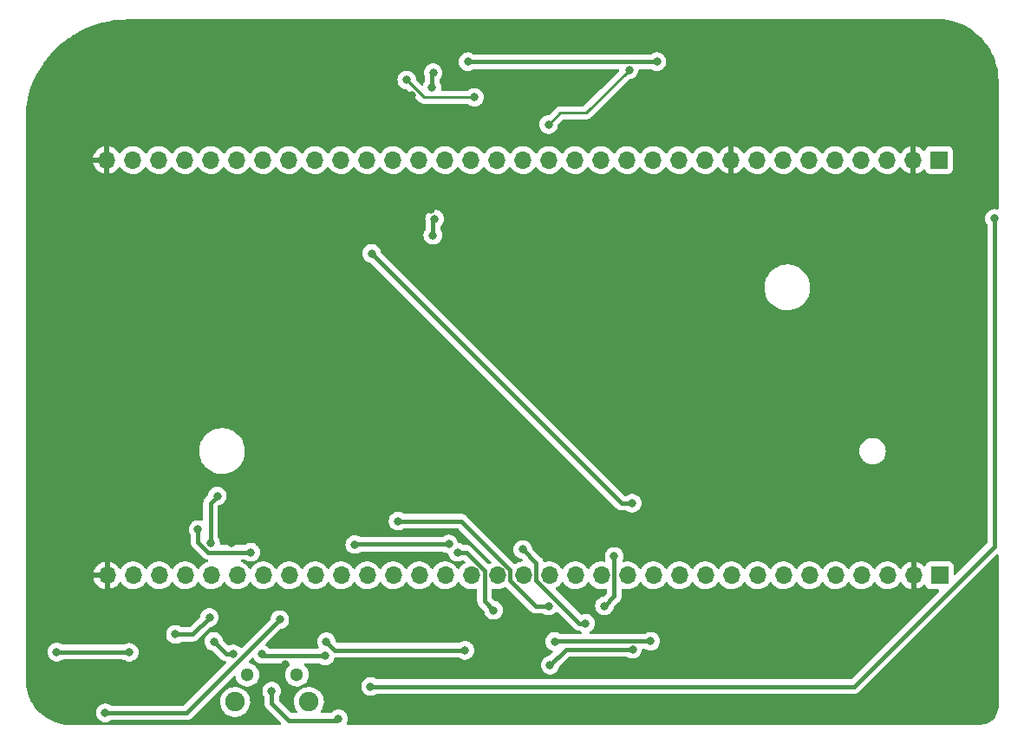
<source format=gbr>
%TF.GenerationSoftware,KiCad,Pcbnew,(6.0.2)*%
%TF.CreationDate,2022-04-08T21:48:17+02:00*%
%TF.ProjectId,main,6d61696e-2e6b-4696-9361-645f70636258,v0.02*%
%TF.SameCoordinates,Original*%
%TF.FileFunction,Copper,L2,Bot*%
%TF.FilePolarity,Positive*%
%FSLAX46Y46*%
G04 Gerber Fmt 4.6, Leading zero omitted, Abs format (unit mm)*
G04 Created by KiCad (PCBNEW (6.0.2)) date 2022-04-08 21:48:17*
%MOMM*%
%LPD*%
G01*
G04 APERTURE LIST*
%TA.AperFunction,ComponentPad*%
%ADD10C,1.300000*%
%TD*%
%TA.AperFunction,ComponentPad*%
%ADD11C,1.900000*%
%TD*%
%TA.AperFunction,ComponentPad*%
%ADD12O,1.700000X1.700000*%
%TD*%
%TA.AperFunction,ComponentPad*%
%ADD13R,1.700000X1.700000*%
%TD*%
%TA.AperFunction,ViaPad*%
%ADD14C,0.800000*%
%TD*%
%TA.AperFunction,Conductor*%
%ADD15C,0.400000*%
%TD*%
%TA.AperFunction,Conductor*%
%ADD16C,0.250000*%
%TD*%
G04 APERTURE END LIST*
D10*
%TO.P,J5,MH1*%
%TO.N,N/C*%
X111845000Y-134400000D03*
%TO.P,J5,MH2*%
X116695000Y-134400000D03*
D11*
%TO.P,J5,MH3*%
X110670000Y-137070000D03*
%TO.P,J5,MH4*%
X117870000Y-137070000D03*
%TD*%
D12*
%TO.P,J2,33,Pin_33*%
%TO.N,GND*%
X98120000Y-84100000D03*
%TO.P,J2,32,Pin_32*%
%TO.N,/PB12*%
X100660000Y-84100000D03*
%TO.P,J2,31,Pin_31*%
%TO.N,/PB11*%
X103200000Y-84100000D03*
%TO.P,J2,30,Pin_30*%
%TO.N,/PB10*%
X105740000Y-84100000D03*
%TO.P,J2,29,Pin_29*%
%TO.N,/PB2*%
X108280000Y-84100000D03*
%TO.P,J2,28,Pin_28*%
%TO.N,/PB1*%
X110820000Y-84100000D03*
%TO.P,J2,27,Pin_27*%
%TO.N,/PB0*%
X113360000Y-84100000D03*
%TO.P,J2,26,Pin_26*%
%TO.N,/PC5*%
X115900000Y-84100000D03*
%TO.P,J2,25,Pin_25*%
%TO.N,/PC4*%
X118440000Y-84100000D03*
%TO.P,J2,24,Pin_24*%
%TO.N,/PA7*%
X120980000Y-84100000D03*
%TO.P,J2,23,Pin_23*%
%TO.N,/PA6*%
X123520000Y-84100000D03*
%TO.P,J2,22,Pin_22*%
%TO.N,/PA5*%
X126060000Y-84100000D03*
%TO.P,J2,21,Pin_21*%
%TO.N,/PA4*%
X128600000Y-84100000D03*
%TO.P,J2,20,Pin_20*%
%TO.N,/PF5*%
X131140000Y-84100000D03*
%TO.P,J2,19,Pin_19*%
%TO.N,/PF4*%
X133680000Y-84100000D03*
%TO.P,J2,18,Pin_18*%
%TO.N,/PA3*%
X136220000Y-84100000D03*
%TO.P,J2,17,Pin_17*%
%TO.N,/PA2*%
X138760000Y-84100000D03*
%TO.P,J2,16,Pin_16*%
%TO.N,/PA1*%
X141300000Y-84100000D03*
%TO.P,J2,15,Pin_15*%
%TO.N,/PA0*%
X143840000Y-84100000D03*
%TO.P,J2,14,Pin_14*%
%TO.N,/PC3*%
X146380000Y-84100000D03*
%TO.P,J2,13,Pin_13*%
%TO.N,/PC2*%
X148920000Y-84100000D03*
%TO.P,J2,12,Pin_12*%
%TO.N,/PC1*%
X151460000Y-84100000D03*
%TO.P,J2,11,Pin_11*%
%TO.N,/PC0*%
X154000000Y-84100000D03*
%TO.P,J2,10,Pin_10*%
%TO.N,/NRST*%
X156540000Y-84100000D03*
%TO.P,J2,9,Pin_9*%
%TO.N,GND*%
X159080000Y-84100000D03*
%TO.P,J2,8,Pin_8*%
%TO.N,/PF1*%
X161620000Y-84100000D03*
%TO.P,J2,7,Pin_7*%
%TO.N,/PF0*%
X164160000Y-84100000D03*
%TO.P,J2,6,Pin_6*%
%TO.N,/PC15*%
X166700000Y-84100000D03*
%TO.P,J2,5,Pin_5*%
%TO.N,/PC14*%
X169240000Y-84100000D03*
%TO.P,J2,4,Pin_4*%
%TO.N,/PC13*%
X171780000Y-84100000D03*
%TO.P,J2,3,Pin_3*%
%TO.N,/VBAT*%
X174320000Y-84100000D03*
%TO.P,J2,2,Pin_2*%
%TO.N,GND*%
X176860000Y-84100000D03*
D13*
%TO.P,J2,1,Pin_1*%
%TO.N,+3V0*%
X179400000Y-84100000D03*
%TD*%
D12*
%TO.P,J3,33,Pin_33*%
%TO.N,GND*%
X98160000Y-124700000D03*
%TO.P,J3,32,Pin_32*%
%TO.N,/PB13*%
X100700000Y-124700000D03*
%TO.P,J3,31,Pin_31*%
%TO.N,/PB14*%
X103240000Y-124700000D03*
%TO.P,J3,30,Pin_30*%
%TO.N,/PB15*%
X105780000Y-124700000D03*
%TO.P,J3,29,Pin_29*%
%TO.N,/PC6*%
X108320000Y-124700000D03*
%TO.P,J3,28,Pin_28*%
%TO.N,/PC7*%
X110860000Y-124700000D03*
%TO.P,J3,27,Pin_27*%
%TO.N,/PC8*%
X113400000Y-124700000D03*
%TO.P,J3,26,Pin_26*%
%TO.N,/PC9*%
X115940000Y-124700000D03*
%TO.P,J3,25,Pin_25*%
%TO.N,/PA8*%
X118480000Y-124700000D03*
%TO.P,J3,24,Pin_24*%
%TO.N,/PA9*%
X121020000Y-124700000D03*
%TO.P,J3,23,Pin_23*%
%TO.N,/PA10*%
X123560000Y-124700000D03*
%TO.P,J3,22,Pin_22*%
%TO.N,/PA11*%
X126100000Y-124700000D03*
%TO.P,J3,21,Pin_21*%
%TO.N,/PA12*%
X128640000Y-124700000D03*
%TO.P,J3,20,Pin_20*%
%TO.N,/PA13*%
X131180000Y-124700000D03*
%TO.P,J3,19,Pin_19*%
%TO.N,/PF6*%
X133720000Y-124700000D03*
%TO.P,J3,18,Pin_18*%
%TO.N,/PF7*%
X136260000Y-124700000D03*
%TO.P,J3,17,Pin_17*%
%TO.N,/PA14*%
X138800000Y-124700000D03*
%TO.P,J3,16,Pin_16*%
%TO.N,/PA15*%
X141340000Y-124700000D03*
%TO.P,J3,15,Pin_15*%
%TO.N,/PC10*%
X143880000Y-124700000D03*
%TO.P,J3,14,Pin_14*%
%TO.N,/PC11*%
X146420000Y-124700000D03*
%TO.P,J3,13,Pin_13*%
%TO.N,/PC12*%
X148960000Y-124700000D03*
%TO.P,J3,12,Pin_12*%
%TO.N,/PD2*%
X151500000Y-124700000D03*
%TO.P,J3,11,Pin_11*%
%TO.N,/PB3*%
X154040000Y-124700000D03*
%TO.P,J3,10,Pin_10*%
%TO.N,/PB4*%
X156580000Y-124700000D03*
%TO.P,J3,9,Pin_9*%
%TO.N,/PB5*%
X159120000Y-124700000D03*
%TO.P,J3,8,Pin_8*%
%TO.N,/PB6*%
X161660000Y-124700000D03*
%TO.P,J3,7,Pin_7*%
%TO.N,/PB7*%
X164200000Y-124700000D03*
%TO.P,J3,6,Pin_6*%
%TO.N,/BOOT*%
X166740000Y-124700000D03*
%TO.P,J3,5,Pin_5*%
%TO.N,VDD*%
X169280000Y-124700000D03*
%TO.P,J3,4,Pin_4*%
%TO.N,/PB8*%
X171820000Y-124700000D03*
%TO.P,J3,3,Pin_3*%
%TO.N,/PB9*%
X174360000Y-124700000D03*
%TO.P,J3,2,Pin_2*%
%TO.N,GND*%
X176900000Y-124700000D03*
D13*
%TO.P,J3,1,Pin_1*%
%TO.N,+5V*%
X179440000Y-124700000D03*
%TD*%
D14*
%TO.N,GND*%
X115590000Y-133369500D03*
%TO.N,Net-(J5-Pad3)*%
X114225036Y-136009687D03*
%TO.N,/PB6*%
X124000000Y-93230000D03*
%TO.N,GND*%
X131445000Y-92628000D03*
X146715000Y-134010000D03*
X137370000Y-77189500D03*
X131798000Y-75273980D03*
X127926784Y-77810884D03*
%TO.N,+3V3*%
X149470000Y-131929500D03*
X141410000Y-133479500D03*
%TO.N,GND*%
X110430000Y-129450000D03*
X157540000Y-131179500D03*
X91170000Y-117750000D03*
X92270000Y-123790000D03*
X126080000Y-133740000D03*
X122260000Y-128210000D03*
X106520000Y-133170000D03*
X102470000Y-135660000D03*
X110756002Y-118890000D03*
X110280000Y-121560000D03*
%TO.N,Net-(J13-Pad1)*%
X126570000Y-119400000D03*
X141271249Y-127690989D03*
%TO.N,+3V3*%
X132380000Y-122439000D03*
X135900000Y-128120000D03*
X130140000Y-89860500D03*
X129970000Y-91459500D03*
%TO.N,/PA9*%
X131520000Y-121640000D03*
X122340000Y-121690000D03*
%TO.N,+3V3*%
X147670000Y-122840000D03*
X146720000Y-127690989D03*
%TO.N,GND*%
X129770000Y-88910000D03*
%TO.N,+3V3*%
X151850000Y-74480000D03*
X133400000Y-74480000D03*
%TO.N,/PB6*%
X149420000Y-117640000D03*
%TO.N,Net-(J12-Pad1)*%
X144880000Y-129390000D03*
X138750000Y-122170000D03*
%TO.N,Net-(IC4-Pad4)*%
X141850000Y-131160000D03*
X151230000Y-131130000D03*
%TO.N,Net-(IC1-Pad7)*%
X112190000Y-122450000D03*
X107043998Y-120212835D03*
%TO.N,/Power/USB (D-)*%
X119570000Y-131180000D03*
X133097640Y-132022360D03*
%TO.N,Net-(J5-Pad3)*%
X120760000Y-138710000D03*
%TO.N,+3V0*%
X108570000Y-131170000D03*
X110460000Y-132370000D03*
X119450000Y-132570000D03*
X113280000Y-132400000D03*
X184800000Y-89810000D03*
X123880000Y-135570000D03*
%TO.N,+3V3*%
X129990000Y-75565500D03*
X129880000Y-77014500D03*
%TO.N,Net-(C1-Pad1)*%
X108920000Y-116949498D03*
X108260000Y-121550502D03*
%TO.N,Net-(C2-Pad1)*%
X115020000Y-129030000D03*
X97970000Y-138140000D03*
%TO.N,Net-(IC2-Pad2)*%
X104828892Y-130460000D03*
X108150000Y-128820498D03*
%TO.N,Net-(IC2-Pad1)*%
X100320000Y-132220000D03*
X93233923Y-132197599D03*
%TO.N,/PA1*%
X141270000Y-80630000D03*
X149130000Y-75290000D03*
%TO.N,Net-(C9-Pad1)*%
X127414486Y-76273986D03*
X134020000Y-77960000D03*
%TD*%
D15*
%TO.N,Net-(J5-Pad3)*%
X114225036Y-137235036D02*
X114225036Y-136009687D01*
X115869511Y-138879511D02*
X114225036Y-137235036D01*
X116566124Y-138879511D02*
X115869511Y-138879511D01*
%TO.N,/PB6*%
X148410000Y-117640000D02*
X124000000Y-93230000D01*
X149420000Y-117640000D02*
X148410000Y-117640000D01*
%TO.N,+3V3*%
X142960000Y-131929500D02*
X149470000Y-131929500D01*
X141410000Y-133479500D02*
X142960000Y-131929500D01*
%TO.N,/Power/USB (D-)*%
X133097640Y-132022360D02*
X120412360Y-132022360D01*
%TO.N,GND*%
X110756002Y-121083998D02*
X110280000Y-121560000D01*
X110756002Y-118890000D02*
X110756002Y-121083998D01*
%TO.N,Net-(J13-Pad1)*%
X132730000Y-119400000D02*
X126570000Y-119400000D01*
X139982935Y-127690989D02*
X137509511Y-125217565D01*
X137509511Y-124179511D02*
X132730000Y-119400000D01*
X137509511Y-125217565D02*
X137509511Y-124179511D01*
X141271249Y-127690989D02*
X139982935Y-127690989D01*
%TO.N,+3V3*%
X133226076Y-122439000D02*
X132380000Y-122439000D01*
X135010489Y-124223413D02*
X133226076Y-122439000D01*
X135010489Y-127230489D02*
X135010489Y-124223413D01*
X135900000Y-128120000D02*
X135010489Y-127230489D01*
X129970000Y-90030500D02*
X130140000Y-89860500D01*
X129970000Y-91459500D02*
X129970000Y-90030500D01*
%TO.N,/PA9*%
X131520000Y-121640000D02*
X122390000Y-121640000D01*
X122390000Y-121640000D02*
X122340000Y-121690000D01*
%TO.N,+3V3*%
X147669511Y-122840489D02*
X147670000Y-122840000D01*
X147669511Y-126741478D02*
X147669511Y-122840489D01*
X146720000Y-127690989D02*
X147669511Y-126741478D01*
X133400000Y-74480000D02*
X151850000Y-74480000D01*
%TO.N,Net-(J12-Pad1)*%
X140049511Y-123469511D02*
X138750000Y-122170000D01*
X144262924Y-129390000D02*
X140049511Y-125176587D01*
X140049511Y-125176587D02*
X140049511Y-123469511D01*
X144880000Y-129390000D02*
X144262924Y-129390000D01*
%TO.N,Net-(IC4-Pad4)*%
X141880000Y-131130000D02*
X141850000Y-131160000D01*
X151230000Y-131130000D02*
X141880000Y-131130000D01*
%TO.N,Net-(IC1-Pad7)*%
X108028818Y-122450000D02*
X112190000Y-122450000D01*
X107043998Y-120212835D02*
X107043998Y-121465180D01*
X107043998Y-121465180D02*
X108028818Y-122450000D01*
%TO.N,/Power/USB (D-)*%
X120412360Y-132022360D02*
X119570000Y-131180000D01*
%TO.N,Net-(J5-Pad3)*%
X120590489Y-138879511D02*
X116566124Y-138879511D01*
X120760000Y-138710000D02*
X120590489Y-138879511D01*
%TO.N,+3V0*%
X109770000Y-132370000D02*
X108570000Y-131170000D01*
X110460000Y-132370000D02*
X109770000Y-132370000D01*
X119450000Y-132570000D02*
X113450000Y-132570000D01*
X113450000Y-132570000D02*
X113280000Y-132400000D01*
X184800000Y-121839022D02*
X184800000Y-89810000D01*
X171069022Y-135570000D02*
X184800000Y-121839022D01*
X123880000Y-135570000D02*
X171069022Y-135570000D01*
%TO.N,+3V3*%
X129880000Y-75675500D02*
X129990000Y-75565500D01*
X129880000Y-77014500D02*
X129880000Y-75675500D01*
%TO.N,Net-(C1-Pad1)*%
X108260000Y-117609498D02*
X108920000Y-116949498D01*
X108260000Y-121550502D02*
X108260000Y-118710000D01*
X108260000Y-118710000D02*
X108260000Y-117609498D01*
%TO.N,Net-(C2-Pad1)*%
X105910000Y-138140000D02*
X115020000Y-129030000D01*
X105300000Y-138140000D02*
X105910000Y-138140000D01*
X97970000Y-138140000D02*
X105290000Y-138140000D01*
X105290000Y-138140000D02*
X105300000Y-138140000D01*
%TO.N,Net-(IC2-Pad2)*%
X106510498Y-130460000D02*
X108150000Y-128820498D01*
X104828892Y-130460000D02*
X106510498Y-130460000D01*
%TO.N,Net-(IC2-Pad1)*%
X100297599Y-132197599D02*
X100320000Y-132220000D01*
X93233923Y-132197599D02*
X100297599Y-132197599D01*
D16*
%TO.N,/PA1*%
X142410000Y-79490000D02*
X141270000Y-80630000D01*
X142880000Y-79490000D02*
X142410000Y-79490000D01*
X144930000Y-79490000D02*
X142880000Y-79490000D01*
X149130000Y-75290000D02*
X144930000Y-79490000D01*
%TO.N,Net-(C9-Pad1)*%
X129100500Y-77960000D02*
X127414486Y-76273986D01*
X134020000Y-77960000D02*
X129100500Y-77960000D01*
%TD*%
%TA.AperFunction,Conductor*%
%TO.N,GND*%
G36*
X179738259Y-70326655D02*
G01*
X179744547Y-70328281D01*
X179753522Y-70327999D01*
X179753525Y-70327999D01*
X179766113Y-70327603D01*
X179787358Y-70328732D01*
X180213707Y-70387779D01*
X180223387Y-70389507D01*
X180636096Y-70479917D01*
X180674573Y-70488346D01*
X180684077Y-70490819D01*
X181126213Y-70624542D01*
X181135504Y-70627753D01*
X181565859Y-70795534D01*
X181574868Y-70799458D01*
X181642274Y-70832001D01*
X181990827Y-71000279D01*
X181999506Y-71004895D01*
X182398550Y-71237535D01*
X182406824Y-71242802D01*
X182692975Y-71441042D01*
X182786522Y-71505850D01*
X182794378Y-71511759D01*
X183152401Y-71803599D01*
X183159773Y-71810103D01*
X183493969Y-72128982D01*
X183500787Y-72136017D01*
X183809097Y-72479970D01*
X183815368Y-72487540D01*
X184095922Y-72854480D01*
X184101584Y-72862517D01*
X184352672Y-73250205D01*
X184357690Y-73258659D01*
X184577793Y-73664751D01*
X184582136Y-73673568D01*
X184712970Y-73967613D01*
X184769905Y-74095574D01*
X184773545Y-74104696D01*
X184904231Y-74473435D01*
X184927848Y-74540073D01*
X184930765Y-74549451D01*
X185021388Y-74886634D01*
X185050657Y-74995535D01*
X185052834Y-75005115D01*
X185116477Y-75346109D01*
X185137580Y-75459177D01*
X185139005Y-75468902D01*
X185186013Y-75908715D01*
X185188093Y-75928180D01*
X185188756Y-75937982D01*
X185190467Y-75998139D01*
X185200780Y-76360749D01*
X185199119Y-76385030D01*
X185196909Y-76398298D01*
X185200470Y-76427970D01*
X185201102Y-76433235D01*
X185202000Y-76448249D01*
X185202000Y-88811054D01*
X185181998Y-88879175D01*
X185128342Y-88925668D01*
X185058068Y-88935772D01*
X185049803Y-88934301D01*
X184901944Y-88902872D01*
X184901939Y-88902872D01*
X184895487Y-88901500D01*
X184704513Y-88901500D01*
X184698061Y-88902872D01*
X184698056Y-88902872D01*
X184611112Y-88921353D01*
X184517712Y-88941206D01*
X184511682Y-88943891D01*
X184511681Y-88943891D01*
X184349278Y-89016197D01*
X184349276Y-89016198D01*
X184343248Y-89018882D01*
X184188747Y-89131134D01*
X184060960Y-89273056D01*
X183965473Y-89438444D01*
X183906458Y-89620072D01*
X183905768Y-89626633D01*
X183905768Y-89626635D01*
X183887186Y-89803435D01*
X183886496Y-89810000D01*
X183906458Y-89999928D01*
X183965473Y-90181556D01*
X183968776Y-90187278D01*
X183968777Y-90187279D01*
X183994629Y-90232056D01*
X184060960Y-90346944D01*
X184065379Y-90351852D01*
X184067436Y-90354683D01*
X184091295Y-90421551D01*
X184091500Y-90428744D01*
X184091500Y-121493362D01*
X184071498Y-121561483D01*
X184054595Y-121582457D01*
X181013595Y-124623457D01*
X180951283Y-124657483D01*
X180880468Y-124652418D01*
X180823632Y-124609871D01*
X180798821Y-124543351D01*
X180798500Y-124534362D01*
X180798500Y-123801866D01*
X180791745Y-123739684D01*
X180740615Y-123603295D01*
X180653261Y-123486739D01*
X180536705Y-123399385D01*
X180400316Y-123348255D01*
X180338134Y-123341500D01*
X178541866Y-123341500D01*
X178479684Y-123348255D01*
X178343295Y-123399385D01*
X178226739Y-123486739D01*
X178139385Y-123603295D01*
X178136233Y-123611703D01*
X178136232Y-123611705D01*
X178094722Y-123722433D01*
X178052081Y-123779198D01*
X177985519Y-123803898D01*
X177916170Y-123788691D01*
X177883546Y-123763004D01*
X177832799Y-123707234D01*
X177825273Y-123700215D01*
X177658139Y-123568222D01*
X177649552Y-123562517D01*
X177463117Y-123459599D01*
X177453705Y-123455369D01*
X177252959Y-123384280D01*
X177242988Y-123381646D01*
X177171837Y-123368972D01*
X177158540Y-123370432D01*
X177154000Y-123384989D01*
X177154000Y-126018517D01*
X177158064Y-126032359D01*
X177171478Y-126034393D01*
X177178184Y-126033534D01*
X177188262Y-126031392D01*
X177392255Y-125970191D01*
X177401842Y-125966433D01*
X177593095Y-125872739D01*
X177601945Y-125867464D01*
X177775328Y-125743792D01*
X177783193Y-125737145D01*
X177887897Y-125632805D01*
X177950268Y-125598889D01*
X178021075Y-125604077D01*
X178077837Y-125646723D01*
X178094819Y-125677826D01*
X178139385Y-125796705D01*
X178226739Y-125913261D01*
X178343295Y-126000615D01*
X178479684Y-126051745D01*
X178541866Y-126058500D01*
X179274362Y-126058500D01*
X179342483Y-126078502D01*
X179388976Y-126132158D01*
X179399080Y-126202432D01*
X179369586Y-126267012D01*
X179363457Y-126273595D01*
X170812457Y-134824595D01*
X170750145Y-134858621D01*
X170723362Y-134861500D01*
X124491405Y-134861500D01*
X124423284Y-134841498D01*
X124417344Y-134837436D01*
X124342094Y-134782763D01*
X124342093Y-134782762D01*
X124336752Y-134778882D01*
X124330724Y-134776198D01*
X124330722Y-134776197D01*
X124168319Y-134703891D01*
X124168318Y-134703891D01*
X124162288Y-134701206D01*
X124068887Y-134681353D01*
X123981944Y-134662872D01*
X123981939Y-134662872D01*
X123975487Y-134661500D01*
X123784513Y-134661500D01*
X123778061Y-134662872D01*
X123778056Y-134662872D01*
X123691113Y-134681353D01*
X123597712Y-134701206D01*
X123591682Y-134703891D01*
X123591681Y-134703891D01*
X123429278Y-134776197D01*
X123429276Y-134776198D01*
X123423248Y-134778882D01*
X123268747Y-134891134D01*
X123140960Y-135033056D01*
X123045473Y-135198444D01*
X122986458Y-135380072D01*
X122966496Y-135570000D01*
X122967186Y-135576565D01*
X122975436Y-135655055D01*
X122986458Y-135759928D01*
X123045473Y-135941556D01*
X123048776Y-135947278D01*
X123048777Y-135947279D01*
X123065127Y-135975598D01*
X123140960Y-136106944D01*
X123145378Y-136111851D01*
X123145379Y-136111852D01*
X123248367Y-136226232D01*
X123268747Y-136248866D01*
X123423248Y-136361118D01*
X123429276Y-136363802D01*
X123429278Y-136363803D01*
X123591681Y-136436109D01*
X123597712Y-136438794D01*
X123691113Y-136458647D01*
X123778056Y-136477128D01*
X123778061Y-136477128D01*
X123784513Y-136478500D01*
X123975487Y-136478500D01*
X123981939Y-136477128D01*
X123981944Y-136477128D01*
X124068887Y-136458647D01*
X124162288Y-136438794D01*
X124168319Y-136436109D01*
X124330722Y-136363803D01*
X124330724Y-136363802D01*
X124336752Y-136361118D01*
X124417344Y-136302564D01*
X124484211Y-136278706D01*
X124491405Y-136278500D01*
X171040110Y-136278500D01*
X171048680Y-136278792D01*
X171098798Y-136282209D01*
X171098802Y-136282209D01*
X171106374Y-136282725D01*
X171113851Y-136281420D01*
X171113852Y-136281420D01*
X171140330Y-136276799D01*
X171169325Y-136271738D01*
X171175843Y-136270777D01*
X171239264Y-136263102D01*
X171246365Y-136260419D01*
X171248974Y-136259778D01*
X171265284Y-136255315D01*
X171267820Y-136254550D01*
X171275306Y-136253243D01*
X171333822Y-136227556D01*
X171339926Y-136225065D01*
X171353617Y-136219892D01*
X171367862Y-136214509D01*
X171392570Y-136205173D01*
X171392571Y-136205172D01*
X171399678Y-136202487D01*
X171405941Y-136198183D01*
X171408307Y-136196946D01*
X171423119Y-136188701D01*
X171425373Y-136187368D01*
X171432327Y-136184315D01*
X171483024Y-136145413D01*
X171488354Y-136141541D01*
X171534742Y-136109661D01*
X171534747Y-136109656D01*
X171541003Y-136105357D01*
X171582458Y-136058829D01*
X171587438Y-136053554D01*
X184986905Y-122654088D01*
X185049217Y-122620062D01*
X185120032Y-122625127D01*
X185176868Y-122667674D01*
X185201679Y-122734194D01*
X185202000Y-122743183D01*
X185202000Y-137303087D01*
X185201563Y-137313570D01*
X185197667Y-137360234D01*
X185199460Y-137369023D01*
X185199460Y-137369031D01*
X185200827Y-137375733D01*
X185203368Y-137400604D01*
X185203863Y-137604966D01*
X185202716Y-137622235D01*
X185175333Y-137823758D01*
X185171724Y-137850314D01*
X185168221Y-137867264D01*
X185106266Y-138088939D01*
X185100473Y-138105250D01*
X185008720Y-138316351D01*
X185000747Y-138331711D01*
X184883888Y-138523393D01*
X184880936Y-138528235D01*
X184870932Y-138542361D01*
X184725309Y-138720622D01*
X184713464Y-138733242D01*
X184544795Y-138889855D01*
X184531333Y-138900733D01*
X184342787Y-139032759D01*
X184327960Y-139041690D01*
X184123099Y-139146630D01*
X184107189Y-139153444D01*
X183889884Y-139229317D01*
X183873189Y-139233887D01*
X183647535Y-139279264D01*
X183630373Y-139281503D01*
X183540899Y-139286965D01*
X183433509Y-139293521D01*
X183413216Y-139292492D01*
X183407133Y-139292371D01*
X183398276Y-139290921D01*
X183389365Y-139292016D01*
X183389363Y-139292016D01*
X183364159Y-139295113D01*
X183348829Y-139296054D01*
X160082171Y-139302880D01*
X121678515Y-139314147D01*
X121610389Y-139294165D01*
X121563881Y-139240523D01*
X121553756Y-139170252D01*
X121569360Y-139125148D01*
X121591221Y-139087284D01*
X121591225Y-139087276D01*
X121594527Y-139081556D01*
X121653542Y-138899928D01*
X121658558Y-138852209D01*
X121672814Y-138716565D01*
X121673504Y-138710000D01*
X121669267Y-138669686D01*
X121654232Y-138526635D01*
X121654232Y-138526633D01*
X121653542Y-138520072D01*
X121594527Y-138338444D01*
X121499040Y-138173056D01*
X121475188Y-138146565D01*
X121375675Y-138036045D01*
X121375674Y-138036044D01*
X121371253Y-138031134D01*
X121243422Y-137938259D01*
X121222094Y-137922763D01*
X121222093Y-137922762D01*
X121216752Y-137918882D01*
X121210724Y-137916198D01*
X121210722Y-137916197D01*
X121048319Y-137843891D01*
X121048318Y-137843891D01*
X121042288Y-137841206D01*
X120948888Y-137821353D01*
X120861944Y-137802872D01*
X120861939Y-137802872D01*
X120855487Y-137801500D01*
X120664513Y-137801500D01*
X120658061Y-137802872D01*
X120658056Y-137802872D01*
X120571112Y-137821353D01*
X120477712Y-137841206D01*
X120471682Y-137843891D01*
X120471681Y-137843891D01*
X120309278Y-137916197D01*
X120309276Y-137916198D01*
X120303248Y-137918882D01*
X120297907Y-137922762D01*
X120297906Y-137922763D01*
X120243195Y-137962513D01*
X120148747Y-138031134D01*
X120144334Y-138036036D01*
X120144332Y-138036037D01*
X120060338Y-138129322D01*
X119999892Y-138166561D01*
X119966702Y-138171011D01*
X119120634Y-138171011D01*
X119052513Y-138151009D01*
X119006020Y-138097353D01*
X118995916Y-138027079D01*
X119018311Y-137971485D01*
X119121445Y-137827958D01*
X119124463Y-137823758D01*
X119154630Y-137762721D01*
X119228433Y-137613392D01*
X119228434Y-137613390D01*
X119230727Y-137608750D01*
X119300447Y-137379274D01*
X119331752Y-137141492D01*
X119333499Y-137070000D01*
X119323394Y-136947097D01*
X119314271Y-136836124D01*
X119314270Y-136836118D01*
X119313847Y-136830973D01*
X119284633Y-136714668D01*
X119256679Y-136603375D01*
X119256678Y-136603371D01*
X119255420Y-136598364D01*
X119253364Y-136593634D01*
X119253361Y-136593627D01*
X119161847Y-136383159D01*
X119161845Y-136383156D01*
X119159787Y-136378422D01*
X119148593Y-136361118D01*
X119032325Y-136181396D01*
X119032323Y-136181393D01*
X119029515Y-136177053D01*
X119000580Y-136145253D01*
X118871582Y-136003487D01*
X118871580Y-136003486D01*
X118868104Y-135999665D01*
X118864053Y-135996466D01*
X118864049Y-135996462D01*
X118683946Y-135854226D01*
X118679888Y-135851021D01*
X118469922Y-135735113D01*
X118347458Y-135691746D01*
X118248720Y-135656781D01*
X118248716Y-135656780D01*
X118243845Y-135655055D01*
X118238752Y-135654148D01*
X118238749Y-135654147D01*
X118012816Y-135613902D01*
X118012810Y-135613901D01*
X118007727Y-135612996D01*
X117920460Y-135611930D01*
X117773081Y-135610129D01*
X117773079Y-135610129D01*
X117767911Y-135610066D01*
X117530837Y-135646343D01*
X117302871Y-135720854D01*
X117298279Y-135723244D01*
X117298280Y-135723244D01*
X117112877Y-135819759D01*
X117090136Y-135831597D01*
X117086003Y-135834700D01*
X117086000Y-135834702D01*
X116936062Y-135947279D01*
X116898345Y-135975598D01*
X116732648Y-136148990D01*
X116729734Y-136153262D01*
X116729733Y-136153263D01*
X116693831Y-136205893D01*
X116597495Y-136347117D01*
X116590996Y-136361118D01*
X116501291Y-136554370D01*
X116496516Y-136564656D01*
X116432424Y-136795768D01*
X116406938Y-137034244D01*
X116420744Y-137273680D01*
X116421879Y-137278717D01*
X116421880Y-137278723D01*
X116450887Y-137407436D01*
X116473470Y-137507646D01*
X116512988Y-137604966D01*
X116556479Y-137712070D01*
X116563702Y-137729859D01*
X116689014Y-137934351D01*
X116713411Y-137962516D01*
X116742893Y-138027098D01*
X116732779Y-138097370D01*
X116686278Y-138151019D01*
X116618173Y-138171011D01*
X116215171Y-138171011D01*
X116147050Y-138151009D01*
X116126076Y-138134106D01*
X114970441Y-136978471D01*
X114936415Y-136916159D01*
X114933536Y-136889376D01*
X114933536Y-136628431D01*
X114953538Y-136560310D01*
X114957600Y-136554370D01*
X114959657Y-136551539D01*
X114964076Y-136546631D01*
X115059563Y-136381243D01*
X115118578Y-136199615D01*
X115120950Y-136177053D01*
X115137850Y-136016252D01*
X115138540Y-136009687D01*
X115130719Y-135935271D01*
X115119268Y-135826322D01*
X115119268Y-135826320D01*
X115118578Y-135819759D01*
X115059563Y-135638131D01*
X114964076Y-135472743D01*
X114861518Y-135358840D01*
X114840711Y-135335732D01*
X114840710Y-135335731D01*
X114836289Y-135330821D01*
X114737193Y-135258823D01*
X114687130Y-135222450D01*
X114687129Y-135222449D01*
X114681788Y-135218569D01*
X114675760Y-135215885D01*
X114675758Y-135215884D01*
X114513355Y-135143578D01*
X114513354Y-135143578D01*
X114507324Y-135140893D01*
X114413924Y-135121040D01*
X114326980Y-135102559D01*
X114326975Y-135102559D01*
X114320523Y-135101187D01*
X114129549Y-135101187D01*
X114123097Y-135102559D01*
X114123092Y-135102559D01*
X114036148Y-135121040D01*
X113942748Y-135140893D01*
X113936718Y-135143578D01*
X113936717Y-135143578D01*
X113774314Y-135215884D01*
X113774312Y-135215885D01*
X113768284Y-135218569D01*
X113762943Y-135222449D01*
X113762942Y-135222450D01*
X113712879Y-135258823D01*
X113613783Y-135330821D01*
X113609362Y-135335731D01*
X113609361Y-135335732D01*
X113588555Y-135358840D01*
X113485996Y-135472743D01*
X113390509Y-135638131D01*
X113331494Y-135819759D01*
X113330804Y-135826320D01*
X113330804Y-135826322D01*
X113319353Y-135935271D01*
X113311532Y-136009687D01*
X113312222Y-136016252D01*
X113329123Y-136177053D01*
X113331494Y-136199615D01*
X113390509Y-136381243D01*
X113485996Y-136546631D01*
X113490415Y-136551539D01*
X113492472Y-136554370D01*
X113516331Y-136621238D01*
X113516536Y-136628431D01*
X113516536Y-137206124D01*
X113516244Y-137214694D01*
X113512311Y-137272388D01*
X113513616Y-137279865D01*
X113513616Y-137279866D01*
X113523297Y-137335335D01*
X113524259Y-137341857D01*
X113531934Y-137405278D01*
X113534617Y-137412379D01*
X113535258Y-137414988D01*
X113539721Y-137431298D01*
X113540486Y-137433834D01*
X113541793Y-137441320D01*
X113544847Y-137448277D01*
X113567478Y-137499831D01*
X113569969Y-137505935D01*
X113592549Y-137565692D01*
X113596853Y-137571955D01*
X113598090Y-137574321D01*
X113606335Y-137589133D01*
X113607668Y-137591387D01*
X113610721Y-137598341D01*
X113622271Y-137613392D01*
X113649615Y-137649027D01*
X113653495Y-137654368D01*
X113685375Y-137700756D01*
X113685380Y-137700761D01*
X113689679Y-137707017D01*
X113695349Y-137712068D01*
X113695350Y-137712070D01*
X113736206Y-137748471D01*
X113741482Y-137753452D01*
X115089041Y-139101011D01*
X115123067Y-139163323D01*
X115118002Y-139234138D01*
X115075455Y-139290974D01*
X115008935Y-139315785D01*
X114999983Y-139316106D01*
X94941524Y-139321991D01*
X94929133Y-139321384D01*
X94896339Y-139318153D01*
X94896337Y-139318153D01*
X94887405Y-139317273D01*
X94878583Y-139318936D01*
X94878581Y-139318936D01*
X94867268Y-139321068D01*
X94845457Y-139323239D01*
X94721039Y-139324746D01*
X94495966Y-139327472D01*
X94484870Y-139327116D01*
X94106026Y-139298200D01*
X94095002Y-139296867D01*
X93720188Y-139234659D01*
X93709308Y-139232355D01*
X93341468Y-139137347D01*
X93330834Y-139134094D01*
X92981664Y-139010166D01*
X92972784Y-139007014D01*
X92962479Y-139002836D01*
X92617036Y-138844681D01*
X92607139Y-138839610D01*
X92276990Y-138651614D01*
X92267578Y-138645690D01*
X92064916Y-138505271D01*
X91955282Y-138429308D01*
X91946435Y-138422582D01*
X91909307Y-138391674D01*
X91654442Y-138179510D01*
X91646220Y-138172027D01*
X91614007Y-138140000D01*
X97056496Y-138140000D01*
X97057186Y-138146565D01*
X97070311Y-138271438D01*
X97076458Y-138329928D01*
X97135473Y-138511556D01*
X97138776Y-138517278D01*
X97138777Y-138517279D01*
X97147272Y-138531992D01*
X97230960Y-138676944D01*
X97235378Y-138681851D01*
X97235379Y-138681852D01*
X97338367Y-138796232D01*
X97358747Y-138818866D01*
X97513248Y-138931118D01*
X97519276Y-138933802D01*
X97519278Y-138933803D01*
X97674330Y-139002836D01*
X97687712Y-139008794D01*
X97781113Y-139028647D01*
X97868056Y-139047128D01*
X97868061Y-139047128D01*
X97874513Y-139048500D01*
X98065487Y-139048500D01*
X98071939Y-139047128D01*
X98071944Y-139047128D01*
X98158887Y-139028647D01*
X98252288Y-139008794D01*
X98265670Y-139002836D01*
X98420722Y-138933803D01*
X98420724Y-138933802D01*
X98426752Y-138931118D01*
X98507344Y-138872564D01*
X98574211Y-138848706D01*
X98581405Y-138848500D01*
X105881088Y-138848500D01*
X105889658Y-138848792D01*
X105939776Y-138852209D01*
X105939780Y-138852209D01*
X105947352Y-138852725D01*
X105954829Y-138851420D01*
X105954830Y-138851420D01*
X105981308Y-138846799D01*
X106010303Y-138841738D01*
X106016821Y-138840777D01*
X106080242Y-138833102D01*
X106087343Y-138830419D01*
X106089952Y-138829778D01*
X106106262Y-138825315D01*
X106108798Y-138824550D01*
X106116284Y-138823243D01*
X106174800Y-138797556D01*
X106180904Y-138795065D01*
X106182887Y-138794316D01*
X106240656Y-138772487D01*
X106246919Y-138768183D01*
X106249285Y-138766946D01*
X106264097Y-138758701D01*
X106266351Y-138757368D01*
X106273305Y-138754315D01*
X106324002Y-138715413D01*
X106329332Y-138711541D01*
X106375720Y-138679661D01*
X106375725Y-138679656D01*
X106381981Y-138675357D01*
X106423436Y-138628829D01*
X106428416Y-138623554D01*
X108017726Y-137034244D01*
X109206938Y-137034244D01*
X109220744Y-137273680D01*
X109221879Y-137278717D01*
X109221880Y-137278723D01*
X109250887Y-137407436D01*
X109273470Y-137507646D01*
X109312988Y-137604966D01*
X109356479Y-137712070D01*
X109363702Y-137729859D01*
X109489014Y-137934351D01*
X109492398Y-137938257D01*
X109492399Y-137938259D01*
X109528946Y-137980449D01*
X109646043Y-138115630D01*
X109830571Y-138268828D01*
X110037643Y-138389831D01*
X110261697Y-138475389D01*
X110266763Y-138476420D01*
X110266764Y-138476420D01*
X110323039Y-138487869D01*
X110496716Y-138523204D01*
X110632264Y-138528174D01*
X110731225Y-138531803D01*
X110731229Y-138531803D01*
X110736389Y-138531992D01*
X110741509Y-138531336D01*
X110741511Y-138531336D01*
X110969151Y-138502175D01*
X110969152Y-138502175D01*
X110974279Y-138501518D01*
X111057935Y-138476420D01*
X111199042Y-138434086D01*
X111199047Y-138434084D01*
X111203997Y-138432599D01*
X111419374Y-138327087D01*
X111423579Y-138324087D01*
X111423585Y-138324084D01*
X111574493Y-138216442D01*
X111614627Y-138187815D01*
X111784511Y-138018523D01*
X111924463Y-137823758D01*
X111954630Y-137762721D01*
X112028433Y-137613392D01*
X112028434Y-137613390D01*
X112030727Y-137608750D01*
X112100447Y-137379274D01*
X112131752Y-137141492D01*
X112133499Y-137070000D01*
X112123394Y-136947097D01*
X112114271Y-136836124D01*
X112114270Y-136836118D01*
X112113847Y-136830973D01*
X112084633Y-136714668D01*
X112056679Y-136603375D01*
X112056678Y-136603371D01*
X112055420Y-136598364D01*
X112053364Y-136593634D01*
X112053361Y-136593627D01*
X111961847Y-136383159D01*
X111961845Y-136383156D01*
X111959787Y-136378422D01*
X111948593Y-136361118D01*
X111832325Y-136181396D01*
X111832323Y-136181393D01*
X111829515Y-136177053D01*
X111800580Y-136145253D01*
X111671582Y-136003487D01*
X111671580Y-136003486D01*
X111668104Y-135999665D01*
X111664053Y-135996466D01*
X111664049Y-135996462D01*
X111483946Y-135854226D01*
X111479888Y-135851021D01*
X111269922Y-135735113D01*
X111147458Y-135691746D01*
X111048720Y-135656781D01*
X111048716Y-135656780D01*
X111043845Y-135655055D01*
X111038752Y-135654148D01*
X111038749Y-135654147D01*
X110812816Y-135613902D01*
X110812810Y-135613901D01*
X110807727Y-135612996D01*
X110720460Y-135611930D01*
X110573081Y-135610129D01*
X110573079Y-135610129D01*
X110567911Y-135610066D01*
X110330837Y-135646343D01*
X110102871Y-135720854D01*
X110098279Y-135723244D01*
X110098280Y-135723244D01*
X109912877Y-135819759D01*
X109890136Y-135831597D01*
X109886003Y-135834700D01*
X109886000Y-135834702D01*
X109736062Y-135947279D01*
X109698345Y-135975598D01*
X109532648Y-136148990D01*
X109529734Y-136153262D01*
X109529733Y-136153263D01*
X109493831Y-136205893D01*
X109397495Y-136347117D01*
X109390996Y-136361118D01*
X109301291Y-136554370D01*
X109296516Y-136564656D01*
X109232424Y-136795768D01*
X109206938Y-137034244D01*
X108017726Y-137034244D01*
X110493433Y-134558537D01*
X110555745Y-134524511D01*
X110626560Y-134529576D01*
X110683396Y-134572123D01*
X110704651Y-134616616D01*
X110748272Y-134788372D01*
X110750689Y-134793615D01*
X110797910Y-134896045D01*
X110837411Y-134981731D01*
X110960296Y-135155609D01*
X111112809Y-135304181D01*
X111117605Y-135307386D01*
X111117608Y-135307388D01*
X111289843Y-135422471D01*
X111295146Y-135424749D01*
X111295149Y-135424751D01*
X111480163Y-135504239D01*
X111485470Y-135506519D01*
X111561316Y-135523681D01*
X111687501Y-135552234D01*
X111687506Y-135552235D01*
X111693138Y-135553509D01*
X111698909Y-135553736D01*
X111698911Y-135553736D01*
X111760252Y-135556146D01*
X111905891Y-135561869D01*
X111911600Y-135561041D01*
X111911604Y-135561041D01*
X112110890Y-135532145D01*
X112110894Y-135532144D01*
X112116605Y-135531316D01*
X112318223Y-135462876D01*
X112503993Y-135358840D01*
X112667693Y-135222693D01*
X112803840Y-135058993D01*
X112907876Y-134873223D01*
X112976316Y-134671605D01*
X112977583Y-134662872D01*
X113006337Y-134464561D01*
X113006337Y-134464559D01*
X113006869Y-134460891D01*
X113008463Y-134400000D01*
X112988981Y-134187976D01*
X112931186Y-133983052D01*
X112862994Y-133844771D01*
X112839570Y-133797273D01*
X112837015Y-133792092D01*
X112709622Y-133621491D01*
X112553271Y-133476963D01*
X112373201Y-133363347D01*
X112175441Y-133284449D01*
X112066398Y-133262759D01*
X112003489Y-133229851D01*
X111968357Y-133168156D01*
X111972157Y-133097261D01*
X112001885Y-133050085D01*
X112268946Y-132783024D01*
X112331258Y-132748998D01*
X112402073Y-132754063D01*
X112458909Y-132796610D01*
X112467160Y-132809119D01*
X112540960Y-132936944D01*
X112545378Y-132941851D01*
X112545379Y-132941852D01*
X112655099Y-133063708D01*
X112668747Y-133078866D01*
X112823248Y-133191118D01*
X112829276Y-133193802D01*
X112829278Y-133193803D01*
X112961674Y-133252749D01*
X112997712Y-133268794D01*
X113091113Y-133288647D01*
X113178056Y-133307128D01*
X113178061Y-133307128D01*
X113184513Y-133308500D01*
X113375487Y-133308500D01*
X113381939Y-133307128D01*
X113381944Y-133307128D01*
X113503673Y-133281253D01*
X113529870Y-133278500D01*
X115881883Y-133278500D01*
X115950004Y-133298502D01*
X115996497Y-133352158D01*
X116006601Y-133422432D01*
X115977107Y-133487012D01*
X115964965Y-133499228D01*
X115851054Y-133599125D01*
X115719238Y-133766333D01*
X115716549Y-133771444D01*
X115716547Y-133771447D01*
X115677969Y-133844771D01*
X115620100Y-133954762D01*
X115618386Y-133960283D01*
X115618384Y-133960287D01*
X115600947Y-134016444D01*
X115556961Y-134158102D01*
X115531936Y-134369544D01*
X115545861Y-134582006D01*
X115547282Y-134587602D01*
X115547283Y-134587607D01*
X115575786Y-134699834D01*
X115598272Y-134788372D01*
X115600689Y-134793615D01*
X115647910Y-134896045D01*
X115687411Y-134981731D01*
X115810296Y-135155609D01*
X115962809Y-135304181D01*
X115967605Y-135307386D01*
X115967608Y-135307388D01*
X116139843Y-135422471D01*
X116145146Y-135424749D01*
X116145149Y-135424751D01*
X116330163Y-135504239D01*
X116335470Y-135506519D01*
X116411316Y-135523681D01*
X116537501Y-135552234D01*
X116537506Y-135552235D01*
X116543138Y-135553509D01*
X116548909Y-135553736D01*
X116548911Y-135553736D01*
X116610252Y-135556146D01*
X116755891Y-135561869D01*
X116761600Y-135561041D01*
X116761604Y-135561041D01*
X116960890Y-135532145D01*
X116960894Y-135532144D01*
X116966605Y-135531316D01*
X117168223Y-135462876D01*
X117353993Y-135358840D01*
X117517693Y-135222693D01*
X117653840Y-135058993D01*
X117757876Y-134873223D01*
X117826316Y-134671605D01*
X117827583Y-134662872D01*
X117856337Y-134464561D01*
X117856337Y-134464559D01*
X117856869Y-134460891D01*
X117858463Y-134400000D01*
X117838981Y-134187976D01*
X117781186Y-133983052D01*
X117712994Y-133844771D01*
X117689570Y-133797273D01*
X117687015Y-133792092D01*
X117559622Y-133621491D01*
X117424974Y-133497025D01*
X117388528Y-133436097D01*
X117390808Y-133365137D01*
X117431091Y-133306674D01*
X117496585Y-133279271D01*
X117510502Y-133278500D01*
X118838595Y-133278500D01*
X118906716Y-133298502D01*
X118912656Y-133302564D01*
X118980916Y-133352158D01*
X118993248Y-133361118D01*
X118999276Y-133363802D01*
X118999278Y-133363803D01*
X119130962Y-133422432D01*
X119167712Y-133438794D01*
X119261112Y-133458647D01*
X119348056Y-133477128D01*
X119348061Y-133477128D01*
X119354513Y-133478500D01*
X119545487Y-133478500D01*
X119551939Y-133477128D01*
X119551944Y-133477128D01*
X119638888Y-133458647D01*
X119732288Y-133438794D01*
X119769038Y-133422432D01*
X119900722Y-133363803D01*
X119900724Y-133363802D01*
X119906752Y-133361118D01*
X119919085Y-133352158D01*
X119979174Y-133308500D01*
X120061253Y-133248866D01*
X120110832Y-133193803D01*
X120184621Y-133111852D01*
X120184622Y-133111851D01*
X120189040Y-133106944D01*
X120257599Y-132988197D01*
X120281223Y-132947279D01*
X120281224Y-132947278D01*
X120284527Y-132941556D01*
X120324698Y-132817923D01*
X120364772Y-132759318D01*
X120430169Y-132731681D01*
X120444531Y-132730860D01*
X132486235Y-132730860D01*
X132554356Y-132750862D01*
X132560296Y-132754924D01*
X132621878Y-132799666D01*
X132640888Y-132813478D01*
X132646916Y-132816162D01*
X132646918Y-132816163D01*
X132791081Y-132880348D01*
X132815352Y-132891154D01*
X132908753Y-132911007D01*
X132995696Y-132929488D01*
X132995701Y-132929488D01*
X133002153Y-132930860D01*
X133193127Y-132930860D01*
X133199579Y-132929488D01*
X133199584Y-132929488D01*
X133286527Y-132911007D01*
X133379928Y-132891154D01*
X133404199Y-132880348D01*
X133548362Y-132816163D01*
X133548364Y-132816162D01*
X133554392Y-132813478D01*
X133578987Y-132795609D01*
X133628097Y-132759928D01*
X133708893Y-132701226D01*
X133789008Y-132612249D01*
X133832261Y-132564212D01*
X133832262Y-132564211D01*
X133836680Y-132559304D01*
X133919298Y-132416206D01*
X133928863Y-132399639D01*
X133928864Y-132399638D01*
X133932167Y-132393916D01*
X133991182Y-132212288D01*
X133992655Y-132198279D01*
X134010454Y-132028925D01*
X134011144Y-132022360D01*
X134008385Y-131996109D01*
X133991872Y-131838995D01*
X133991872Y-131838993D01*
X133991182Y-131832432D01*
X133932167Y-131650804D01*
X133836680Y-131485416D01*
X133731409Y-131368500D01*
X133713315Y-131348405D01*
X133713314Y-131348404D01*
X133708893Y-131343494D01*
X133609797Y-131271496D01*
X133559734Y-131235123D01*
X133559733Y-131235122D01*
X133554392Y-131231242D01*
X133548364Y-131228558D01*
X133548362Y-131228557D01*
X133385959Y-131156251D01*
X133385958Y-131156251D01*
X133379928Y-131153566D01*
X133286527Y-131133713D01*
X133199584Y-131115232D01*
X133199579Y-131115232D01*
X133193127Y-131113860D01*
X133002153Y-131113860D01*
X132995701Y-131115232D01*
X132995696Y-131115232D01*
X132908753Y-131133713D01*
X132815352Y-131153566D01*
X132809322Y-131156251D01*
X132809321Y-131156251D01*
X132646918Y-131228557D01*
X132646916Y-131228558D01*
X132640888Y-131231242D01*
X132635547Y-131235122D01*
X132635546Y-131235123D01*
X132560296Y-131289796D01*
X132493429Y-131313654D01*
X132486235Y-131313860D01*
X120758020Y-131313860D01*
X120689899Y-131293858D01*
X120668925Y-131276955D01*
X120504665Y-131112695D01*
X120470639Y-131050383D01*
X120468450Y-131036770D01*
X120467901Y-131031541D01*
X120463542Y-130990072D01*
X120404527Y-130808444D01*
X120398754Y-130798444D01*
X120316632Y-130656206D01*
X120309040Y-130643056D01*
X120296181Y-130628774D01*
X120185675Y-130506045D01*
X120185674Y-130506044D01*
X120181253Y-130501134D01*
X120062110Y-130414571D01*
X120032094Y-130392763D01*
X120032093Y-130392762D01*
X120026752Y-130388882D01*
X120020724Y-130386198D01*
X120020722Y-130386197D01*
X119858319Y-130313891D01*
X119858318Y-130313891D01*
X119852288Y-130311206D01*
X119751741Y-130289834D01*
X119671944Y-130272872D01*
X119671939Y-130272872D01*
X119665487Y-130271500D01*
X119474513Y-130271500D01*
X119468061Y-130272872D01*
X119468056Y-130272872D01*
X119388259Y-130289834D01*
X119287712Y-130311206D01*
X119281682Y-130313891D01*
X119281681Y-130313891D01*
X119119278Y-130386197D01*
X119119276Y-130386198D01*
X119113248Y-130388882D01*
X119107907Y-130392762D01*
X119107906Y-130392763D01*
X119077890Y-130414571D01*
X118958747Y-130501134D01*
X118954326Y-130506044D01*
X118954325Y-130506045D01*
X118843820Y-130628774D01*
X118830960Y-130643056D01*
X118823368Y-130656206D01*
X118741247Y-130798444D01*
X118735473Y-130808444D01*
X118676458Y-130990072D01*
X118675768Y-130996633D01*
X118675768Y-130996635D01*
X118663321Y-131115065D01*
X118656496Y-131180000D01*
X118657186Y-131186565D01*
X118673272Y-131339611D01*
X118676458Y-131369928D01*
X118735473Y-131551556D01*
X118738776Y-131557278D01*
X118738777Y-131557279D01*
X118805300Y-131672500D01*
X118822038Y-131741495D01*
X118798818Y-131808587D01*
X118743010Y-131852474D01*
X118696181Y-131861500D01*
X114073737Y-131861500D01*
X114005616Y-131841498D01*
X113980101Y-131819810D01*
X113895675Y-131726045D01*
X113895674Y-131726044D01*
X113891253Y-131721134D01*
X113736752Y-131608882D01*
X113730726Y-131606199D01*
X113730719Y-131606195D01*
X113701038Y-131592981D01*
X113646942Y-131547002D01*
X113626292Y-131479075D01*
X113645644Y-131410766D01*
X113663191Y-131388779D01*
X115086533Y-129965437D01*
X115149431Y-129931285D01*
X115196754Y-129921226D01*
X115302288Y-129898794D01*
X115308319Y-129896109D01*
X115470722Y-129823803D01*
X115470724Y-129823802D01*
X115476752Y-129821118D01*
X115631253Y-129708866D01*
X115647642Y-129690664D01*
X115754621Y-129571852D01*
X115754622Y-129571851D01*
X115759040Y-129566944D01*
X115854527Y-129401556D01*
X115913542Y-129219928D01*
X115933504Y-129030000D01*
X115913542Y-128840072D01*
X115854527Y-128658444D01*
X115822380Y-128602763D01*
X115790816Y-128548094D01*
X115759040Y-128493056D01*
X115752031Y-128485271D01*
X115635675Y-128356045D01*
X115635674Y-128356044D01*
X115631253Y-128351134D01*
X115503205Y-128258101D01*
X115482094Y-128242763D01*
X115482093Y-128242762D01*
X115476752Y-128238882D01*
X115470724Y-128236198D01*
X115470722Y-128236197D01*
X115308319Y-128163891D01*
X115308318Y-128163891D01*
X115302288Y-128161206D01*
X115208888Y-128141353D01*
X115121944Y-128122872D01*
X115121939Y-128122872D01*
X115115487Y-128121500D01*
X114924513Y-128121500D01*
X114918061Y-128122872D01*
X114918056Y-128122872D01*
X114831112Y-128141353D01*
X114737712Y-128161206D01*
X114731682Y-128163891D01*
X114731681Y-128163891D01*
X114569278Y-128236197D01*
X114569276Y-128236198D01*
X114563248Y-128238882D01*
X114557907Y-128242762D01*
X114557906Y-128242763D01*
X114536795Y-128258101D01*
X114408747Y-128351134D01*
X114404326Y-128356044D01*
X114404325Y-128356045D01*
X114287970Y-128485271D01*
X114280960Y-128493056D01*
X114249184Y-128548094D01*
X114217621Y-128602763D01*
X114185473Y-128658444D01*
X114126458Y-128840072D01*
X114125768Y-128846635D01*
X114125768Y-128846637D01*
X114121550Y-128886769D01*
X114094537Y-128952426D01*
X114085335Y-128962694D01*
X111300476Y-131747553D01*
X111238164Y-131781579D01*
X111167349Y-131776514D01*
X111117745Y-131742769D01*
X111116598Y-131741495D01*
X111071253Y-131691134D01*
X110916752Y-131578882D01*
X110910724Y-131576198D01*
X110910722Y-131576197D01*
X110748319Y-131503891D01*
X110748318Y-131503891D01*
X110742288Y-131501206D01*
X110644912Y-131480508D01*
X110561944Y-131462872D01*
X110561939Y-131462872D01*
X110555487Y-131461500D01*
X110364513Y-131461500D01*
X110358061Y-131462872D01*
X110358056Y-131462872D01*
X110275088Y-131480508D01*
X110177712Y-131501206D01*
X110066860Y-131550560D01*
X109996495Y-131559994D01*
X109932198Y-131529888D01*
X109926518Y-131524548D01*
X109504665Y-131102695D01*
X109470639Y-131040383D01*
X109468450Y-131026770D01*
X109465149Y-130995357D01*
X109463542Y-130980072D01*
X109451677Y-130943554D01*
X109406569Y-130804729D01*
X109404527Y-130798444D01*
X109398754Y-130788444D01*
X109367314Y-130733990D01*
X109309040Y-130633056D01*
X109278173Y-130598774D01*
X109185675Y-130496045D01*
X109185674Y-130496044D01*
X109181253Y-130491134D01*
X109082157Y-130419136D01*
X109032094Y-130382763D01*
X109032093Y-130382762D01*
X109026752Y-130378882D01*
X109020724Y-130376198D01*
X109020722Y-130376197D01*
X108858319Y-130303891D01*
X108858318Y-130303891D01*
X108852288Y-130301206D01*
X108741081Y-130277568D01*
X108671944Y-130262872D01*
X108671939Y-130262872D01*
X108665487Y-130261500D01*
X108474513Y-130261500D01*
X108468061Y-130262872D01*
X108468056Y-130262872D01*
X108398919Y-130277568D01*
X108287712Y-130301206D01*
X108281682Y-130303891D01*
X108281681Y-130303891D01*
X108119278Y-130376197D01*
X108119276Y-130376198D01*
X108113248Y-130378882D01*
X108107907Y-130382762D01*
X108107906Y-130382763D01*
X108057843Y-130419136D01*
X107958747Y-130491134D01*
X107954326Y-130496044D01*
X107954325Y-130496045D01*
X107861828Y-130598774D01*
X107830960Y-130633056D01*
X107772686Y-130733990D01*
X107741247Y-130788444D01*
X107735473Y-130798444D01*
X107676458Y-130980072D01*
X107675768Y-130986633D01*
X107675768Y-130986635D01*
X107663570Y-131102695D01*
X107656496Y-131170000D01*
X107657186Y-131176565D01*
X107674323Y-131339611D01*
X107676458Y-131359928D01*
X107735473Y-131541556D01*
X107738776Y-131547278D01*
X107738777Y-131547279D01*
X107744551Y-131557279D01*
X107830960Y-131706944D01*
X107835378Y-131711851D01*
X107835379Y-131711852D01*
X107954325Y-131843955D01*
X107958747Y-131848866D01*
X108052851Y-131917237D01*
X108099775Y-131951329D01*
X108113248Y-131961118D01*
X108119276Y-131963802D01*
X108119278Y-131963803D01*
X108281681Y-132036109D01*
X108287712Y-132038794D01*
X108387895Y-132060089D01*
X108440568Y-132071285D01*
X108503467Y-132105437D01*
X108942092Y-132544063D01*
X109248565Y-132850536D01*
X109254418Y-132856801D01*
X109286830Y-132893955D01*
X109292439Y-132900385D01*
X109344729Y-132937136D01*
X109349971Y-132941028D01*
X109400282Y-132980476D01*
X109407201Y-132983600D01*
X109409493Y-132984988D01*
X109424165Y-132993357D01*
X109426525Y-132994622D01*
X109432739Y-132998990D01*
X109439818Y-133001750D01*
X109439820Y-133001751D01*
X109492275Y-133022202D01*
X109498344Y-133024753D01*
X109556573Y-133051045D01*
X109564046Y-133052430D01*
X109566612Y-133053234D01*
X109582835Y-133057855D01*
X109585427Y-133058520D01*
X109592509Y-133061282D01*
X109600044Y-133062274D01*
X109655861Y-133069622D01*
X109662375Y-133070654D01*
X109692646Y-133076264D01*
X109755981Y-133108344D01*
X109791919Y-133169573D01*
X109789048Y-133240512D01*
X109758781Y-133289249D01*
X105653435Y-137394595D01*
X105591123Y-137428621D01*
X105564340Y-137431500D01*
X98581405Y-137431500D01*
X98513284Y-137411498D01*
X98507344Y-137407436D01*
X98432094Y-137352763D01*
X98432093Y-137352762D01*
X98426752Y-137348882D01*
X98420724Y-137346198D01*
X98420722Y-137346197D01*
X98258319Y-137273891D01*
X98258318Y-137273891D01*
X98252288Y-137271206D01*
X98158888Y-137251353D01*
X98071944Y-137232872D01*
X98071939Y-137232872D01*
X98065487Y-137231500D01*
X97874513Y-137231500D01*
X97868061Y-137232872D01*
X97868056Y-137232872D01*
X97781112Y-137251353D01*
X97687712Y-137271206D01*
X97681682Y-137273891D01*
X97681681Y-137273891D01*
X97519278Y-137346197D01*
X97519276Y-137346198D01*
X97513248Y-137348882D01*
X97358747Y-137461134D01*
X97354326Y-137466044D01*
X97354325Y-137466045D01*
X97264603Y-137565692D01*
X97230960Y-137603056D01*
X97204419Y-137649027D01*
X97144129Y-137753452D01*
X97135473Y-137768444D01*
X97076458Y-137950072D01*
X97075768Y-137956633D01*
X97075768Y-137956635D01*
X97059057Y-138115630D01*
X97056496Y-138140000D01*
X91614007Y-138140000D01*
X91376793Y-137904152D01*
X91369260Y-137895971D01*
X91124508Y-137605387D01*
X91117726Y-137596573D01*
X90899550Y-137285540D01*
X90893572Y-137276163D01*
X90703668Y-136947097D01*
X90698540Y-136937228D01*
X90538398Y-136592713D01*
X90534160Y-136582432D01*
X90496099Y-136477128D01*
X90405012Y-136225117D01*
X90401700Y-136214509D01*
X90399422Y-136205893D01*
X90304566Y-135847212D01*
X90302200Y-135836345D01*
X90237833Y-135461918D01*
X90236434Y-135450886D01*
X90211191Y-135143578D01*
X90205330Y-135072220D01*
X90204910Y-135061114D01*
X90204921Y-135059442D01*
X90207077Y-134719049D01*
X90209712Y-134694202D01*
X90210390Y-134690941D01*
X90212216Y-134682158D01*
X90208398Y-134634262D01*
X90208000Y-134624251D01*
X90208000Y-132197599D01*
X92320419Y-132197599D01*
X92340381Y-132387527D01*
X92399396Y-132569155D01*
X92402699Y-132574877D01*
X92402700Y-132574878D01*
X92424276Y-132612249D01*
X92494883Y-132734543D01*
X92499301Y-132739450D01*
X92499302Y-132739451D01*
X92586801Y-132836628D01*
X92622670Y-132876465D01*
X92655593Y-132900385D01*
X92759383Y-132975793D01*
X92777171Y-132988717D01*
X92783199Y-132991401D01*
X92783201Y-132991402D01*
X92945604Y-133063708D01*
X92951635Y-133066393D01*
X93010316Y-133078866D01*
X93131979Y-133104727D01*
X93131984Y-133104727D01*
X93138436Y-133106099D01*
X93329410Y-133106099D01*
X93335862Y-133104727D01*
X93335867Y-133104727D01*
X93457530Y-133078866D01*
X93516211Y-133066393D01*
X93522242Y-133063708D01*
X93684645Y-132991402D01*
X93684647Y-132991401D01*
X93690675Y-132988717D01*
X93771267Y-132930163D01*
X93838134Y-132906305D01*
X93845328Y-132906099D01*
X99677762Y-132906099D01*
X99751823Y-132930163D01*
X99832416Y-132988717D01*
X99863248Y-133011118D01*
X99869276Y-133013802D01*
X99869278Y-133013803D01*
X100031681Y-133086109D01*
X100037712Y-133088794D01*
X100119125Y-133106099D01*
X100218056Y-133127128D01*
X100218061Y-133127128D01*
X100224513Y-133128500D01*
X100415487Y-133128500D01*
X100421939Y-133127128D01*
X100421944Y-133127128D01*
X100520875Y-133106099D01*
X100602288Y-133088794D01*
X100608319Y-133086109D01*
X100770722Y-133013803D01*
X100770724Y-133013802D01*
X100776752Y-133011118D01*
X100825373Y-132975793D01*
X100887217Y-132930860D01*
X100931253Y-132898866D01*
X100938197Y-132891154D01*
X101054621Y-132761852D01*
X101054622Y-132761851D01*
X101059040Y-132756944D01*
X101126050Y-132640879D01*
X101151223Y-132597279D01*
X101151224Y-132597278D01*
X101154527Y-132591556D01*
X101213542Y-132409928D01*
X101214624Y-132399639D01*
X101232814Y-132226565D01*
X101233504Y-132220000D01*
X101223776Y-132127440D01*
X101214232Y-132036635D01*
X101214232Y-132036633D01*
X101213542Y-132030072D01*
X101154527Y-131848444D01*
X101145283Y-131832432D01*
X101081024Y-131721134D01*
X101059040Y-131683056D01*
X101049536Y-131672500D01*
X100935675Y-131546045D01*
X100935674Y-131546044D01*
X100931253Y-131541134D01*
X100776752Y-131428882D01*
X100770724Y-131426198D01*
X100770722Y-131426197D01*
X100608319Y-131353891D01*
X100608318Y-131353891D01*
X100602288Y-131351206D01*
X100496900Y-131328805D01*
X100421944Y-131312872D01*
X100421939Y-131312872D01*
X100415487Y-131311500D01*
X100224513Y-131311500D01*
X100218061Y-131312872D01*
X100218056Y-131312872D01*
X100143100Y-131328805D01*
X100037712Y-131351206D01*
X100031682Y-131353891D01*
X100031681Y-131353891D01*
X99869278Y-131426197D01*
X99869276Y-131426198D01*
X99863248Y-131428882D01*
X99857907Y-131432762D01*
X99857906Y-131432763D01*
X99813488Y-131465035D01*
X99746621Y-131488893D01*
X99739427Y-131489099D01*
X93845328Y-131489099D01*
X93777207Y-131469097D01*
X93771267Y-131465035D01*
X93696017Y-131410362D01*
X93696016Y-131410361D01*
X93690675Y-131406481D01*
X93684647Y-131403797D01*
X93684645Y-131403796D01*
X93522242Y-131331490D01*
X93522241Y-131331490D01*
X93516211Y-131328805D01*
X93422811Y-131308952D01*
X93335867Y-131290471D01*
X93335862Y-131290471D01*
X93329410Y-131289099D01*
X93138436Y-131289099D01*
X93131984Y-131290471D01*
X93131979Y-131290471D01*
X93045035Y-131308952D01*
X92951635Y-131328805D01*
X92945605Y-131331490D01*
X92945604Y-131331490D01*
X92783201Y-131403796D01*
X92783199Y-131403797D01*
X92777171Y-131406481D01*
X92622670Y-131518733D01*
X92618249Y-131523643D01*
X92618248Y-131523644D01*
X92541500Y-131608882D01*
X92494883Y-131660655D01*
X92462207Y-131717251D01*
X92402995Y-131819810D01*
X92399396Y-131826043D01*
X92340381Y-132007671D01*
X92339691Y-132014232D01*
X92339691Y-132014234D01*
X92329325Y-132112865D01*
X92320419Y-132197599D01*
X90208000Y-132197599D01*
X90208000Y-130460000D01*
X103915388Y-130460000D01*
X103916078Y-130466565D01*
X103934178Y-130638774D01*
X103935350Y-130649928D01*
X103994365Y-130831556D01*
X104089852Y-130996944D01*
X104094270Y-131001851D01*
X104094271Y-131001852D01*
X104196359Y-131115232D01*
X104217639Y-131138866D01*
X104260491Y-131170000D01*
X104341088Y-131228557D01*
X104372140Y-131251118D01*
X104378168Y-131253802D01*
X104378170Y-131253803D01*
X104540573Y-131326109D01*
X104546604Y-131328794D01*
X104615155Y-131343365D01*
X104726948Y-131367128D01*
X104726953Y-131367128D01*
X104733405Y-131368500D01*
X104924379Y-131368500D01*
X104930831Y-131367128D01*
X104930836Y-131367128D01*
X105042629Y-131343365D01*
X105111180Y-131328794D01*
X105117211Y-131326109D01*
X105279614Y-131253803D01*
X105279616Y-131253802D01*
X105285644Y-131251118D01*
X105366236Y-131192564D01*
X105433103Y-131168706D01*
X105440297Y-131168500D01*
X106481586Y-131168500D01*
X106490156Y-131168792D01*
X106540274Y-131172209D01*
X106540278Y-131172209D01*
X106547850Y-131172725D01*
X106555327Y-131171420D01*
X106555328Y-131171420D01*
X106583146Y-131166565D01*
X106610801Y-131161738D01*
X106617319Y-131160777D01*
X106680740Y-131153102D01*
X106687841Y-131150419D01*
X106690450Y-131149778D01*
X106706760Y-131145315D01*
X106709296Y-131144550D01*
X106716782Y-131143243D01*
X106775298Y-131117556D01*
X106781402Y-131115065D01*
X106787675Y-131112695D01*
X106841154Y-131092487D01*
X106847417Y-131088183D01*
X106849783Y-131086946D01*
X106864595Y-131078701D01*
X106866849Y-131077368D01*
X106873803Y-131074315D01*
X106924500Y-131035413D01*
X106929830Y-131031541D01*
X106976218Y-130999661D01*
X106976223Y-130999656D01*
X106982479Y-130995357D01*
X106990249Y-130986637D01*
X107023933Y-130948830D01*
X107028914Y-130943554D01*
X108216533Y-129755935D01*
X108279431Y-129721783D01*
X108321932Y-129712749D01*
X108432288Y-129689292D01*
X108478130Y-129668882D01*
X108600722Y-129614301D01*
X108600724Y-129614300D01*
X108606752Y-129611616D01*
X108761253Y-129499364D01*
X108889040Y-129357442D01*
X108984527Y-129192054D01*
X109043542Y-129010426D01*
X109045672Y-128990166D01*
X109062814Y-128827063D01*
X109063504Y-128820498D01*
X109052010Y-128711134D01*
X109044232Y-128637133D01*
X109044232Y-128637131D01*
X109043542Y-128630570D01*
X108984527Y-128448942D01*
X108967524Y-128419491D01*
X108928057Y-128351134D01*
X108889040Y-128283554D01*
X108867837Y-128260005D01*
X108765675Y-128146543D01*
X108765674Y-128146542D01*
X108761253Y-128141632D01*
X108606752Y-128029380D01*
X108600724Y-128026696D01*
X108600722Y-128026695D01*
X108438319Y-127954389D01*
X108438318Y-127954389D01*
X108432288Y-127951704D01*
X108330518Y-127930072D01*
X108251944Y-127913370D01*
X108251939Y-127913370D01*
X108245487Y-127911998D01*
X108054513Y-127911998D01*
X108048061Y-127913370D01*
X108048056Y-127913370D01*
X107969482Y-127930072D01*
X107867712Y-127951704D01*
X107861682Y-127954389D01*
X107861681Y-127954389D01*
X107699278Y-128026695D01*
X107699276Y-128026696D01*
X107693248Y-128029380D01*
X107538747Y-128141632D01*
X107534326Y-128146542D01*
X107534325Y-128146543D01*
X107432164Y-128260005D01*
X107410960Y-128283554D01*
X107371943Y-128351134D01*
X107332477Y-128419491D01*
X107315473Y-128448942D01*
X107292439Y-128519834D01*
X107267627Y-128596197D01*
X107256458Y-128630570D01*
X107255768Y-128637133D01*
X107255768Y-128637135D01*
X107251550Y-128677268D01*
X107224537Y-128742925D01*
X107215335Y-128753193D01*
X106253933Y-129714595D01*
X106191621Y-129748621D01*
X106164838Y-129751500D01*
X105440297Y-129751500D01*
X105372176Y-129731498D01*
X105366236Y-129727436D01*
X105290986Y-129672763D01*
X105290985Y-129672762D01*
X105285644Y-129668882D01*
X105279616Y-129666198D01*
X105279614Y-129666197D01*
X105117211Y-129593891D01*
X105117210Y-129593891D01*
X105111180Y-129591206D01*
X104997037Y-129566944D01*
X104930836Y-129552872D01*
X104930831Y-129552872D01*
X104924379Y-129551500D01*
X104733405Y-129551500D01*
X104726953Y-129552872D01*
X104726948Y-129552872D01*
X104660747Y-129566944D01*
X104546604Y-129591206D01*
X104540574Y-129593891D01*
X104540573Y-129593891D01*
X104378170Y-129666197D01*
X104378168Y-129666198D01*
X104372140Y-129668882D01*
X104217639Y-129781134D01*
X104213218Y-129786044D01*
X104213217Y-129786045D01*
X104111698Y-129898794D01*
X104089852Y-129923056D01*
X104065383Y-129965437D01*
X104003427Y-130072749D01*
X103994365Y-130088444D01*
X103935350Y-130270072D01*
X103934660Y-130276633D01*
X103934660Y-130276635D01*
X103931418Y-130307480D01*
X103915388Y-130460000D01*
X90208000Y-130460000D01*
X90208000Y-124967966D01*
X96828257Y-124967966D01*
X96858565Y-125102446D01*
X96861645Y-125112275D01*
X96941770Y-125309603D01*
X96946413Y-125318794D01*
X97057694Y-125500388D01*
X97063777Y-125508699D01*
X97203213Y-125669667D01*
X97210580Y-125676883D01*
X97374434Y-125812916D01*
X97382881Y-125818831D01*
X97566756Y-125926279D01*
X97576042Y-125930729D01*
X97775001Y-126006703D01*
X97784899Y-126009579D01*
X97888250Y-126030606D01*
X97902299Y-126029410D01*
X97906000Y-126019065D01*
X97906000Y-126018517D01*
X98414000Y-126018517D01*
X98418064Y-126032359D01*
X98431478Y-126034393D01*
X98438184Y-126033534D01*
X98448262Y-126031392D01*
X98652255Y-125970191D01*
X98661842Y-125966433D01*
X98853095Y-125872739D01*
X98861945Y-125867464D01*
X99035328Y-125743792D01*
X99043200Y-125737139D01*
X99194052Y-125586812D01*
X99200730Y-125578965D01*
X99328022Y-125401819D01*
X99329279Y-125402722D01*
X99376373Y-125359362D01*
X99446311Y-125347145D01*
X99511751Y-125374678D01*
X99539579Y-125406511D01*
X99599987Y-125505088D01*
X99746250Y-125673938D01*
X99918126Y-125816632D01*
X100111000Y-125929338D01*
X100319692Y-126009030D01*
X100324760Y-126010061D01*
X100324763Y-126010062D01*
X100419523Y-126029341D01*
X100538597Y-126053567D01*
X100543772Y-126053757D01*
X100543774Y-126053757D01*
X100756673Y-126061564D01*
X100756677Y-126061564D01*
X100761837Y-126061753D01*
X100766957Y-126061097D01*
X100766959Y-126061097D01*
X100978288Y-126034025D01*
X100978289Y-126034025D01*
X100983416Y-126033368D01*
X100988376Y-126031880D01*
X101192429Y-125970661D01*
X101192434Y-125970659D01*
X101197384Y-125969174D01*
X101397994Y-125870896D01*
X101579860Y-125741173D01*
X101738096Y-125583489D01*
X101868453Y-125402077D01*
X101869776Y-125403028D01*
X101916645Y-125359857D01*
X101986580Y-125347625D01*
X102052026Y-125375144D01*
X102079875Y-125406994D01*
X102139987Y-125505088D01*
X102286250Y-125673938D01*
X102458126Y-125816632D01*
X102651000Y-125929338D01*
X102859692Y-126009030D01*
X102864760Y-126010061D01*
X102864763Y-126010062D01*
X102959523Y-126029341D01*
X103078597Y-126053567D01*
X103083772Y-126053757D01*
X103083774Y-126053757D01*
X103296673Y-126061564D01*
X103296677Y-126061564D01*
X103301837Y-126061753D01*
X103306957Y-126061097D01*
X103306959Y-126061097D01*
X103518288Y-126034025D01*
X103518289Y-126034025D01*
X103523416Y-126033368D01*
X103528376Y-126031880D01*
X103732429Y-125970661D01*
X103732434Y-125970659D01*
X103737384Y-125969174D01*
X103937994Y-125870896D01*
X104119860Y-125741173D01*
X104278096Y-125583489D01*
X104408453Y-125402077D01*
X104409776Y-125403028D01*
X104456645Y-125359857D01*
X104526580Y-125347625D01*
X104592026Y-125375144D01*
X104619875Y-125406994D01*
X104679987Y-125505088D01*
X104826250Y-125673938D01*
X104998126Y-125816632D01*
X105191000Y-125929338D01*
X105399692Y-126009030D01*
X105404760Y-126010061D01*
X105404763Y-126010062D01*
X105499523Y-126029341D01*
X105618597Y-126053567D01*
X105623772Y-126053757D01*
X105623774Y-126053757D01*
X105836673Y-126061564D01*
X105836677Y-126061564D01*
X105841837Y-126061753D01*
X105846957Y-126061097D01*
X105846959Y-126061097D01*
X106058288Y-126034025D01*
X106058289Y-126034025D01*
X106063416Y-126033368D01*
X106068376Y-126031880D01*
X106272429Y-125970661D01*
X106272434Y-125970659D01*
X106277384Y-125969174D01*
X106477994Y-125870896D01*
X106659860Y-125741173D01*
X106818096Y-125583489D01*
X106948453Y-125402077D01*
X106949776Y-125403028D01*
X106996645Y-125359857D01*
X107066580Y-125347625D01*
X107132026Y-125375144D01*
X107159875Y-125406994D01*
X107219987Y-125505088D01*
X107366250Y-125673938D01*
X107538126Y-125816632D01*
X107731000Y-125929338D01*
X107939692Y-126009030D01*
X107944760Y-126010061D01*
X107944763Y-126010062D01*
X108039523Y-126029341D01*
X108158597Y-126053567D01*
X108163772Y-126053757D01*
X108163774Y-126053757D01*
X108376673Y-126061564D01*
X108376677Y-126061564D01*
X108381837Y-126061753D01*
X108386957Y-126061097D01*
X108386959Y-126061097D01*
X108598288Y-126034025D01*
X108598289Y-126034025D01*
X108603416Y-126033368D01*
X108608376Y-126031880D01*
X108812429Y-125970661D01*
X108812434Y-125970659D01*
X108817384Y-125969174D01*
X109017994Y-125870896D01*
X109199860Y-125741173D01*
X109358096Y-125583489D01*
X109488453Y-125402077D01*
X109489776Y-125403028D01*
X109536645Y-125359857D01*
X109606580Y-125347625D01*
X109672026Y-125375144D01*
X109699875Y-125406994D01*
X109759987Y-125505088D01*
X109906250Y-125673938D01*
X110078126Y-125816632D01*
X110271000Y-125929338D01*
X110479692Y-126009030D01*
X110484760Y-126010061D01*
X110484763Y-126010062D01*
X110579523Y-126029341D01*
X110698597Y-126053567D01*
X110703772Y-126053757D01*
X110703774Y-126053757D01*
X110916673Y-126061564D01*
X110916677Y-126061564D01*
X110921837Y-126061753D01*
X110926957Y-126061097D01*
X110926959Y-126061097D01*
X111138288Y-126034025D01*
X111138289Y-126034025D01*
X111143416Y-126033368D01*
X111148376Y-126031880D01*
X111352429Y-125970661D01*
X111352434Y-125970659D01*
X111357384Y-125969174D01*
X111557994Y-125870896D01*
X111739860Y-125741173D01*
X111898096Y-125583489D01*
X112028453Y-125402077D01*
X112029776Y-125403028D01*
X112076645Y-125359857D01*
X112146580Y-125347625D01*
X112212026Y-125375144D01*
X112239875Y-125406994D01*
X112299987Y-125505088D01*
X112446250Y-125673938D01*
X112618126Y-125816632D01*
X112811000Y-125929338D01*
X113019692Y-126009030D01*
X113024760Y-126010061D01*
X113024763Y-126010062D01*
X113119523Y-126029341D01*
X113238597Y-126053567D01*
X113243772Y-126053757D01*
X113243774Y-126053757D01*
X113456673Y-126061564D01*
X113456677Y-126061564D01*
X113461837Y-126061753D01*
X113466957Y-126061097D01*
X113466959Y-126061097D01*
X113678288Y-126034025D01*
X113678289Y-126034025D01*
X113683416Y-126033368D01*
X113688376Y-126031880D01*
X113892429Y-125970661D01*
X113892434Y-125970659D01*
X113897384Y-125969174D01*
X114097994Y-125870896D01*
X114279860Y-125741173D01*
X114438096Y-125583489D01*
X114568453Y-125402077D01*
X114569776Y-125403028D01*
X114616645Y-125359857D01*
X114686580Y-125347625D01*
X114752026Y-125375144D01*
X114779875Y-125406994D01*
X114839987Y-125505088D01*
X114986250Y-125673938D01*
X115158126Y-125816632D01*
X115351000Y-125929338D01*
X115559692Y-126009030D01*
X115564760Y-126010061D01*
X115564763Y-126010062D01*
X115659523Y-126029341D01*
X115778597Y-126053567D01*
X115783772Y-126053757D01*
X115783774Y-126053757D01*
X115996673Y-126061564D01*
X115996677Y-126061564D01*
X116001837Y-126061753D01*
X116006957Y-126061097D01*
X116006959Y-126061097D01*
X116218288Y-126034025D01*
X116218289Y-126034025D01*
X116223416Y-126033368D01*
X116228376Y-126031880D01*
X116432429Y-125970661D01*
X116432434Y-125970659D01*
X116437384Y-125969174D01*
X116637994Y-125870896D01*
X116819860Y-125741173D01*
X116978096Y-125583489D01*
X117108453Y-125402077D01*
X117109776Y-125403028D01*
X117156645Y-125359857D01*
X117226580Y-125347625D01*
X117292026Y-125375144D01*
X117319875Y-125406994D01*
X117379987Y-125505088D01*
X117526250Y-125673938D01*
X117698126Y-125816632D01*
X117891000Y-125929338D01*
X118099692Y-126009030D01*
X118104760Y-126010061D01*
X118104763Y-126010062D01*
X118199523Y-126029341D01*
X118318597Y-126053567D01*
X118323772Y-126053757D01*
X118323774Y-126053757D01*
X118536673Y-126061564D01*
X118536677Y-126061564D01*
X118541837Y-126061753D01*
X118546957Y-126061097D01*
X118546959Y-126061097D01*
X118758288Y-126034025D01*
X118758289Y-126034025D01*
X118763416Y-126033368D01*
X118768376Y-126031880D01*
X118972429Y-125970661D01*
X118972434Y-125970659D01*
X118977384Y-125969174D01*
X119177994Y-125870896D01*
X119359860Y-125741173D01*
X119518096Y-125583489D01*
X119648453Y-125402077D01*
X119649776Y-125403028D01*
X119696645Y-125359857D01*
X119766580Y-125347625D01*
X119832026Y-125375144D01*
X119859875Y-125406994D01*
X119919987Y-125505088D01*
X120066250Y-125673938D01*
X120238126Y-125816632D01*
X120431000Y-125929338D01*
X120639692Y-126009030D01*
X120644760Y-126010061D01*
X120644763Y-126010062D01*
X120739523Y-126029341D01*
X120858597Y-126053567D01*
X120863772Y-126053757D01*
X120863774Y-126053757D01*
X121076673Y-126061564D01*
X121076677Y-126061564D01*
X121081837Y-126061753D01*
X121086957Y-126061097D01*
X121086959Y-126061097D01*
X121298288Y-126034025D01*
X121298289Y-126034025D01*
X121303416Y-126033368D01*
X121308376Y-126031880D01*
X121512429Y-125970661D01*
X121512434Y-125970659D01*
X121517384Y-125969174D01*
X121717994Y-125870896D01*
X121899860Y-125741173D01*
X122058096Y-125583489D01*
X122188453Y-125402077D01*
X122189776Y-125403028D01*
X122236645Y-125359857D01*
X122306580Y-125347625D01*
X122372026Y-125375144D01*
X122399875Y-125406994D01*
X122459987Y-125505088D01*
X122606250Y-125673938D01*
X122778126Y-125816632D01*
X122971000Y-125929338D01*
X123179692Y-126009030D01*
X123184760Y-126010061D01*
X123184763Y-126010062D01*
X123279523Y-126029341D01*
X123398597Y-126053567D01*
X123403772Y-126053757D01*
X123403774Y-126053757D01*
X123616673Y-126061564D01*
X123616677Y-126061564D01*
X123621837Y-126061753D01*
X123626957Y-126061097D01*
X123626959Y-126061097D01*
X123838288Y-126034025D01*
X123838289Y-126034025D01*
X123843416Y-126033368D01*
X123848376Y-126031880D01*
X124052429Y-125970661D01*
X124052434Y-125970659D01*
X124057384Y-125969174D01*
X124257994Y-125870896D01*
X124439860Y-125741173D01*
X124598096Y-125583489D01*
X124728453Y-125402077D01*
X124729776Y-125403028D01*
X124776645Y-125359857D01*
X124846580Y-125347625D01*
X124912026Y-125375144D01*
X124939875Y-125406994D01*
X124999987Y-125505088D01*
X125146250Y-125673938D01*
X125318126Y-125816632D01*
X125511000Y-125929338D01*
X125719692Y-126009030D01*
X125724760Y-126010061D01*
X125724763Y-126010062D01*
X125819523Y-126029341D01*
X125938597Y-126053567D01*
X125943772Y-126053757D01*
X125943774Y-126053757D01*
X126156673Y-126061564D01*
X126156677Y-126061564D01*
X126161837Y-126061753D01*
X126166957Y-126061097D01*
X126166959Y-126061097D01*
X126378288Y-126034025D01*
X126378289Y-126034025D01*
X126383416Y-126033368D01*
X126388376Y-126031880D01*
X126592429Y-125970661D01*
X126592434Y-125970659D01*
X126597384Y-125969174D01*
X126797994Y-125870896D01*
X126979860Y-125741173D01*
X127138096Y-125583489D01*
X127268453Y-125402077D01*
X127269776Y-125403028D01*
X127316645Y-125359857D01*
X127386580Y-125347625D01*
X127452026Y-125375144D01*
X127479875Y-125406994D01*
X127539987Y-125505088D01*
X127686250Y-125673938D01*
X127858126Y-125816632D01*
X128051000Y-125929338D01*
X128259692Y-126009030D01*
X128264760Y-126010061D01*
X128264763Y-126010062D01*
X128359523Y-126029341D01*
X128478597Y-126053567D01*
X128483772Y-126053757D01*
X128483774Y-126053757D01*
X128696673Y-126061564D01*
X128696677Y-126061564D01*
X128701837Y-126061753D01*
X128706957Y-126061097D01*
X128706959Y-126061097D01*
X128918288Y-126034025D01*
X128918289Y-126034025D01*
X128923416Y-126033368D01*
X128928376Y-126031880D01*
X129132429Y-125970661D01*
X129132434Y-125970659D01*
X129137384Y-125969174D01*
X129337994Y-125870896D01*
X129519860Y-125741173D01*
X129678096Y-125583489D01*
X129808453Y-125402077D01*
X129809776Y-125403028D01*
X129856645Y-125359857D01*
X129926580Y-125347625D01*
X129992026Y-125375144D01*
X130019875Y-125406994D01*
X130079987Y-125505088D01*
X130226250Y-125673938D01*
X130398126Y-125816632D01*
X130591000Y-125929338D01*
X130799692Y-126009030D01*
X130804760Y-126010061D01*
X130804763Y-126010062D01*
X130899523Y-126029341D01*
X131018597Y-126053567D01*
X131023772Y-126053757D01*
X131023774Y-126053757D01*
X131236673Y-126061564D01*
X131236677Y-126061564D01*
X131241837Y-126061753D01*
X131246957Y-126061097D01*
X131246959Y-126061097D01*
X131458288Y-126034025D01*
X131458289Y-126034025D01*
X131463416Y-126033368D01*
X131468376Y-126031880D01*
X131672429Y-125970661D01*
X131672434Y-125970659D01*
X131677384Y-125969174D01*
X131877994Y-125870896D01*
X132059860Y-125741173D01*
X132218096Y-125583489D01*
X132348453Y-125402077D01*
X132349776Y-125403028D01*
X132396645Y-125359857D01*
X132466580Y-125347625D01*
X132532026Y-125375144D01*
X132559875Y-125406994D01*
X132619987Y-125505088D01*
X132766250Y-125673938D01*
X132938126Y-125816632D01*
X133131000Y-125929338D01*
X133339692Y-126009030D01*
X133344760Y-126010061D01*
X133344763Y-126010062D01*
X133439523Y-126029341D01*
X133558597Y-126053567D01*
X133563772Y-126053757D01*
X133563774Y-126053757D01*
X133776673Y-126061564D01*
X133776677Y-126061564D01*
X133781837Y-126061753D01*
X133786957Y-126061097D01*
X133786959Y-126061097D01*
X133998288Y-126034025D01*
X133998289Y-126034025D01*
X134003416Y-126033368D01*
X134010003Y-126031392D01*
X134081098Y-126010062D01*
X134139782Y-125992456D01*
X134210777Y-125992039D01*
X134270727Y-126030072D01*
X134300599Y-126094478D01*
X134301989Y-126113142D01*
X134301989Y-127201577D01*
X134301697Y-127210147D01*
X134298992Y-127249834D01*
X134297764Y-127267841D01*
X134299069Y-127275318D01*
X134299069Y-127275319D01*
X134308750Y-127330788D01*
X134309712Y-127337310D01*
X134317387Y-127400731D01*
X134320070Y-127407832D01*
X134320711Y-127410441D01*
X134325174Y-127426751D01*
X134325939Y-127429287D01*
X134327246Y-127436773D01*
X134330300Y-127443730D01*
X134352931Y-127495284D01*
X134355422Y-127501388D01*
X134378002Y-127561145D01*
X134382306Y-127567408D01*
X134383543Y-127569774D01*
X134391788Y-127584586D01*
X134393121Y-127586840D01*
X134396174Y-127593794D01*
X134400796Y-127599817D01*
X134435068Y-127644480D01*
X134438948Y-127649821D01*
X134470828Y-127696209D01*
X134470833Y-127696214D01*
X134475132Y-127702470D01*
X134480802Y-127707521D01*
X134480803Y-127707523D01*
X134521659Y-127743924D01*
X134526935Y-127748905D01*
X134965335Y-128187305D01*
X134999361Y-128249617D01*
X135001550Y-128263228D01*
X135006458Y-128309928D01*
X135008498Y-128316205D01*
X135008498Y-128316207D01*
X135025930Y-128369855D01*
X135065473Y-128491556D01*
X135160960Y-128656944D01*
X135165378Y-128661851D01*
X135165379Y-128661852D01*
X135247623Y-128753193D01*
X135288747Y-128798866D01*
X135309485Y-128813933D01*
X135409735Y-128886769D01*
X135443248Y-128911118D01*
X135449276Y-128913802D01*
X135449278Y-128913803D01*
X135559090Y-128962694D01*
X135617712Y-128988794D01*
X135688606Y-129003863D01*
X135798056Y-129027128D01*
X135798061Y-129027128D01*
X135804513Y-129028500D01*
X135995487Y-129028500D01*
X136001939Y-129027128D01*
X136001944Y-129027128D01*
X136111394Y-129003863D01*
X136182288Y-128988794D01*
X136240910Y-128962694D01*
X136350722Y-128913803D01*
X136350724Y-128913802D01*
X136356752Y-128911118D01*
X136390266Y-128886769D01*
X136490515Y-128813933D01*
X136511253Y-128798866D01*
X136552377Y-128753193D01*
X136634621Y-128661852D01*
X136634622Y-128661851D01*
X136639040Y-128656944D01*
X136734527Y-128491556D01*
X136793542Y-128309928D01*
X136794432Y-128301466D01*
X136812814Y-128126565D01*
X136813504Y-128120000D01*
X136806805Y-128056260D01*
X136794232Y-127936635D01*
X136794232Y-127936633D01*
X136793542Y-127930072D01*
X136734527Y-127748444D01*
X136639040Y-127583056D01*
X136565511Y-127501393D01*
X136515675Y-127446045D01*
X136515674Y-127446044D01*
X136511253Y-127441134D01*
X136356752Y-127328882D01*
X136350724Y-127326198D01*
X136350722Y-127326197D01*
X136188319Y-127253891D01*
X136188318Y-127253891D01*
X136182288Y-127251206D01*
X136029431Y-127218715D01*
X135966535Y-127184564D01*
X135755894Y-126973923D01*
X135721868Y-126911611D01*
X135718989Y-126884828D01*
X135718989Y-126129716D01*
X135738991Y-126061595D01*
X135792647Y-126015102D01*
X135862921Y-126004998D01*
X135877233Y-126008091D01*
X135879692Y-126009030D01*
X135884758Y-126010061D01*
X135884759Y-126010061D01*
X135926322Y-126018517D01*
X136098597Y-126053567D01*
X136103772Y-126053757D01*
X136103774Y-126053757D01*
X136316673Y-126061564D01*
X136316677Y-126061564D01*
X136321837Y-126061753D01*
X136326957Y-126061097D01*
X136326959Y-126061097D01*
X136538288Y-126034025D01*
X136538289Y-126034025D01*
X136543416Y-126033368D01*
X136548376Y-126031880D01*
X136752429Y-125970661D01*
X136752434Y-125970659D01*
X136757384Y-125969174D01*
X136957994Y-125870896D01*
X136962201Y-125867895D01*
X136962213Y-125867888D01*
X136989568Y-125848375D01*
X137056641Y-125825100D01*
X137125650Y-125841782D01*
X137151833Y-125861857D01*
X139461485Y-128171509D01*
X139467339Y-128177774D01*
X139505374Y-128221374D01*
X139511592Y-128225744D01*
X139557632Y-128258101D01*
X139562928Y-128262034D01*
X139613217Y-128301466D01*
X139620139Y-128304591D01*
X139622387Y-128305953D01*
X139637120Y-128314357D01*
X139639459Y-128315611D01*
X139645674Y-128319979D01*
X139652750Y-128322738D01*
X139652754Y-128322740D01*
X139705204Y-128343189D01*
X139711269Y-128345738D01*
X139769508Y-128372034D01*
X139776973Y-128373418D01*
X139779517Y-128374215D01*
X139795783Y-128378848D01*
X139798363Y-128379510D01*
X139805444Y-128382271D01*
X139812977Y-128383263D01*
X139812978Y-128383263D01*
X139845634Y-128387562D01*
X139868792Y-128390611D01*
X139875290Y-128391639D01*
X139938122Y-128403285D01*
X139945702Y-128402848D01*
X139945703Y-128402848D01*
X140000328Y-128399698D01*
X140007582Y-128399489D01*
X140659844Y-128399489D01*
X140727965Y-128419491D01*
X140733905Y-128423553D01*
X140814497Y-128482107D01*
X140820525Y-128484791D01*
X140820527Y-128484792D01*
X140908348Y-128523892D01*
X140988961Y-128559783D01*
X141082361Y-128579636D01*
X141169305Y-128598117D01*
X141169310Y-128598117D01*
X141175762Y-128599489D01*
X141366736Y-128599489D01*
X141373188Y-128598117D01*
X141373193Y-128598117D01*
X141460137Y-128579636D01*
X141553537Y-128559783D01*
X141634150Y-128523892D01*
X141721971Y-128484792D01*
X141721973Y-128484791D01*
X141728001Y-128482107D01*
X141882502Y-128369855D01*
X141899359Y-128351134D01*
X141925051Y-128322600D01*
X141963422Y-128279984D01*
X142023868Y-128242744D01*
X142094851Y-128244096D01*
X142146153Y-128275199D01*
X143741474Y-129870520D01*
X143747328Y-129876785D01*
X143785363Y-129920385D01*
X143797300Y-129928774D01*
X143837621Y-129957112D01*
X143842917Y-129961045D01*
X143893206Y-130000477D01*
X143900128Y-130003602D01*
X143902376Y-130004964D01*
X143917109Y-130013368D01*
X143919448Y-130014622D01*
X143925663Y-130018990D01*
X143932739Y-130021749D01*
X143932743Y-130021751D01*
X143985193Y-130042200D01*
X143991258Y-130044749D01*
X144049497Y-130071045D01*
X144056962Y-130072429D01*
X144059506Y-130073226D01*
X144075772Y-130077859D01*
X144078352Y-130078521D01*
X144085433Y-130081282D01*
X144092966Y-130082274D01*
X144092967Y-130082274D01*
X144125623Y-130086573D01*
X144148781Y-130089622D01*
X144155279Y-130090650D01*
X144218111Y-130102296D01*
X144225691Y-130101859D01*
X144225693Y-130101859D01*
X144262737Y-130099723D01*
X144331896Y-130115771D01*
X144344051Y-130123578D01*
X144417906Y-130177237D01*
X144423248Y-130181118D01*
X144429277Y-130183802D01*
X144433745Y-130186382D01*
X144482738Y-130237766D01*
X144496172Y-130307480D01*
X144469784Y-130373390D01*
X144411951Y-130414571D01*
X144370743Y-130421500D01*
X142420114Y-130421500D01*
X142351993Y-130401498D01*
X142346053Y-130397436D01*
X142312094Y-130372763D01*
X142312093Y-130372762D01*
X142306752Y-130368882D01*
X142300724Y-130366198D01*
X142300722Y-130366197D01*
X142138319Y-130293891D01*
X142138318Y-130293891D01*
X142132288Y-130291206D01*
X142032861Y-130270072D01*
X141951944Y-130252872D01*
X141951939Y-130252872D01*
X141945487Y-130251500D01*
X141754513Y-130251500D01*
X141748061Y-130252872D01*
X141748056Y-130252872D01*
X141667139Y-130270072D01*
X141567712Y-130291206D01*
X141561682Y-130293891D01*
X141561681Y-130293891D01*
X141399278Y-130366197D01*
X141399276Y-130366198D01*
X141393248Y-130368882D01*
X141387907Y-130372762D01*
X141387906Y-130372763D01*
X141369416Y-130386197D01*
X141238747Y-130481134D01*
X141234326Y-130486044D01*
X141234325Y-130486045D01*
X141132824Y-130598774D01*
X141110960Y-130623056D01*
X141091821Y-130656206D01*
X141032794Y-130758444D01*
X141015473Y-130788444D01*
X140956458Y-130970072D01*
X140955768Y-130976633D01*
X140955768Y-130976635D01*
X140942519Y-131102695D01*
X140936496Y-131160000D01*
X140937186Y-131166565D01*
X140955374Y-131339611D01*
X140956458Y-131349928D01*
X141015473Y-131531556D01*
X141018776Y-131537278D01*
X141018777Y-131537279D01*
X141042797Y-131578882D01*
X141110960Y-131696944D01*
X141115378Y-131701851D01*
X141115379Y-131701852D01*
X141227201Y-131826043D01*
X141238747Y-131838866D01*
X141393248Y-131951118D01*
X141399276Y-131953802D01*
X141399278Y-131953803D01*
X141561681Y-132026109D01*
X141567712Y-132028794D01*
X141574167Y-132030166D01*
X141574176Y-132030169D01*
X141580730Y-132031562D01*
X141643203Y-132065290D01*
X141677524Y-132127440D01*
X141672795Y-132198279D01*
X141643627Y-132243903D01*
X141343467Y-132544063D01*
X141280569Y-132578215D01*
X141127712Y-132610706D01*
X141121682Y-132613391D01*
X141121681Y-132613391D01*
X140959278Y-132685697D01*
X140959276Y-132685698D01*
X140953248Y-132688382D01*
X140798747Y-132800634D01*
X140794326Y-132805544D01*
X140794325Y-132805545D01*
X140681162Y-132931226D01*
X140670960Y-132942556D01*
X140624976Y-133022202D01*
X140579352Y-133101226D01*
X140575473Y-133107944D01*
X140516458Y-133289572D01*
X140515768Y-133296133D01*
X140515768Y-133296135D01*
X140500774Y-133438794D01*
X140496496Y-133479500D01*
X140497186Y-133486065D01*
X140511906Y-133626114D01*
X140516458Y-133669428D01*
X140575473Y-133851056D01*
X140670960Y-134016444D01*
X140798747Y-134158366D01*
X140953248Y-134270618D01*
X140959276Y-134273302D01*
X140959278Y-134273303D01*
X141121681Y-134345609D01*
X141127712Y-134348294D01*
X141221112Y-134368147D01*
X141308056Y-134386628D01*
X141308061Y-134386628D01*
X141314513Y-134388000D01*
X141505487Y-134388000D01*
X141511939Y-134386628D01*
X141511944Y-134386628D01*
X141598888Y-134368147D01*
X141692288Y-134348294D01*
X141698319Y-134345609D01*
X141860722Y-134273303D01*
X141860724Y-134273302D01*
X141866752Y-134270618D01*
X142021253Y-134158366D01*
X142149040Y-134016444D01*
X142244527Y-133851056D01*
X142303542Y-133669428D01*
X142308450Y-133622730D01*
X142335463Y-133557073D01*
X142344665Y-133546805D01*
X143216565Y-132674905D01*
X143278877Y-132640879D01*
X143305660Y-132638000D01*
X148858595Y-132638000D01*
X148926716Y-132658002D01*
X148932656Y-132662064D01*
X149013248Y-132720618D01*
X149019276Y-132723302D01*
X149019278Y-132723303D01*
X149181681Y-132795609D01*
X149187712Y-132798294D01*
X149259147Y-132813478D01*
X149368056Y-132836628D01*
X149368061Y-132836628D01*
X149374513Y-132838000D01*
X149565487Y-132838000D01*
X149571939Y-132836628D01*
X149571944Y-132836628D01*
X149680853Y-132813478D01*
X149752288Y-132798294D01*
X149758319Y-132795609D01*
X149920722Y-132723303D01*
X149920724Y-132723302D01*
X149926752Y-132720618D01*
X150081253Y-132608366D01*
X150111406Y-132574878D01*
X150204621Y-132471352D01*
X150204622Y-132471351D01*
X150209040Y-132466444D01*
X150304527Y-132301056D01*
X150363542Y-132119428D01*
X150364232Y-132112865D01*
X150381210Y-131951329D01*
X150408223Y-131885673D01*
X150466445Y-131845043D01*
X150506520Y-131838500D01*
X150618595Y-131838500D01*
X150686716Y-131858502D01*
X150692656Y-131862564D01*
X150724463Y-131885673D01*
X150773248Y-131921118D01*
X150779276Y-131923802D01*
X150779278Y-131923803D01*
X150941681Y-131996109D01*
X150947712Y-131998794D01*
X151027695Y-132015795D01*
X151128056Y-132037128D01*
X151128061Y-132037128D01*
X151134513Y-132038500D01*
X151325487Y-132038500D01*
X151331939Y-132037128D01*
X151331944Y-132037128D01*
X151432305Y-132015795D01*
X151512288Y-131998794D01*
X151518319Y-131996109D01*
X151680722Y-131923803D01*
X151680724Y-131923802D01*
X151686752Y-131921118D01*
X151841253Y-131808866D01*
X151870383Y-131776514D01*
X151964621Y-131671852D01*
X151964622Y-131671851D01*
X151969040Y-131666944D01*
X152035659Y-131551556D01*
X152061223Y-131507279D01*
X152061224Y-131507278D01*
X152064527Y-131501556D01*
X152123542Y-131319928D01*
X152139014Y-131172725D01*
X152142814Y-131136565D01*
X152143504Y-131130000D01*
X152133705Y-131036770D01*
X152124232Y-130946635D01*
X152124232Y-130946633D01*
X152123542Y-130940072D01*
X152064527Y-130758444D01*
X151969040Y-130593056D01*
X151841253Y-130451134D01*
X151741807Y-130378882D01*
X151692094Y-130342763D01*
X151692093Y-130342762D01*
X151686752Y-130338882D01*
X151680724Y-130336198D01*
X151680722Y-130336197D01*
X151518319Y-130263891D01*
X151518318Y-130263891D01*
X151512288Y-130261206D01*
X151418887Y-130241353D01*
X151331944Y-130222872D01*
X151331939Y-130222872D01*
X151325487Y-130221500D01*
X151134513Y-130221500D01*
X151128061Y-130222872D01*
X151128056Y-130222872D01*
X151041113Y-130241353D01*
X150947712Y-130261206D01*
X150941682Y-130263891D01*
X150941681Y-130263891D01*
X150779278Y-130336197D01*
X150779276Y-130336198D01*
X150773248Y-130338882D01*
X150767907Y-130342762D01*
X150767906Y-130342763D01*
X150692656Y-130397436D01*
X150625789Y-130421294D01*
X150618595Y-130421500D01*
X145389257Y-130421500D01*
X145321136Y-130401498D01*
X145274643Y-130347842D01*
X145264539Y-130277568D01*
X145294033Y-130212988D01*
X145326255Y-130186382D01*
X145330722Y-130183803D01*
X145336752Y-130181118D01*
X145491253Y-130068866D01*
X145515263Y-130042200D01*
X145614621Y-129931852D01*
X145614622Y-129931851D01*
X145619040Y-129926944D01*
X145680139Y-129821118D01*
X145711223Y-129767279D01*
X145711224Y-129767278D01*
X145714527Y-129761556D01*
X145773542Y-129579928D01*
X145781602Y-129503247D01*
X145792814Y-129396565D01*
X145793504Y-129390000D01*
X145773542Y-129200072D01*
X145714527Y-129018444D01*
X145619040Y-128853056D01*
X145601697Y-128833794D01*
X145495675Y-128716045D01*
X145495674Y-128716044D01*
X145491253Y-128711134D01*
X145336752Y-128598882D01*
X145330724Y-128596198D01*
X145330722Y-128596197D01*
X145168319Y-128523891D01*
X145168318Y-128523891D01*
X145162288Y-128521206D01*
X145068887Y-128501353D01*
X144981944Y-128482872D01*
X144981939Y-128482872D01*
X144975487Y-128481500D01*
X144784513Y-128481500D01*
X144778061Y-128482872D01*
X144778056Y-128482872D01*
X144691113Y-128501353D01*
X144597712Y-128521206D01*
X144591685Y-128523889D01*
X144591677Y-128523892D01*
X144537319Y-128548094D01*
X144466952Y-128557528D01*
X144402655Y-128527421D01*
X144396976Y-128522082D01*
X141966547Y-126091653D01*
X141932521Y-126029341D01*
X141937586Y-125958526D01*
X141980133Y-125901690D01*
X142000210Y-125889406D01*
X142033359Y-125873167D01*
X142033362Y-125873165D01*
X142037994Y-125870896D01*
X142219860Y-125741173D01*
X142378096Y-125583489D01*
X142508453Y-125402077D01*
X142509776Y-125403028D01*
X142556645Y-125359857D01*
X142626580Y-125347625D01*
X142692026Y-125375144D01*
X142719875Y-125406994D01*
X142779987Y-125505088D01*
X142926250Y-125673938D01*
X143098126Y-125816632D01*
X143291000Y-125929338D01*
X143499692Y-126009030D01*
X143504760Y-126010061D01*
X143504763Y-126010062D01*
X143599523Y-126029341D01*
X143718597Y-126053567D01*
X143723772Y-126053757D01*
X143723774Y-126053757D01*
X143936673Y-126061564D01*
X143936677Y-126061564D01*
X143941837Y-126061753D01*
X143946957Y-126061097D01*
X143946959Y-126061097D01*
X144158288Y-126034025D01*
X144158289Y-126034025D01*
X144163416Y-126033368D01*
X144168376Y-126031880D01*
X144372429Y-125970661D01*
X144372434Y-125970659D01*
X144377384Y-125969174D01*
X144577994Y-125870896D01*
X144759860Y-125741173D01*
X144918096Y-125583489D01*
X145048453Y-125402077D01*
X145049776Y-125403028D01*
X145096645Y-125359857D01*
X145166580Y-125347625D01*
X145232026Y-125375144D01*
X145259875Y-125406994D01*
X145319987Y-125505088D01*
X145466250Y-125673938D01*
X145638126Y-125816632D01*
X145831000Y-125929338D01*
X146039692Y-126009030D01*
X146044760Y-126010061D01*
X146044763Y-126010062D01*
X146139523Y-126029341D01*
X146258597Y-126053567D01*
X146263772Y-126053757D01*
X146263774Y-126053757D01*
X146476673Y-126061564D01*
X146476677Y-126061564D01*
X146481837Y-126061753D01*
X146486957Y-126061097D01*
X146486959Y-126061097D01*
X146698288Y-126034025D01*
X146698289Y-126034025D01*
X146703416Y-126033368D01*
X146708373Y-126031881D01*
X146708377Y-126031880D01*
X146798803Y-126004751D01*
X146869798Y-126004333D01*
X146929749Y-126042365D01*
X146959621Y-126106772D01*
X146961011Y-126125436D01*
X146961011Y-126395818D01*
X146941009Y-126463939D01*
X146924106Y-126484913D01*
X146653467Y-126755552D01*
X146590569Y-126789704D01*
X146437712Y-126822195D01*
X146431682Y-126824880D01*
X146431681Y-126824880D01*
X146269278Y-126897186D01*
X146269276Y-126897187D01*
X146263248Y-126899871D01*
X146108747Y-127012123D01*
X146104326Y-127017033D01*
X146104325Y-127017034D01*
X146055142Y-127071658D01*
X145980960Y-127154045D01*
X145885473Y-127319433D01*
X145826458Y-127501061D01*
X145825768Y-127507622D01*
X145825768Y-127507624D01*
X145818356Y-127578148D01*
X145806496Y-127690989D01*
X145826458Y-127880917D01*
X145885473Y-128062545D01*
X145980960Y-128227933D01*
X145985378Y-128232840D01*
X145985379Y-128232841D01*
X146096312Y-128356045D01*
X146108747Y-128369855D01*
X146263248Y-128482107D01*
X146269276Y-128484791D01*
X146269278Y-128484792D01*
X146357099Y-128523892D01*
X146437712Y-128559783D01*
X146531112Y-128579636D01*
X146618056Y-128598117D01*
X146618061Y-128598117D01*
X146624513Y-128599489D01*
X146815487Y-128599489D01*
X146821939Y-128598117D01*
X146821944Y-128598117D01*
X146908888Y-128579636D01*
X147002288Y-128559783D01*
X147082901Y-128523892D01*
X147170722Y-128484792D01*
X147170724Y-128484791D01*
X147176752Y-128482107D01*
X147331253Y-128369855D01*
X147343688Y-128356045D01*
X147454621Y-128232841D01*
X147454622Y-128232840D01*
X147459040Y-128227933D01*
X147554527Y-128062545D01*
X147595438Y-127936635D01*
X147611502Y-127887196D01*
X147611502Y-127887194D01*
X147613542Y-127880917D01*
X147618450Y-127834220D01*
X147645463Y-127768563D01*
X147654665Y-127758295D01*
X148150039Y-127262921D01*
X148156304Y-127257067D01*
X148194175Y-127224030D01*
X148194176Y-127224029D01*
X148199896Y-127219039D01*
X148236647Y-127166749D01*
X148240539Y-127161507D01*
X148279987Y-127111196D01*
X148283111Y-127104277D01*
X148284499Y-127101985D01*
X148292868Y-127087313D01*
X148294133Y-127084953D01*
X148298501Y-127078739D01*
X148321714Y-127019201D01*
X148324270Y-127013120D01*
X148324721Y-127012123D01*
X148350556Y-126954905D01*
X148351941Y-126947432D01*
X148352745Y-126944866D01*
X148357366Y-126928643D01*
X148358031Y-126926051D01*
X148360793Y-126918969D01*
X148369133Y-126855617D01*
X148370165Y-126849101D01*
X148380422Y-126793759D01*
X148381806Y-126786292D01*
X148378220Y-126724098D01*
X148378011Y-126716845D01*
X148378011Y-126115005D01*
X148398013Y-126046884D01*
X148451669Y-126000391D01*
X148521943Y-125990287D01*
X148548959Y-125997295D01*
X148574856Y-126007184D01*
X148574864Y-126007186D01*
X148579692Y-126009030D01*
X148584760Y-126010061D01*
X148584763Y-126010062D01*
X148679523Y-126029341D01*
X148798597Y-126053567D01*
X148803772Y-126053757D01*
X148803774Y-126053757D01*
X149016673Y-126061564D01*
X149016677Y-126061564D01*
X149021837Y-126061753D01*
X149026957Y-126061097D01*
X149026959Y-126061097D01*
X149238288Y-126034025D01*
X149238289Y-126034025D01*
X149243416Y-126033368D01*
X149248376Y-126031880D01*
X149452429Y-125970661D01*
X149452434Y-125970659D01*
X149457384Y-125969174D01*
X149657994Y-125870896D01*
X149839860Y-125741173D01*
X149998096Y-125583489D01*
X150128453Y-125402077D01*
X150129776Y-125403028D01*
X150176645Y-125359857D01*
X150246580Y-125347625D01*
X150312026Y-125375144D01*
X150339875Y-125406994D01*
X150399987Y-125505088D01*
X150546250Y-125673938D01*
X150718126Y-125816632D01*
X150911000Y-125929338D01*
X151119692Y-126009030D01*
X151124760Y-126010061D01*
X151124763Y-126010062D01*
X151219523Y-126029341D01*
X151338597Y-126053567D01*
X151343772Y-126053757D01*
X151343774Y-126053757D01*
X151556673Y-126061564D01*
X151556677Y-126061564D01*
X151561837Y-126061753D01*
X151566957Y-126061097D01*
X151566959Y-126061097D01*
X151778288Y-126034025D01*
X151778289Y-126034025D01*
X151783416Y-126033368D01*
X151788376Y-126031880D01*
X151992429Y-125970661D01*
X151992434Y-125970659D01*
X151997384Y-125969174D01*
X152197994Y-125870896D01*
X152379860Y-125741173D01*
X152538096Y-125583489D01*
X152668453Y-125402077D01*
X152669776Y-125403028D01*
X152716645Y-125359857D01*
X152786580Y-125347625D01*
X152852026Y-125375144D01*
X152879875Y-125406994D01*
X152939987Y-125505088D01*
X153086250Y-125673938D01*
X153258126Y-125816632D01*
X153451000Y-125929338D01*
X153659692Y-126009030D01*
X153664760Y-126010061D01*
X153664763Y-126010062D01*
X153759523Y-126029341D01*
X153878597Y-126053567D01*
X153883772Y-126053757D01*
X153883774Y-126053757D01*
X154096673Y-126061564D01*
X154096677Y-126061564D01*
X154101837Y-126061753D01*
X154106957Y-126061097D01*
X154106959Y-126061097D01*
X154318288Y-126034025D01*
X154318289Y-126034025D01*
X154323416Y-126033368D01*
X154328376Y-126031880D01*
X154532429Y-125970661D01*
X154532434Y-125970659D01*
X154537384Y-125969174D01*
X154737994Y-125870896D01*
X154919860Y-125741173D01*
X155078096Y-125583489D01*
X155208453Y-125402077D01*
X155209776Y-125403028D01*
X155256645Y-125359857D01*
X155326580Y-125347625D01*
X155392026Y-125375144D01*
X155419875Y-125406994D01*
X155479987Y-125505088D01*
X155626250Y-125673938D01*
X155798126Y-125816632D01*
X155991000Y-125929338D01*
X156199692Y-126009030D01*
X156204760Y-126010061D01*
X156204763Y-126010062D01*
X156299523Y-126029341D01*
X156418597Y-126053567D01*
X156423772Y-126053757D01*
X156423774Y-126053757D01*
X156636673Y-126061564D01*
X156636677Y-126061564D01*
X156641837Y-126061753D01*
X156646957Y-126061097D01*
X156646959Y-126061097D01*
X156858288Y-126034025D01*
X156858289Y-126034025D01*
X156863416Y-126033368D01*
X156868376Y-126031880D01*
X157072429Y-125970661D01*
X157072434Y-125970659D01*
X157077384Y-125969174D01*
X157277994Y-125870896D01*
X157459860Y-125741173D01*
X157618096Y-125583489D01*
X157748453Y-125402077D01*
X157749776Y-125403028D01*
X157796645Y-125359857D01*
X157866580Y-125347625D01*
X157932026Y-125375144D01*
X157959875Y-125406994D01*
X158019987Y-125505088D01*
X158166250Y-125673938D01*
X158338126Y-125816632D01*
X158531000Y-125929338D01*
X158739692Y-126009030D01*
X158744760Y-126010061D01*
X158744763Y-126010062D01*
X158839523Y-126029341D01*
X158958597Y-126053567D01*
X158963772Y-126053757D01*
X158963774Y-126053757D01*
X159176673Y-126061564D01*
X159176677Y-126061564D01*
X159181837Y-126061753D01*
X159186957Y-126061097D01*
X159186959Y-126061097D01*
X159398288Y-126034025D01*
X159398289Y-126034025D01*
X159403416Y-126033368D01*
X159408376Y-126031880D01*
X159612429Y-125970661D01*
X159612434Y-125970659D01*
X159617384Y-125969174D01*
X159817994Y-125870896D01*
X159999860Y-125741173D01*
X160158096Y-125583489D01*
X160288453Y-125402077D01*
X160289776Y-125403028D01*
X160336645Y-125359857D01*
X160406580Y-125347625D01*
X160472026Y-125375144D01*
X160499875Y-125406994D01*
X160559987Y-125505088D01*
X160706250Y-125673938D01*
X160878126Y-125816632D01*
X161071000Y-125929338D01*
X161279692Y-126009030D01*
X161284760Y-126010061D01*
X161284763Y-126010062D01*
X161379523Y-126029341D01*
X161498597Y-126053567D01*
X161503772Y-126053757D01*
X161503774Y-126053757D01*
X161716673Y-126061564D01*
X161716677Y-126061564D01*
X161721837Y-126061753D01*
X161726957Y-126061097D01*
X161726959Y-126061097D01*
X161938288Y-126034025D01*
X161938289Y-126034025D01*
X161943416Y-126033368D01*
X161948376Y-126031880D01*
X162152429Y-125970661D01*
X162152434Y-125970659D01*
X162157384Y-125969174D01*
X162357994Y-125870896D01*
X162539860Y-125741173D01*
X162698096Y-125583489D01*
X162828453Y-125402077D01*
X162829776Y-125403028D01*
X162876645Y-125359857D01*
X162946580Y-125347625D01*
X163012026Y-125375144D01*
X163039875Y-125406994D01*
X163099987Y-125505088D01*
X163246250Y-125673938D01*
X163418126Y-125816632D01*
X163611000Y-125929338D01*
X163819692Y-126009030D01*
X163824760Y-126010061D01*
X163824763Y-126010062D01*
X163919523Y-126029341D01*
X164038597Y-126053567D01*
X164043772Y-126053757D01*
X164043774Y-126053757D01*
X164256673Y-126061564D01*
X164256677Y-126061564D01*
X164261837Y-126061753D01*
X164266957Y-126061097D01*
X164266959Y-126061097D01*
X164478288Y-126034025D01*
X164478289Y-126034025D01*
X164483416Y-126033368D01*
X164488376Y-126031880D01*
X164692429Y-125970661D01*
X164692434Y-125970659D01*
X164697384Y-125969174D01*
X164897994Y-125870896D01*
X165079860Y-125741173D01*
X165238096Y-125583489D01*
X165368453Y-125402077D01*
X165369776Y-125403028D01*
X165416645Y-125359857D01*
X165486580Y-125347625D01*
X165552026Y-125375144D01*
X165579875Y-125406994D01*
X165639987Y-125505088D01*
X165786250Y-125673938D01*
X165958126Y-125816632D01*
X166151000Y-125929338D01*
X166359692Y-126009030D01*
X166364760Y-126010061D01*
X166364763Y-126010062D01*
X166459523Y-126029341D01*
X166578597Y-126053567D01*
X166583772Y-126053757D01*
X166583774Y-126053757D01*
X166796673Y-126061564D01*
X166796677Y-126061564D01*
X166801837Y-126061753D01*
X166806957Y-126061097D01*
X166806959Y-126061097D01*
X167018288Y-126034025D01*
X167018289Y-126034025D01*
X167023416Y-126033368D01*
X167028376Y-126031880D01*
X167232429Y-125970661D01*
X167232434Y-125970659D01*
X167237384Y-125969174D01*
X167437994Y-125870896D01*
X167619860Y-125741173D01*
X167778096Y-125583489D01*
X167908453Y-125402077D01*
X167909776Y-125403028D01*
X167956645Y-125359857D01*
X168026580Y-125347625D01*
X168092026Y-125375144D01*
X168119875Y-125406994D01*
X168179987Y-125505088D01*
X168326250Y-125673938D01*
X168498126Y-125816632D01*
X168691000Y-125929338D01*
X168899692Y-126009030D01*
X168904760Y-126010061D01*
X168904763Y-126010062D01*
X168999523Y-126029341D01*
X169118597Y-126053567D01*
X169123772Y-126053757D01*
X169123774Y-126053757D01*
X169336673Y-126061564D01*
X169336677Y-126061564D01*
X169341837Y-126061753D01*
X169346957Y-126061097D01*
X169346959Y-126061097D01*
X169558288Y-126034025D01*
X169558289Y-126034025D01*
X169563416Y-126033368D01*
X169568376Y-126031880D01*
X169772429Y-125970661D01*
X169772434Y-125970659D01*
X169777384Y-125969174D01*
X169977994Y-125870896D01*
X170159860Y-125741173D01*
X170318096Y-125583489D01*
X170448453Y-125402077D01*
X170449776Y-125403028D01*
X170496645Y-125359857D01*
X170566580Y-125347625D01*
X170632026Y-125375144D01*
X170659875Y-125406994D01*
X170719987Y-125505088D01*
X170866250Y-125673938D01*
X171038126Y-125816632D01*
X171231000Y-125929338D01*
X171439692Y-126009030D01*
X171444760Y-126010061D01*
X171444763Y-126010062D01*
X171539523Y-126029341D01*
X171658597Y-126053567D01*
X171663772Y-126053757D01*
X171663774Y-126053757D01*
X171876673Y-126061564D01*
X171876677Y-126061564D01*
X171881837Y-126061753D01*
X171886957Y-126061097D01*
X171886959Y-126061097D01*
X172098288Y-126034025D01*
X172098289Y-126034025D01*
X172103416Y-126033368D01*
X172108376Y-126031880D01*
X172312429Y-125970661D01*
X172312434Y-125970659D01*
X172317384Y-125969174D01*
X172517994Y-125870896D01*
X172699860Y-125741173D01*
X172858096Y-125583489D01*
X172988453Y-125402077D01*
X172989776Y-125403028D01*
X173036645Y-125359857D01*
X173106580Y-125347625D01*
X173172026Y-125375144D01*
X173199875Y-125406994D01*
X173259987Y-125505088D01*
X173406250Y-125673938D01*
X173578126Y-125816632D01*
X173771000Y-125929338D01*
X173979692Y-126009030D01*
X173984760Y-126010061D01*
X173984763Y-126010062D01*
X174079523Y-126029341D01*
X174198597Y-126053567D01*
X174203772Y-126053757D01*
X174203774Y-126053757D01*
X174416673Y-126061564D01*
X174416677Y-126061564D01*
X174421837Y-126061753D01*
X174426957Y-126061097D01*
X174426959Y-126061097D01*
X174638288Y-126034025D01*
X174638289Y-126034025D01*
X174643416Y-126033368D01*
X174648376Y-126031880D01*
X174852429Y-125970661D01*
X174852434Y-125970659D01*
X174857384Y-125969174D01*
X175057994Y-125870896D01*
X175239860Y-125741173D01*
X175398096Y-125583489D01*
X175528453Y-125402077D01*
X175529640Y-125402930D01*
X175576960Y-125359362D01*
X175646897Y-125347145D01*
X175712338Y-125374678D01*
X175740166Y-125406511D01*
X175797694Y-125500388D01*
X175803777Y-125508699D01*
X175943213Y-125669667D01*
X175950580Y-125676883D01*
X176114434Y-125812916D01*
X176122881Y-125818831D01*
X176306756Y-125926279D01*
X176316042Y-125930729D01*
X176515001Y-126006703D01*
X176524899Y-126009579D01*
X176628250Y-126030606D01*
X176642299Y-126029410D01*
X176646000Y-126019065D01*
X176646000Y-123383102D01*
X176642082Y-123369758D01*
X176627806Y-123367771D01*
X176589324Y-123373660D01*
X176579288Y-123376051D01*
X176376868Y-123442212D01*
X176367359Y-123446209D01*
X176178463Y-123544542D01*
X176169738Y-123550036D01*
X175999433Y-123677905D01*
X175991726Y-123684748D01*
X175844590Y-123838717D01*
X175838109Y-123846722D01*
X175733498Y-124000074D01*
X175678587Y-124045076D01*
X175608062Y-124053247D01*
X175544315Y-124021993D01*
X175523618Y-123997509D01*
X175442822Y-123872617D01*
X175442820Y-123872614D01*
X175440014Y-123868277D01*
X175289670Y-123703051D01*
X175285619Y-123699852D01*
X175285615Y-123699848D01*
X175118414Y-123567800D01*
X175118410Y-123567798D01*
X175114359Y-123564598D01*
X175087207Y-123549609D01*
X174995968Y-123499243D01*
X174918789Y-123456638D01*
X174913920Y-123454914D01*
X174913916Y-123454912D01*
X174713087Y-123383795D01*
X174713083Y-123383794D01*
X174708212Y-123382069D01*
X174703119Y-123381162D01*
X174703116Y-123381161D01*
X174493373Y-123343800D01*
X174493367Y-123343799D01*
X174488284Y-123342894D01*
X174414452Y-123341992D01*
X174270081Y-123340228D01*
X174270079Y-123340228D01*
X174264911Y-123340165D01*
X174044091Y-123373955D01*
X173831756Y-123443357D01*
X173633607Y-123546507D01*
X173629476Y-123549609D01*
X173629471Y-123549612D01*
X173459100Y-123677530D01*
X173454965Y-123680635D01*
X173300629Y-123842138D01*
X173193201Y-123999621D01*
X173138293Y-124044621D01*
X173067768Y-124052792D01*
X173004021Y-124021538D01*
X172983324Y-123997054D01*
X172902822Y-123872617D01*
X172902820Y-123872614D01*
X172900014Y-123868277D01*
X172749670Y-123703051D01*
X172745619Y-123699852D01*
X172745615Y-123699848D01*
X172578414Y-123567800D01*
X172578410Y-123567798D01*
X172574359Y-123564598D01*
X172547207Y-123549609D01*
X172455968Y-123499243D01*
X172378789Y-123456638D01*
X172373920Y-123454914D01*
X172373916Y-123454912D01*
X172173087Y-123383795D01*
X172173083Y-123383794D01*
X172168212Y-123382069D01*
X172163119Y-123381162D01*
X172163116Y-123381161D01*
X171953373Y-123343800D01*
X171953367Y-123343799D01*
X171948284Y-123342894D01*
X171874452Y-123341992D01*
X171730081Y-123340228D01*
X171730079Y-123340228D01*
X171724911Y-123340165D01*
X171504091Y-123373955D01*
X171291756Y-123443357D01*
X171093607Y-123546507D01*
X171089476Y-123549609D01*
X171089471Y-123549612D01*
X170919100Y-123677530D01*
X170914965Y-123680635D01*
X170760629Y-123842138D01*
X170653201Y-123999621D01*
X170598293Y-124044621D01*
X170527768Y-124052792D01*
X170464021Y-124021538D01*
X170443324Y-123997054D01*
X170362822Y-123872617D01*
X170362820Y-123872614D01*
X170360014Y-123868277D01*
X170209670Y-123703051D01*
X170205619Y-123699852D01*
X170205615Y-123699848D01*
X170038414Y-123567800D01*
X170038410Y-123567798D01*
X170034359Y-123564598D01*
X170007207Y-123549609D01*
X169915968Y-123499243D01*
X169838789Y-123456638D01*
X169833920Y-123454914D01*
X169833916Y-123454912D01*
X169633087Y-123383795D01*
X169633083Y-123383794D01*
X169628212Y-123382069D01*
X169623119Y-123381162D01*
X169623116Y-123381161D01*
X169413373Y-123343800D01*
X169413367Y-123343799D01*
X169408284Y-123342894D01*
X169334452Y-123341992D01*
X169190081Y-123340228D01*
X169190079Y-123340228D01*
X169184911Y-123340165D01*
X168964091Y-123373955D01*
X168751756Y-123443357D01*
X168553607Y-123546507D01*
X168549476Y-123549609D01*
X168549471Y-123549612D01*
X168379100Y-123677530D01*
X168374965Y-123680635D01*
X168220629Y-123842138D01*
X168113201Y-123999621D01*
X168058293Y-124044621D01*
X167987768Y-124052792D01*
X167924021Y-124021538D01*
X167903324Y-123997054D01*
X167822822Y-123872617D01*
X167822820Y-123872614D01*
X167820014Y-123868277D01*
X167669670Y-123703051D01*
X167665619Y-123699852D01*
X167665615Y-123699848D01*
X167498414Y-123567800D01*
X167498410Y-123567798D01*
X167494359Y-123564598D01*
X167467207Y-123549609D01*
X167375968Y-123499243D01*
X167298789Y-123456638D01*
X167293920Y-123454914D01*
X167293916Y-123454912D01*
X167093087Y-123383795D01*
X167093083Y-123383794D01*
X167088212Y-123382069D01*
X167083119Y-123381162D01*
X167083116Y-123381161D01*
X166873373Y-123343800D01*
X166873367Y-123343799D01*
X166868284Y-123342894D01*
X166794452Y-123341992D01*
X166650081Y-123340228D01*
X166650079Y-123340228D01*
X166644911Y-123340165D01*
X166424091Y-123373955D01*
X166211756Y-123443357D01*
X166013607Y-123546507D01*
X166009476Y-123549609D01*
X166009471Y-123549612D01*
X165839100Y-123677530D01*
X165834965Y-123680635D01*
X165680629Y-123842138D01*
X165573201Y-123999621D01*
X165518293Y-124044621D01*
X165447768Y-124052792D01*
X165384021Y-124021538D01*
X165363324Y-123997054D01*
X165282822Y-123872617D01*
X165282820Y-123872614D01*
X165280014Y-123868277D01*
X165129670Y-123703051D01*
X165125619Y-123699852D01*
X165125615Y-123699848D01*
X164958414Y-123567800D01*
X164958410Y-123567798D01*
X164954359Y-123564598D01*
X164927207Y-123549609D01*
X164835968Y-123499243D01*
X164758789Y-123456638D01*
X164753920Y-123454914D01*
X164753916Y-123454912D01*
X164553087Y-123383795D01*
X164553083Y-123383794D01*
X164548212Y-123382069D01*
X164543119Y-123381162D01*
X164543116Y-123381161D01*
X164333373Y-123343800D01*
X164333367Y-123343799D01*
X164328284Y-123342894D01*
X164254452Y-123341992D01*
X164110081Y-123340228D01*
X164110079Y-123340228D01*
X164104911Y-123340165D01*
X163884091Y-123373955D01*
X163671756Y-123443357D01*
X163473607Y-123546507D01*
X163469476Y-123549609D01*
X163469471Y-123549612D01*
X163299100Y-123677530D01*
X163294965Y-123680635D01*
X163140629Y-123842138D01*
X163033201Y-123999621D01*
X162978293Y-124044621D01*
X162907768Y-124052792D01*
X162844021Y-124021538D01*
X162823324Y-123997054D01*
X162742822Y-123872617D01*
X162742820Y-123872614D01*
X162740014Y-123868277D01*
X162589670Y-123703051D01*
X162585619Y-123699852D01*
X162585615Y-123699848D01*
X162418414Y-123567800D01*
X162418410Y-123567798D01*
X162414359Y-123564598D01*
X162387207Y-123549609D01*
X162295968Y-123499243D01*
X162218789Y-123456638D01*
X162213920Y-123454914D01*
X162213916Y-123454912D01*
X162013087Y-123383795D01*
X162013083Y-123383794D01*
X162008212Y-123382069D01*
X162003119Y-123381162D01*
X162003116Y-123381161D01*
X161793373Y-123343800D01*
X161793367Y-123343799D01*
X161788284Y-123342894D01*
X161714452Y-123341992D01*
X161570081Y-123340228D01*
X161570079Y-123340228D01*
X161564911Y-123340165D01*
X161344091Y-123373955D01*
X161131756Y-123443357D01*
X160933607Y-123546507D01*
X160929476Y-123549609D01*
X160929471Y-123549612D01*
X160759100Y-123677530D01*
X160754965Y-123680635D01*
X160600629Y-123842138D01*
X160493201Y-123999621D01*
X160438293Y-124044621D01*
X160367768Y-124052792D01*
X160304021Y-124021538D01*
X160283324Y-123997054D01*
X160202822Y-123872617D01*
X160202820Y-123872614D01*
X160200014Y-123868277D01*
X160049670Y-123703051D01*
X160045619Y-123699852D01*
X160045615Y-123699848D01*
X159878414Y-123567800D01*
X159878410Y-123567798D01*
X159874359Y-123564598D01*
X159847207Y-123549609D01*
X159755968Y-123499243D01*
X159678789Y-123456638D01*
X159673920Y-123454914D01*
X159673916Y-123454912D01*
X159473087Y-123383795D01*
X159473083Y-123383794D01*
X159468212Y-123382069D01*
X159463119Y-123381162D01*
X159463116Y-123381161D01*
X159253373Y-123343800D01*
X159253367Y-123343799D01*
X159248284Y-123342894D01*
X159174452Y-123341992D01*
X159030081Y-123340228D01*
X159030079Y-123340228D01*
X159024911Y-123340165D01*
X158804091Y-123373955D01*
X158591756Y-123443357D01*
X158393607Y-123546507D01*
X158389476Y-123549609D01*
X158389471Y-123549612D01*
X158219100Y-123677530D01*
X158214965Y-123680635D01*
X158060629Y-123842138D01*
X157953201Y-123999621D01*
X157898293Y-124044621D01*
X157827768Y-124052792D01*
X157764021Y-124021538D01*
X157743324Y-123997054D01*
X157662822Y-123872617D01*
X157662820Y-123872614D01*
X157660014Y-123868277D01*
X157509670Y-123703051D01*
X157505619Y-123699852D01*
X157505615Y-123699848D01*
X157338414Y-123567800D01*
X157338410Y-123567798D01*
X157334359Y-123564598D01*
X157307207Y-123549609D01*
X157215968Y-123499243D01*
X157138789Y-123456638D01*
X157133920Y-123454914D01*
X157133916Y-123454912D01*
X156933087Y-123383795D01*
X156933083Y-123383794D01*
X156928212Y-123382069D01*
X156923119Y-123381162D01*
X156923116Y-123381161D01*
X156713373Y-123343800D01*
X156713367Y-123343799D01*
X156708284Y-123342894D01*
X156634452Y-123341992D01*
X156490081Y-123340228D01*
X156490079Y-123340228D01*
X156484911Y-123340165D01*
X156264091Y-123373955D01*
X156051756Y-123443357D01*
X155853607Y-123546507D01*
X155849476Y-123549609D01*
X155849471Y-123549612D01*
X155679100Y-123677530D01*
X155674965Y-123680635D01*
X155520629Y-123842138D01*
X155413201Y-123999621D01*
X155358293Y-124044621D01*
X155287768Y-124052792D01*
X155224021Y-124021538D01*
X155203324Y-123997054D01*
X155122822Y-123872617D01*
X155122820Y-123872614D01*
X155120014Y-123868277D01*
X154969670Y-123703051D01*
X154965619Y-123699852D01*
X154965615Y-123699848D01*
X154798414Y-123567800D01*
X154798410Y-123567798D01*
X154794359Y-123564598D01*
X154767207Y-123549609D01*
X154675968Y-123499243D01*
X154598789Y-123456638D01*
X154593920Y-123454914D01*
X154593916Y-123454912D01*
X154393087Y-123383795D01*
X154393083Y-123383794D01*
X154388212Y-123382069D01*
X154383119Y-123381162D01*
X154383116Y-123381161D01*
X154173373Y-123343800D01*
X154173367Y-123343799D01*
X154168284Y-123342894D01*
X154094452Y-123341992D01*
X153950081Y-123340228D01*
X153950079Y-123340228D01*
X153944911Y-123340165D01*
X153724091Y-123373955D01*
X153511756Y-123443357D01*
X153313607Y-123546507D01*
X153309476Y-123549609D01*
X153309471Y-123549612D01*
X153139100Y-123677530D01*
X153134965Y-123680635D01*
X152980629Y-123842138D01*
X152873201Y-123999621D01*
X152818293Y-124044621D01*
X152747768Y-124052792D01*
X152684021Y-124021538D01*
X152663324Y-123997054D01*
X152582822Y-123872617D01*
X152582820Y-123872614D01*
X152580014Y-123868277D01*
X152429670Y-123703051D01*
X152425619Y-123699852D01*
X152425615Y-123699848D01*
X152258414Y-123567800D01*
X152258410Y-123567798D01*
X152254359Y-123564598D01*
X152227207Y-123549609D01*
X152135968Y-123499243D01*
X152058789Y-123456638D01*
X152053920Y-123454914D01*
X152053916Y-123454912D01*
X151853087Y-123383795D01*
X151853083Y-123383794D01*
X151848212Y-123382069D01*
X151843119Y-123381162D01*
X151843116Y-123381161D01*
X151633373Y-123343800D01*
X151633367Y-123343799D01*
X151628284Y-123342894D01*
X151554452Y-123341992D01*
X151410081Y-123340228D01*
X151410079Y-123340228D01*
X151404911Y-123340165D01*
X151184091Y-123373955D01*
X150971756Y-123443357D01*
X150773607Y-123546507D01*
X150769476Y-123549609D01*
X150769471Y-123549612D01*
X150599100Y-123677530D01*
X150594965Y-123680635D01*
X150440629Y-123842138D01*
X150333201Y-123999621D01*
X150278293Y-124044621D01*
X150207768Y-124052792D01*
X150144021Y-124021538D01*
X150123324Y-123997054D01*
X150042822Y-123872617D01*
X150042820Y-123872614D01*
X150040014Y-123868277D01*
X149889670Y-123703051D01*
X149885619Y-123699852D01*
X149885615Y-123699848D01*
X149718414Y-123567800D01*
X149718410Y-123567798D01*
X149714359Y-123564598D01*
X149687207Y-123549609D01*
X149595968Y-123499243D01*
X149518789Y-123456638D01*
X149513920Y-123454914D01*
X149513916Y-123454912D01*
X149313087Y-123383795D01*
X149313083Y-123383794D01*
X149308212Y-123382069D01*
X149303119Y-123381162D01*
X149303116Y-123381161D01*
X149093373Y-123343800D01*
X149093367Y-123343799D01*
X149088284Y-123342894D01*
X149014452Y-123341992D01*
X148870081Y-123340228D01*
X148870079Y-123340228D01*
X148864911Y-123340165D01*
X148644091Y-123373955D01*
X148643725Y-123371561D01*
X148582845Y-123368337D01*
X148525232Y-123326849D01*
X148499195Y-123260799D01*
X148504853Y-123210554D01*
X148563542Y-123029928D01*
X148571558Y-122953665D01*
X148582814Y-122846565D01*
X148583504Y-122840000D01*
X148573328Y-122743183D01*
X148564232Y-122656635D01*
X148564232Y-122656633D01*
X148563542Y-122650072D01*
X148504527Y-122468444D01*
X148487524Y-122438993D01*
X148449277Y-122372749D01*
X148409040Y-122303056D01*
X148376247Y-122266635D01*
X148285675Y-122166045D01*
X148285674Y-122166044D01*
X148281253Y-122161134D01*
X148176091Y-122084729D01*
X148132094Y-122052763D01*
X148132093Y-122052762D01*
X148126752Y-122048882D01*
X148120724Y-122046198D01*
X148120722Y-122046197D01*
X147958319Y-121973891D01*
X147958318Y-121973891D01*
X147952288Y-121971206D01*
X147858888Y-121951353D01*
X147771944Y-121932872D01*
X147771939Y-121932872D01*
X147765487Y-121931500D01*
X147574513Y-121931500D01*
X147568061Y-121932872D01*
X147568056Y-121932872D01*
X147481112Y-121951353D01*
X147387712Y-121971206D01*
X147381682Y-121973891D01*
X147381681Y-121973891D01*
X147219278Y-122046197D01*
X147219276Y-122046198D01*
X147213248Y-122048882D01*
X147207907Y-122052762D01*
X147207906Y-122052763D01*
X147163909Y-122084729D01*
X147058747Y-122161134D01*
X147054326Y-122166044D01*
X147054325Y-122166045D01*
X146963754Y-122266635D01*
X146930960Y-122303056D01*
X146890723Y-122372749D01*
X146852477Y-122438993D01*
X146835473Y-122468444D01*
X146776458Y-122650072D01*
X146775768Y-122656633D01*
X146775768Y-122656635D01*
X146766672Y-122743183D01*
X146756496Y-122840000D01*
X146757186Y-122846565D01*
X146768443Y-122953665D01*
X146776458Y-123029928D01*
X146831126Y-123198175D01*
X146833483Y-123205430D01*
X146835511Y-123276398D01*
X146798848Y-123337196D01*
X146735136Y-123368522D01*
X146691554Y-123368414D01*
X146553373Y-123343800D01*
X146553367Y-123343799D01*
X146548284Y-123342894D01*
X146474452Y-123341992D01*
X146330081Y-123340228D01*
X146330079Y-123340228D01*
X146324911Y-123340165D01*
X146104091Y-123373955D01*
X145891756Y-123443357D01*
X145693607Y-123546507D01*
X145689476Y-123549609D01*
X145689471Y-123549612D01*
X145519100Y-123677530D01*
X145514965Y-123680635D01*
X145360629Y-123842138D01*
X145253201Y-123999621D01*
X145198293Y-124044621D01*
X145127768Y-124052792D01*
X145064021Y-124021538D01*
X145043324Y-123997054D01*
X144962822Y-123872617D01*
X144962820Y-123872614D01*
X144960014Y-123868277D01*
X144809670Y-123703051D01*
X144805619Y-123699852D01*
X144805615Y-123699848D01*
X144638414Y-123567800D01*
X144638410Y-123567798D01*
X144634359Y-123564598D01*
X144607207Y-123549609D01*
X144515968Y-123499243D01*
X144438789Y-123456638D01*
X144433920Y-123454914D01*
X144433916Y-123454912D01*
X144233087Y-123383795D01*
X144233083Y-123383794D01*
X144228212Y-123382069D01*
X144223119Y-123381162D01*
X144223116Y-123381161D01*
X144013373Y-123343800D01*
X144013367Y-123343799D01*
X144008284Y-123342894D01*
X143934452Y-123341992D01*
X143790081Y-123340228D01*
X143790079Y-123340228D01*
X143784911Y-123340165D01*
X143564091Y-123373955D01*
X143351756Y-123443357D01*
X143153607Y-123546507D01*
X143149476Y-123549609D01*
X143149471Y-123549612D01*
X142979100Y-123677530D01*
X142974965Y-123680635D01*
X142820629Y-123842138D01*
X142713201Y-123999621D01*
X142658293Y-124044621D01*
X142587768Y-124052792D01*
X142524021Y-124021538D01*
X142503324Y-123997054D01*
X142422822Y-123872617D01*
X142422820Y-123872614D01*
X142420014Y-123868277D01*
X142269670Y-123703051D01*
X142265619Y-123699852D01*
X142265615Y-123699848D01*
X142098414Y-123567800D01*
X142098410Y-123567798D01*
X142094359Y-123564598D01*
X142067207Y-123549609D01*
X141975968Y-123499243D01*
X141898789Y-123456638D01*
X141893920Y-123454914D01*
X141893916Y-123454912D01*
X141693087Y-123383795D01*
X141693083Y-123383794D01*
X141688212Y-123382069D01*
X141683119Y-123381162D01*
X141683116Y-123381161D01*
X141473373Y-123343800D01*
X141473367Y-123343799D01*
X141468284Y-123342894D01*
X141394452Y-123341992D01*
X141250081Y-123340228D01*
X141250079Y-123340228D01*
X141244911Y-123340165D01*
X141024091Y-123373955D01*
X140990333Y-123384989D01*
X140907820Y-123411958D01*
X140836856Y-123414109D01*
X140775994Y-123377553D01*
X140746609Y-123313873D01*
X140745337Y-123314185D01*
X140743725Y-123307623D01*
X140743588Y-123307325D01*
X140742613Y-123299269D01*
X140739930Y-123292168D01*
X140739289Y-123289559D01*
X140734826Y-123273249D01*
X140734061Y-123270713D01*
X140732754Y-123263227D01*
X140707067Y-123204711D01*
X140704576Y-123198607D01*
X140698787Y-123183285D01*
X140688104Y-123155015D01*
X140684684Y-123145963D01*
X140684683Y-123145962D01*
X140681998Y-123138855D01*
X140677694Y-123132592D01*
X140676457Y-123130226D01*
X140668212Y-123115414D01*
X140666879Y-123113160D01*
X140663826Y-123106206D01*
X140624924Y-123055509D01*
X140621052Y-123050179D01*
X140589172Y-123003791D01*
X140589167Y-123003786D01*
X140584868Y-122997530D01*
X140578496Y-122991852D01*
X140538341Y-122956076D01*
X140533065Y-122951095D01*
X139684665Y-122102695D01*
X139650639Y-122040383D01*
X139648450Y-122026770D01*
X139644232Y-121986637D01*
X139644232Y-121986635D01*
X139643542Y-121980072D01*
X139640216Y-121969834D01*
X139590115Y-121815643D01*
X139584527Y-121798444D01*
X139578918Y-121788728D01*
X139547314Y-121733990D01*
X139489040Y-121633056D01*
X139434070Y-121572005D01*
X139365675Y-121496045D01*
X139365674Y-121496044D01*
X139361253Y-121491134D01*
X139206752Y-121378882D01*
X139200724Y-121376198D01*
X139200722Y-121376197D01*
X139038319Y-121303891D01*
X139038318Y-121303891D01*
X139032288Y-121301206D01*
X138938887Y-121281353D01*
X138851944Y-121262872D01*
X138851939Y-121262872D01*
X138845487Y-121261500D01*
X138654513Y-121261500D01*
X138648061Y-121262872D01*
X138648056Y-121262872D01*
X138561113Y-121281353D01*
X138467712Y-121301206D01*
X138461682Y-121303891D01*
X138461681Y-121303891D01*
X138299278Y-121376197D01*
X138299276Y-121376198D01*
X138293248Y-121378882D01*
X138138747Y-121491134D01*
X138134326Y-121496044D01*
X138134325Y-121496045D01*
X138065931Y-121572005D01*
X138010960Y-121633056D01*
X137952686Y-121733990D01*
X137921083Y-121788728D01*
X137915473Y-121798444D01*
X137856458Y-121980072D01*
X137836496Y-122170000D01*
X137837186Y-122176565D01*
X137855279Y-122348706D01*
X137856458Y-122359928D01*
X137915473Y-122541556D01*
X137918776Y-122547278D01*
X137918777Y-122547279D01*
X137934989Y-122575358D01*
X138010960Y-122706944D01*
X138015378Y-122711851D01*
X138015379Y-122711852D01*
X138114157Y-122821556D01*
X138138747Y-122848866D01*
X138237843Y-122920864D01*
X138279453Y-122951095D01*
X138293248Y-122961118D01*
X138299276Y-122963802D01*
X138299278Y-122963803D01*
X138461681Y-123036109D01*
X138467712Y-123038794D01*
X138604411Y-123067850D01*
X138620569Y-123071285D01*
X138683467Y-123105437D01*
X138713893Y-123135863D01*
X138747919Y-123198175D01*
X138742854Y-123268990D01*
X138700307Y-123325826D01*
X138643857Y-123349507D01*
X138578697Y-123359478D01*
X138489205Y-123373172D01*
X138489200Y-123373173D01*
X138484091Y-123373955D01*
X138271756Y-123443357D01*
X138073607Y-123546507D01*
X138069478Y-123549607D01*
X138069475Y-123549609D01*
X138049590Y-123564539D01*
X137983105Y-123589444D01*
X137913709Y-123574451D01*
X137884843Y-123552873D01*
X133251450Y-118919480D01*
X133245596Y-118913215D01*
X133245201Y-118912762D01*
X133207561Y-118869615D01*
X133155280Y-118832871D01*
X133149986Y-118828939D01*
X133105693Y-118794209D01*
X133099718Y-118789524D01*
X133092802Y-118786401D01*
X133090516Y-118785017D01*
X133075835Y-118776643D01*
X133073475Y-118775378D01*
X133067261Y-118771010D01*
X133060182Y-118768250D01*
X133060180Y-118768249D01*
X133007725Y-118747798D01*
X133001656Y-118745247D01*
X132943427Y-118718955D01*
X132935960Y-118717571D01*
X132933405Y-118716770D01*
X132917152Y-118712141D01*
X132914572Y-118711478D01*
X132907491Y-118708718D01*
X132899960Y-118707727D01*
X132899958Y-118707726D01*
X132870339Y-118703827D01*
X132844139Y-118700378D01*
X132837641Y-118699348D01*
X132774814Y-118687704D01*
X132767234Y-118688141D01*
X132767233Y-118688141D01*
X132712608Y-118691291D01*
X132705354Y-118691500D01*
X127181405Y-118691500D01*
X127113284Y-118671498D01*
X127107344Y-118667436D01*
X127032094Y-118612763D01*
X127032093Y-118612762D01*
X127026752Y-118608882D01*
X127020724Y-118606198D01*
X127020722Y-118606197D01*
X126858319Y-118533891D01*
X126858318Y-118533891D01*
X126852288Y-118531206D01*
X126753303Y-118510166D01*
X126671944Y-118492872D01*
X126671939Y-118492872D01*
X126665487Y-118491500D01*
X126474513Y-118491500D01*
X126468061Y-118492872D01*
X126468056Y-118492872D01*
X126386697Y-118510166D01*
X126287712Y-118531206D01*
X126281682Y-118533891D01*
X126281681Y-118533891D01*
X126119278Y-118606197D01*
X126119276Y-118606198D01*
X126113248Y-118608882D01*
X125958747Y-118721134D01*
X125954326Y-118726044D01*
X125954325Y-118726045D01*
X125901227Y-118785017D01*
X125830960Y-118863056D01*
X125735473Y-119028444D01*
X125676458Y-119210072D01*
X125656496Y-119400000D01*
X125657186Y-119406565D01*
X125670577Y-119533969D01*
X125676458Y-119589928D01*
X125735473Y-119771556D01*
X125830960Y-119936944D01*
X125835378Y-119941851D01*
X125835379Y-119941852D01*
X125908361Y-120022907D01*
X125958747Y-120078866D01*
X126113248Y-120191118D01*
X126119276Y-120193802D01*
X126119278Y-120193803D01*
X126281681Y-120266109D01*
X126287712Y-120268794D01*
X126381112Y-120288647D01*
X126468056Y-120307128D01*
X126468061Y-120307128D01*
X126474513Y-120308500D01*
X126665487Y-120308500D01*
X126671939Y-120307128D01*
X126671944Y-120307128D01*
X126758888Y-120288647D01*
X126852288Y-120268794D01*
X126858319Y-120266109D01*
X127020722Y-120193803D01*
X127020724Y-120193802D01*
X127026752Y-120191118D01*
X127107344Y-120132564D01*
X127174211Y-120108706D01*
X127181405Y-120108500D01*
X132384340Y-120108500D01*
X132452461Y-120128502D01*
X132473435Y-120145405D01*
X135636308Y-123308279D01*
X135670334Y-123370591D01*
X135665269Y-123441407D01*
X135622722Y-123498242D01*
X135605394Y-123509137D01*
X135533607Y-123546507D01*
X135509512Y-123564598D01*
X135507922Y-123565792D01*
X135441437Y-123590698D01*
X135372042Y-123575706D01*
X135343173Y-123554127D01*
X133747526Y-121958480D01*
X133741672Y-121952215D01*
X133723601Y-121931500D01*
X133703637Y-121908615D01*
X133651356Y-121871871D01*
X133646062Y-121867939D01*
X133601769Y-121833209D01*
X133595794Y-121828524D01*
X133588878Y-121825401D01*
X133586592Y-121824017D01*
X133571911Y-121815643D01*
X133569551Y-121814378D01*
X133563337Y-121810010D01*
X133556258Y-121807250D01*
X133556256Y-121807249D01*
X133503801Y-121786798D01*
X133497732Y-121784247D01*
X133439503Y-121757955D01*
X133432036Y-121756571D01*
X133429481Y-121755770D01*
X133413228Y-121751141D01*
X133410648Y-121750478D01*
X133403567Y-121747718D01*
X133396036Y-121746727D01*
X133396034Y-121746726D01*
X133356336Y-121741500D01*
X133340215Y-121739378D01*
X133333717Y-121738348D01*
X133270890Y-121726704D01*
X133263310Y-121727141D01*
X133263309Y-121727141D01*
X133208684Y-121730291D01*
X133201430Y-121730500D01*
X132991405Y-121730500D01*
X132923284Y-121710498D01*
X132917344Y-121706436D01*
X132842094Y-121651763D01*
X132842093Y-121651762D01*
X132836752Y-121647882D01*
X132830724Y-121645198D01*
X132830722Y-121645197D01*
X132668319Y-121572891D01*
X132668318Y-121572891D01*
X132662288Y-121570206D01*
X132538703Y-121543937D01*
X132507813Y-121537371D01*
X132445339Y-121503642D01*
X132415705Y-121449369D01*
X132413542Y-121450072D01*
X132389538Y-121376197D01*
X132354527Y-121268444D01*
X132259040Y-121103056D01*
X132131253Y-120961134D01*
X131976752Y-120848882D01*
X131970724Y-120846198D01*
X131970722Y-120846197D01*
X131808319Y-120773891D01*
X131808318Y-120773891D01*
X131802288Y-120771206D01*
X131708888Y-120751353D01*
X131621944Y-120732872D01*
X131621939Y-120732872D01*
X131615487Y-120731500D01*
X131424513Y-120731500D01*
X131418061Y-120732872D01*
X131418056Y-120732872D01*
X131331112Y-120751353D01*
X131237712Y-120771206D01*
X131231682Y-120773891D01*
X131231681Y-120773891D01*
X131069278Y-120846197D01*
X131069276Y-120846198D01*
X131063248Y-120848882D01*
X131057907Y-120852762D01*
X131057906Y-120852763D01*
X130982656Y-120907436D01*
X130915789Y-120931294D01*
X130908595Y-120931500D01*
X122882587Y-120931500D01*
X122808528Y-120907437D01*
X122802098Y-120902765D01*
X122802091Y-120902761D01*
X122796752Y-120898882D01*
X122790724Y-120896198D01*
X122790722Y-120896197D01*
X122628319Y-120823891D01*
X122628318Y-120823891D01*
X122622288Y-120821206D01*
X122528887Y-120801353D01*
X122441944Y-120782872D01*
X122441939Y-120782872D01*
X122435487Y-120781500D01*
X122244513Y-120781500D01*
X122238061Y-120782872D01*
X122238056Y-120782872D01*
X122151113Y-120801353D01*
X122057712Y-120821206D01*
X122051682Y-120823891D01*
X122051681Y-120823891D01*
X121889278Y-120896197D01*
X121889276Y-120896198D01*
X121883248Y-120898882D01*
X121877907Y-120902762D01*
X121877906Y-120902763D01*
X121871474Y-120907436D01*
X121728747Y-121011134D01*
X121724326Y-121016044D01*
X121724325Y-121016045D01*
X121640832Y-121108774D01*
X121600960Y-121153056D01*
X121582384Y-121185231D01*
X121516218Y-121299834D01*
X121505473Y-121318444D01*
X121446458Y-121500072D01*
X121445768Y-121506633D01*
X121445768Y-121506635D01*
X121437799Y-121582457D01*
X121426496Y-121690000D01*
X121427186Y-121696565D01*
X121440582Y-121824017D01*
X121446458Y-121879928D01*
X121505473Y-122061556D01*
X121508776Y-122067278D01*
X121508777Y-122067279D01*
X121511919Y-122072721D01*
X121600960Y-122226944D01*
X121605378Y-122231851D01*
X121605379Y-122231852D01*
X121636698Y-122266635D01*
X121728747Y-122368866D01*
X121883248Y-122481118D01*
X121889276Y-122483802D01*
X121889278Y-122483803D01*
X122034591Y-122548500D01*
X122057712Y-122558794D01*
X122135639Y-122575358D01*
X122238056Y-122597128D01*
X122238061Y-122597128D01*
X122244513Y-122598500D01*
X122435487Y-122598500D01*
X122441939Y-122597128D01*
X122441944Y-122597128D01*
X122544361Y-122575358D01*
X122622288Y-122558794D01*
X122645409Y-122548500D01*
X122790722Y-122483803D01*
X122790724Y-122483802D01*
X122796752Y-122481118D01*
X122946163Y-122372564D01*
X123013031Y-122348706D01*
X123020224Y-122348500D01*
X130908595Y-122348500D01*
X130976716Y-122368502D01*
X130982656Y-122372564D01*
X131063248Y-122431118D01*
X131069276Y-122433802D01*
X131069278Y-122433803D01*
X131161200Y-122474729D01*
X131237712Y-122508794D01*
X131358725Y-122534516D01*
X131392187Y-122541629D01*
X131454661Y-122575358D01*
X131484295Y-122629631D01*
X131486458Y-122628928D01*
X131545473Y-122810556D01*
X131548776Y-122816278D01*
X131548777Y-122816279D01*
X131564756Y-122843955D01*
X131640960Y-122975944D01*
X131645378Y-122980851D01*
X131645379Y-122980852D01*
X131726805Y-123071285D01*
X131768747Y-123117866D01*
X131847294Y-123174934D01*
X131917904Y-123226235D01*
X131923248Y-123230118D01*
X131929276Y-123232802D01*
X131929278Y-123232803D01*
X132091681Y-123305109D01*
X132097712Y-123307794D01*
X132187358Y-123326849D01*
X132278056Y-123346128D01*
X132278061Y-123346128D01*
X132284513Y-123347500D01*
X132475487Y-123347500D01*
X132481939Y-123346128D01*
X132481944Y-123346128D01*
X132572642Y-123326849D01*
X132662288Y-123307794D01*
X132668319Y-123305109D01*
X132830724Y-123232802D01*
X132830725Y-123232801D01*
X132836752Y-123230118D01*
X132842086Y-123226242D01*
X132842099Y-123226235D01*
X132853063Y-123218269D01*
X132919931Y-123194411D01*
X132989082Y-123210493D01*
X133016217Y-123231111D01*
X133094386Y-123309280D01*
X133128412Y-123371592D01*
X133123347Y-123442407D01*
X133080800Y-123499243D01*
X133063471Y-123510138D01*
X132993607Y-123546507D01*
X132989476Y-123549609D01*
X132989471Y-123549612D01*
X132819100Y-123677530D01*
X132814965Y-123680635D01*
X132660629Y-123842138D01*
X132553201Y-123999621D01*
X132498293Y-124044621D01*
X132427768Y-124052792D01*
X132364021Y-124021538D01*
X132343324Y-123997054D01*
X132262822Y-123872617D01*
X132262820Y-123872614D01*
X132260014Y-123868277D01*
X132109670Y-123703051D01*
X132105619Y-123699852D01*
X132105615Y-123699848D01*
X131938414Y-123567800D01*
X131938410Y-123567798D01*
X131934359Y-123564598D01*
X131907207Y-123549609D01*
X131815968Y-123499243D01*
X131738789Y-123456638D01*
X131733920Y-123454914D01*
X131733916Y-123454912D01*
X131533087Y-123383795D01*
X131533083Y-123383794D01*
X131528212Y-123382069D01*
X131523119Y-123381162D01*
X131523116Y-123381161D01*
X131313373Y-123343800D01*
X131313367Y-123343799D01*
X131308284Y-123342894D01*
X131234452Y-123341992D01*
X131090081Y-123340228D01*
X131090079Y-123340228D01*
X131084911Y-123340165D01*
X130864091Y-123373955D01*
X130651756Y-123443357D01*
X130453607Y-123546507D01*
X130449476Y-123549609D01*
X130449471Y-123549612D01*
X130279100Y-123677530D01*
X130274965Y-123680635D01*
X130120629Y-123842138D01*
X130013201Y-123999621D01*
X129958293Y-124044621D01*
X129887768Y-124052792D01*
X129824021Y-124021538D01*
X129803324Y-123997054D01*
X129722822Y-123872617D01*
X129722820Y-123872614D01*
X129720014Y-123868277D01*
X129569670Y-123703051D01*
X129565619Y-123699852D01*
X129565615Y-123699848D01*
X129398414Y-123567800D01*
X129398410Y-123567798D01*
X129394359Y-123564598D01*
X129367207Y-123549609D01*
X129275968Y-123499243D01*
X129198789Y-123456638D01*
X129193920Y-123454914D01*
X129193916Y-123454912D01*
X128993087Y-123383795D01*
X128993083Y-123383794D01*
X128988212Y-123382069D01*
X128983119Y-123381162D01*
X128983116Y-123381161D01*
X128773373Y-123343800D01*
X128773367Y-123343799D01*
X128768284Y-123342894D01*
X128694452Y-123341992D01*
X128550081Y-123340228D01*
X128550079Y-123340228D01*
X128544911Y-123340165D01*
X128324091Y-123373955D01*
X128111756Y-123443357D01*
X127913607Y-123546507D01*
X127909476Y-123549609D01*
X127909471Y-123549612D01*
X127739100Y-123677530D01*
X127734965Y-123680635D01*
X127580629Y-123842138D01*
X127473201Y-123999621D01*
X127418293Y-124044621D01*
X127347768Y-124052792D01*
X127284021Y-124021538D01*
X127263324Y-123997054D01*
X127182822Y-123872617D01*
X127182820Y-123872614D01*
X127180014Y-123868277D01*
X127029670Y-123703051D01*
X127025619Y-123699852D01*
X127025615Y-123699848D01*
X126858414Y-123567800D01*
X126858410Y-123567798D01*
X126854359Y-123564598D01*
X126827207Y-123549609D01*
X126735968Y-123499243D01*
X126658789Y-123456638D01*
X126653920Y-123454914D01*
X126653916Y-123454912D01*
X126453087Y-123383795D01*
X126453083Y-123383794D01*
X126448212Y-123382069D01*
X126443119Y-123381162D01*
X126443116Y-123381161D01*
X126233373Y-123343800D01*
X126233367Y-123343799D01*
X126228284Y-123342894D01*
X126154452Y-123341992D01*
X126010081Y-123340228D01*
X126010079Y-123340228D01*
X126004911Y-123340165D01*
X125784091Y-123373955D01*
X125571756Y-123443357D01*
X125373607Y-123546507D01*
X125369476Y-123549609D01*
X125369471Y-123549612D01*
X125199100Y-123677530D01*
X125194965Y-123680635D01*
X125040629Y-123842138D01*
X124933201Y-123999621D01*
X124878293Y-124044621D01*
X124807768Y-124052792D01*
X124744021Y-124021538D01*
X124723324Y-123997054D01*
X124642822Y-123872617D01*
X124642820Y-123872614D01*
X124640014Y-123868277D01*
X124489670Y-123703051D01*
X124485619Y-123699852D01*
X124485615Y-123699848D01*
X124318414Y-123567800D01*
X124318410Y-123567798D01*
X124314359Y-123564598D01*
X124287207Y-123549609D01*
X124195968Y-123499243D01*
X124118789Y-123456638D01*
X124113920Y-123454914D01*
X124113916Y-123454912D01*
X123913087Y-123383795D01*
X123913083Y-123383794D01*
X123908212Y-123382069D01*
X123903119Y-123381162D01*
X123903116Y-123381161D01*
X123693373Y-123343800D01*
X123693367Y-123343799D01*
X123688284Y-123342894D01*
X123614452Y-123341992D01*
X123470081Y-123340228D01*
X123470079Y-123340228D01*
X123464911Y-123340165D01*
X123244091Y-123373955D01*
X123031756Y-123443357D01*
X122833607Y-123546507D01*
X122829476Y-123549609D01*
X122829471Y-123549612D01*
X122659100Y-123677530D01*
X122654965Y-123680635D01*
X122500629Y-123842138D01*
X122393201Y-123999621D01*
X122338293Y-124044621D01*
X122267768Y-124052792D01*
X122204021Y-124021538D01*
X122183324Y-123997054D01*
X122102822Y-123872617D01*
X122102820Y-123872614D01*
X122100014Y-123868277D01*
X121949670Y-123703051D01*
X121945619Y-123699852D01*
X121945615Y-123699848D01*
X121778414Y-123567800D01*
X121778410Y-123567798D01*
X121774359Y-123564598D01*
X121747207Y-123549609D01*
X121655968Y-123499243D01*
X121578789Y-123456638D01*
X121573920Y-123454914D01*
X121573916Y-123454912D01*
X121373087Y-123383795D01*
X121373083Y-123383794D01*
X121368212Y-123382069D01*
X121363119Y-123381162D01*
X121363116Y-123381161D01*
X121153373Y-123343800D01*
X121153367Y-123343799D01*
X121148284Y-123342894D01*
X121074452Y-123341992D01*
X120930081Y-123340228D01*
X120930079Y-123340228D01*
X120924911Y-123340165D01*
X120704091Y-123373955D01*
X120491756Y-123443357D01*
X120293607Y-123546507D01*
X120289476Y-123549609D01*
X120289471Y-123549612D01*
X120119100Y-123677530D01*
X120114965Y-123680635D01*
X119960629Y-123842138D01*
X119853201Y-123999621D01*
X119798293Y-124044621D01*
X119727768Y-124052792D01*
X119664021Y-124021538D01*
X119643324Y-123997054D01*
X119562822Y-123872617D01*
X119562820Y-123872614D01*
X119560014Y-123868277D01*
X119409670Y-123703051D01*
X119405619Y-123699852D01*
X119405615Y-123699848D01*
X119238414Y-123567800D01*
X119238410Y-123567798D01*
X119234359Y-123564598D01*
X119207207Y-123549609D01*
X119115968Y-123499243D01*
X119038789Y-123456638D01*
X119033920Y-123454914D01*
X119033916Y-123454912D01*
X118833087Y-123383795D01*
X118833083Y-123383794D01*
X118828212Y-123382069D01*
X118823119Y-123381162D01*
X118823116Y-123381161D01*
X118613373Y-123343800D01*
X118613367Y-123343799D01*
X118608284Y-123342894D01*
X118534452Y-123341992D01*
X118390081Y-123340228D01*
X118390079Y-123340228D01*
X118384911Y-123340165D01*
X118164091Y-123373955D01*
X117951756Y-123443357D01*
X117753607Y-123546507D01*
X117749476Y-123549609D01*
X117749471Y-123549612D01*
X117579100Y-123677530D01*
X117574965Y-123680635D01*
X117420629Y-123842138D01*
X117313201Y-123999621D01*
X117258293Y-124044621D01*
X117187768Y-124052792D01*
X117124021Y-124021538D01*
X117103324Y-123997054D01*
X117022822Y-123872617D01*
X117022820Y-123872614D01*
X117020014Y-123868277D01*
X116869670Y-123703051D01*
X116865619Y-123699852D01*
X116865615Y-123699848D01*
X116698414Y-123567800D01*
X116698410Y-123567798D01*
X116694359Y-123564598D01*
X116667207Y-123549609D01*
X116575968Y-123499243D01*
X116498789Y-123456638D01*
X116493920Y-123454914D01*
X116493916Y-123454912D01*
X116293087Y-123383795D01*
X116293083Y-123383794D01*
X116288212Y-123382069D01*
X116283119Y-123381162D01*
X116283116Y-123381161D01*
X116073373Y-123343800D01*
X116073367Y-123343799D01*
X116068284Y-123342894D01*
X115994452Y-123341992D01*
X115850081Y-123340228D01*
X115850079Y-123340228D01*
X115844911Y-123340165D01*
X115624091Y-123373955D01*
X115411756Y-123443357D01*
X115213607Y-123546507D01*
X115209476Y-123549609D01*
X115209471Y-123549612D01*
X115039100Y-123677530D01*
X115034965Y-123680635D01*
X114880629Y-123842138D01*
X114773201Y-123999621D01*
X114718293Y-124044621D01*
X114647768Y-124052792D01*
X114584021Y-124021538D01*
X114563324Y-123997054D01*
X114482822Y-123872617D01*
X114482820Y-123872614D01*
X114480014Y-123868277D01*
X114329670Y-123703051D01*
X114325619Y-123699852D01*
X114325615Y-123699848D01*
X114158414Y-123567800D01*
X114158410Y-123567798D01*
X114154359Y-123564598D01*
X114127207Y-123549609D01*
X114035968Y-123499243D01*
X113958789Y-123456638D01*
X113953920Y-123454914D01*
X113953916Y-123454912D01*
X113753087Y-123383795D01*
X113753083Y-123383794D01*
X113748212Y-123382069D01*
X113743119Y-123381162D01*
X113743116Y-123381161D01*
X113533373Y-123343800D01*
X113533367Y-123343799D01*
X113528284Y-123342894D01*
X113454452Y-123341992D01*
X113310081Y-123340228D01*
X113310079Y-123340228D01*
X113304911Y-123340165D01*
X113084091Y-123373955D01*
X112871756Y-123443357D01*
X112673607Y-123546507D01*
X112669476Y-123549609D01*
X112669471Y-123549612D01*
X112499100Y-123677530D01*
X112494965Y-123680635D01*
X112340629Y-123842138D01*
X112233201Y-123999621D01*
X112178293Y-124044621D01*
X112107768Y-124052792D01*
X112044021Y-124021538D01*
X112023324Y-123997054D01*
X111942822Y-123872617D01*
X111942820Y-123872614D01*
X111940014Y-123868277D01*
X111789670Y-123703051D01*
X111785619Y-123699852D01*
X111785615Y-123699848D01*
X111618414Y-123567800D01*
X111618410Y-123567798D01*
X111614359Y-123564598D01*
X111587207Y-123549609D01*
X111495968Y-123499243D01*
X111418789Y-123456638D01*
X111388031Y-123445746D01*
X111268091Y-123403273D01*
X111210554Y-123361679D01*
X111184638Y-123295581D01*
X111198572Y-123225966D01*
X111247931Y-123174934D01*
X111310150Y-123158500D01*
X111578595Y-123158500D01*
X111646716Y-123178502D01*
X111652656Y-123182564D01*
X111720916Y-123232158D01*
X111733248Y-123241118D01*
X111739276Y-123243802D01*
X111739278Y-123243803D01*
X111886087Y-123309166D01*
X111907712Y-123318794D01*
X111994286Y-123337196D01*
X112088056Y-123357128D01*
X112088061Y-123357128D01*
X112094513Y-123358500D01*
X112285487Y-123358500D01*
X112291939Y-123357128D01*
X112291944Y-123357128D01*
X112385714Y-123337196D01*
X112472288Y-123318794D01*
X112493913Y-123309166D01*
X112640722Y-123243803D01*
X112640724Y-123243802D01*
X112646752Y-123241118D01*
X112659085Y-123232158D01*
X112737846Y-123174934D01*
X112801253Y-123128866D01*
X112807661Y-123121749D01*
X112924621Y-122991852D01*
X112924622Y-122991851D01*
X112929040Y-122986944D01*
X113024527Y-122821556D01*
X113083542Y-122639928D01*
X113088041Y-122597128D01*
X113102814Y-122456565D01*
X113103504Y-122450000D01*
X113094697Y-122366206D01*
X113084232Y-122266635D01*
X113084232Y-122266633D01*
X113083542Y-122260072D01*
X113024527Y-122078444D01*
X113020313Y-122071144D01*
X112969766Y-121983596D01*
X112929040Y-121913056D01*
X112899212Y-121879928D01*
X112805675Y-121776045D01*
X112805674Y-121776044D01*
X112801253Y-121771134D01*
X112664070Y-121671464D01*
X112652094Y-121662763D01*
X112652093Y-121662762D01*
X112646752Y-121658882D01*
X112640724Y-121656198D01*
X112640722Y-121656197D01*
X112478319Y-121583891D01*
X112478318Y-121583891D01*
X112472288Y-121581206D01*
X112358724Y-121557067D01*
X112291944Y-121542872D01*
X112291939Y-121542872D01*
X112285487Y-121541500D01*
X112094513Y-121541500D01*
X112088061Y-121542872D01*
X112088056Y-121542872D01*
X112021276Y-121557067D01*
X111907712Y-121581206D01*
X111901682Y-121583891D01*
X111901681Y-121583891D01*
X111739278Y-121656197D01*
X111739276Y-121656198D01*
X111733248Y-121658882D01*
X111727907Y-121662762D01*
X111727906Y-121662763D01*
X111652656Y-121717436D01*
X111585789Y-121741294D01*
X111578595Y-121741500D01*
X109293367Y-121741500D01*
X109225246Y-121721498D01*
X109178753Y-121667842D01*
X109168057Y-121602330D01*
X109172814Y-121557067D01*
X109173504Y-121550502D01*
X109162875Y-121449369D01*
X109154232Y-121367137D01*
X109154232Y-121367135D01*
X109153542Y-121360574D01*
X109094527Y-121178946D01*
X109079580Y-121153056D01*
X109002342Y-121019277D01*
X109002341Y-121019276D01*
X108999040Y-121013558D01*
X108994621Y-121008650D01*
X108992564Y-121005819D01*
X108968705Y-120938951D01*
X108968500Y-120931758D01*
X108968500Y-117970019D01*
X108988502Y-117901898D01*
X109042158Y-117855405D01*
X109068303Y-117846773D01*
X109195822Y-117819667D01*
X109195827Y-117819665D01*
X109202288Y-117818292D01*
X109208319Y-117815607D01*
X109370722Y-117743301D01*
X109370724Y-117743300D01*
X109376752Y-117740616D01*
X109531253Y-117628364D01*
X109659040Y-117486442D01*
X109746566Y-117334843D01*
X109751223Y-117326777D01*
X109751224Y-117326776D01*
X109754527Y-117321054D01*
X109813542Y-117139426D01*
X109817881Y-117098148D01*
X109832814Y-116956063D01*
X109833504Y-116949498D01*
X109813542Y-116759570D01*
X109754527Y-116577942D01*
X109659040Y-116412554D01*
X109531253Y-116270632D01*
X109376752Y-116158380D01*
X109370724Y-116155696D01*
X109370722Y-116155695D01*
X109208319Y-116083389D01*
X109208318Y-116083389D01*
X109202288Y-116080704D01*
X109108888Y-116060851D01*
X109021944Y-116042370D01*
X109021939Y-116042370D01*
X109015487Y-116040998D01*
X108824513Y-116040998D01*
X108818061Y-116042370D01*
X108818056Y-116042370D01*
X108731112Y-116060851D01*
X108637712Y-116080704D01*
X108631682Y-116083389D01*
X108631681Y-116083389D01*
X108469278Y-116155695D01*
X108469276Y-116155696D01*
X108463248Y-116158380D01*
X108308747Y-116270632D01*
X108180960Y-116412554D01*
X108085473Y-116577942D01*
X108083431Y-116584227D01*
X108035579Y-116731500D01*
X108026458Y-116759570D01*
X108025768Y-116766133D01*
X108025768Y-116766135D01*
X108021550Y-116806268D01*
X107994537Y-116871925D01*
X107985335Y-116882193D01*
X107779480Y-117088048D01*
X107773215Y-117093902D01*
X107729615Y-117131937D01*
X107692872Y-117184217D01*
X107688939Y-117189512D01*
X107649524Y-117239780D01*
X107646401Y-117246696D01*
X107645017Y-117248982D01*
X107636643Y-117263663D01*
X107635378Y-117266023D01*
X107631010Y-117272237D01*
X107628250Y-117279316D01*
X107628249Y-117279318D01*
X107607798Y-117331773D01*
X107605247Y-117337842D01*
X107578955Y-117396071D01*
X107577571Y-117403538D01*
X107576770Y-117406093D01*
X107572141Y-117422346D01*
X107571478Y-117424926D01*
X107568718Y-117432007D01*
X107560906Y-117491350D01*
X107560379Y-117495350D01*
X107559348Y-117501857D01*
X107547704Y-117564684D01*
X107548141Y-117572264D01*
X107548141Y-117572265D01*
X107551291Y-117626890D01*
X107551500Y-117634144D01*
X107551500Y-119250289D01*
X107531498Y-119318410D01*
X107477842Y-119364903D01*
X107407568Y-119375007D01*
X107374252Y-119365396D01*
X107332321Y-119346727D01*
X107332313Y-119346724D01*
X107326286Y-119344041D01*
X107232886Y-119324188D01*
X107145942Y-119305707D01*
X107145937Y-119305707D01*
X107139485Y-119304335D01*
X106948511Y-119304335D01*
X106942059Y-119305707D01*
X106942054Y-119305707D01*
X106855110Y-119324188D01*
X106761710Y-119344041D01*
X106755680Y-119346726D01*
X106755679Y-119346726D01*
X106593276Y-119419032D01*
X106593274Y-119419033D01*
X106587246Y-119421717D01*
X106432745Y-119533969D01*
X106428324Y-119538879D01*
X106428323Y-119538880D01*
X106376707Y-119596206D01*
X106304958Y-119675891D01*
X106209471Y-119841279D01*
X106150456Y-120022907D01*
X106149766Y-120029468D01*
X106149766Y-120029470D01*
X106144166Y-120082749D01*
X106130494Y-120212835D01*
X106150456Y-120402763D01*
X106209471Y-120584391D01*
X106212774Y-120590113D01*
X106212775Y-120590114D01*
X106295197Y-120732872D01*
X106304958Y-120749779D01*
X106309377Y-120754687D01*
X106311434Y-120757518D01*
X106335293Y-120824386D01*
X106335498Y-120831579D01*
X106335498Y-121436268D01*
X106335206Y-121444838D01*
X106331869Y-121493794D01*
X106331273Y-121502532D01*
X106341562Y-121561483D01*
X106342259Y-121565479D01*
X106343221Y-121572001D01*
X106350896Y-121635422D01*
X106353579Y-121642523D01*
X106354220Y-121645132D01*
X106358683Y-121661442D01*
X106359448Y-121663978D01*
X106360755Y-121671464D01*
X106363809Y-121678421D01*
X106386440Y-121729975D01*
X106388931Y-121736079D01*
X106397197Y-121757955D01*
X106407644Y-121785601D01*
X106411511Y-121795836D01*
X106415815Y-121802099D01*
X106417052Y-121804465D01*
X106425297Y-121819277D01*
X106426630Y-121821531D01*
X106429683Y-121828485D01*
X106464122Y-121873365D01*
X106468577Y-121879171D01*
X106472457Y-121884512D01*
X106504337Y-121930900D01*
X106504342Y-121930905D01*
X106508641Y-121937161D01*
X106514311Y-121942212D01*
X106514312Y-121942214D01*
X106555168Y-121978615D01*
X106560444Y-121983596D01*
X107507368Y-122930520D01*
X107513222Y-122936785D01*
X107551257Y-122980385D01*
X107557475Y-122984755D01*
X107603515Y-123017112D01*
X107608811Y-123021045D01*
X107659100Y-123060477D01*
X107666022Y-123063602D01*
X107668270Y-123064964D01*
X107683003Y-123073368D01*
X107685342Y-123074622D01*
X107691557Y-123078990D01*
X107698633Y-123081749D01*
X107698637Y-123081751D01*
X107751087Y-123102200D01*
X107757152Y-123104749D01*
X107815391Y-123131045D01*
X107822856Y-123132429D01*
X107825400Y-123133226D01*
X107841666Y-123137859D01*
X107844246Y-123138521D01*
X107851327Y-123141282D01*
X107858860Y-123142274D01*
X107858861Y-123142274D01*
X107886884Y-123145963D01*
X107914675Y-123149622D01*
X107921201Y-123150656D01*
X107923178Y-123151022D01*
X107924061Y-123151186D01*
X107987387Y-123183285D01*
X108023307Y-123244525D01*
X108020415Y-123315463D01*
X107979631Y-123373576D01*
X107940212Y-123394834D01*
X107791756Y-123443357D01*
X107593607Y-123546507D01*
X107589476Y-123549609D01*
X107589471Y-123549612D01*
X107419100Y-123677530D01*
X107414965Y-123680635D01*
X107260629Y-123842138D01*
X107153201Y-123999621D01*
X107098293Y-124044621D01*
X107027768Y-124052792D01*
X106964021Y-124021538D01*
X106943324Y-123997054D01*
X106862822Y-123872617D01*
X106862820Y-123872614D01*
X106860014Y-123868277D01*
X106709670Y-123703051D01*
X106705619Y-123699852D01*
X106705615Y-123699848D01*
X106538414Y-123567800D01*
X106538410Y-123567798D01*
X106534359Y-123564598D01*
X106507207Y-123549609D01*
X106415968Y-123499243D01*
X106338789Y-123456638D01*
X106333920Y-123454914D01*
X106333916Y-123454912D01*
X106133087Y-123383795D01*
X106133083Y-123383794D01*
X106128212Y-123382069D01*
X106123119Y-123381162D01*
X106123116Y-123381161D01*
X105913373Y-123343800D01*
X105913367Y-123343799D01*
X105908284Y-123342894D01*
X105834452Y-123341992D01*
X105690081Y-123340228D01*
X105690079Y-123340228D01*
X105684911Y-123340165D01*
X105464091Y-123373955D01*
X105251756Y-123443357D01*
X105053607Y-123546507D01*
X105049476Y-123549609D01*
X105049471Y-123549612D01*
X104879100Y-123677530D01*
X104874965Y-123680635D01*
X104720629Y-123842138D01*
X104613201Y-123999621D01*
X104558293Y-124044621D01*
X104487768Y-124052792D01*
X104424021Y-124021538D01*
X104403324Y-123997054D01*
X104322822Y-123872617D01*
X104322820Y-123872614D01*
X104320014Y-123868277D01*
X104169670Y-123703051D01*
X104165619Y-123699852D01*
X104165615Y-123699848D01*
X103998414Y-123567800D01*
X103998410Y-123567798D01*
X103994359Y-123564598D01*
X103967207Y-123549609D01*
X103875968Y-123499243D01*
X103798789Y-123456638D01*
X103793920Y-123454914D01*
X103793916Y-123454912D01*
X103593087Y-123383795D01*
X103593083Y-123383794D01*
X103588212Y-123382069D01*
X103583119Y-123381162D01*
X103583116Y-123381161D01*
X103373373Y-123343800D01*
X103373367Y-123343799D01*
X103368284Y-123342894D01*
X103294452Y-123341992D01*
X103150081Y-123340228D01*
X103150079Y-123340228D01*
X103144911Y-123340165D01*
X102924091Y-123373955D01*
X102711756Y-123443357D01*
X102513607Y-123546507D01*
X102509476Y-123549609D01*
X102509471Y-123549612D01*
X102339100Y-123677530D01*
X102334965Y-123680635D01*
X102180629Y-123842138D01*
X102073201Y-123999621D01*
X102018293Y-124044621D01*
X101947768Y-124052792D01*
X101884021Y-124021538D01*
X101863324Y-123997054D01*
X101782822Y-123872617D01*
X101782820Y-123872614D01*
X101780014Y-123868277D01*
X101629670Y-123703051D01*
X101625619Y-123699852D01*
X101625615Y-123699848D01*
X101458414Y-123567800D01*
X101458410Y-123567798D01*
X101454359Y-123564598D01*
X101427207Y-123549609D01*
X101335968Y-123499243D01*
X101258789Y-123456638D01*
X101253920Y-123454914D01*
X101253916Y-123454912D01*
X101053087Y-123383795D01*
X101053083Y-123383794D01*
X101048212Y-123382069D01*
X101043119Y-123381162D01*
X101043116Y-123381161D01*
X100833373Y-123343800D01*
X100833367Y-123343799D01*
X100828284Y-123342894D01*
X100754452Y-123341992D01*
X100610081Y-123340228D01*
X100610079Y-123340228D01*
X100604911Y-123340165D01*
X100384091Y-123373955D01*
X100171756Y-123443357D01*
X99973607Y-123546507D01*
X99969476Y-123549609D01*
X99969471Y-123549612D01*
X99799100Y-123677530D01*
X99794965Y-123680635D01*
X99640629Y-123842138D01*
X99637720Y-123846403D01*
X99637714Y-123846411D01*
X99625404Y-123864457D01*
X99533204Y-123999618D01*
X99532898Y-124000066D01*
X99477987Y-124045069D01*
X99407462Y-124053240D01*
X99343715Y-124021986D01*
X99323018Y-123997502D01*
X99242426Y-123872926D01*
X99236136Y-123864757D01*
X99092806Y-123707240D01*
X99085273Y-123700215D01*
X98918139Y-123568222D01*
X98909552Y-123562517D01*
X98723117Y-123459599D01*
X98713705Y-123455369D01*
X98512959Y-123384280D01*
X98502988Y-123381646D01*
X98431837Y-123368972D01*
X98418540Y-123370432D01*
X98414000Y-123384989D01*
X98414000Y-126018517D01*
X97906000Y-126018517D01*
X97906000Y-124972115D01*
X97901525Y-124956876D01*
X97900135Y-124955671D01*
X97892452Y-124954000D01*
X96843225Y-124954000D01*
X96829694Y-124957973D01*
X96828257Y-124967966D01*
X90208000Y-124967966D01*
X90208000Y-124434183D01*
X96824389Y-124434183D01*
X96825912Y-124442607D01*
X96838292Y-124446000D01*
X97887885Y-124446000D01*
X97903124Y-124441525D01*
X97904329Y-124440135D01*
X97906000Y-124432452D01*
X97906000Y-123383102D01*
X97902082Y-123369758D01*
X97887806Y-123367771D01*
X97849324Y-123373660D01*
X97839288Y-123376051D01*
X97636868Y-123442212D01*
X97627359Y-123446209D01*
X97438463Y-123544542D01*
X97429738Y-123550036D01*
X97259433Y-123677905D01*
X97251726Y-123684748D01*
X97104590Y-123838717D01*
X97098104Y-123846727D01*
X96978098Y-124022649D01*
X96973000Y-124031623D01*
X96883338Y-124224783D01*
X96879775Y-124234470D01*
X96824389Y-124434183D01*
X90208000Y-124434183D01*
X90208000Y-112596880D01*
X107136992Y-112596880D01*
X107137355Y-112601028D01*
X107137355Y-112601032D01*
X107162487Y-112888293D01*
X107162488Y-112888301D01*
X107162852Y-112892459D01*
X107227577Y-113182021D01*
X107229019Y-113185941D01*
X107229021Y-113185947D01*
X107328582Y-113456548D01*
X107330029Y-113460480D01*
X107331980Y-113464180D01*
X107331982Y-113464185D01*
X107374414Y-113544664D01*
X107468410Y-113722942D01*
X107640288Y-113964797D01*
X107842642Y-114181796D01*
X108071918Y-114370125D01*
X108324088Y-114526477D01*
X108594722Y-114648105D01*
X108767390Y-114699580D01*
X108875065Y-114731679D01*
X108875067Y-114731679D01*
X108879064Y-114732871D01*
X108883184Y-114733524D01*
X108883186Y-114733524D01*
X109002106Y-114752359D01*
X109172119Y-114779286D01*
X109217146Y-114781331D01*
X109263497Y-114783436D01*
X109263516Y-114783436D01*
X109264916Y-114783500D01*
X109450264Y-114783500D01*
X109671056Y-114768835D01*
X109961910Y-114710188D01*
X110242453Y-114613590D01*
X110246196Y-114611716D01*
X110246200Y-114611714D01*
X110504012Y-114482611D01*
X110504014Y-114482610D01*
X110507756Y-114480736D01*
X110753158Y-114313961D01*
X110974346Y-114116196D01*
X111167436Y-113890914D01*
X111198382Y-113843262D01*
X111326763Y-113645572D01*
X111326765Y-113645569D01*
X111329035Y-113642073D01*
X111456304Y-113374046D01*
X111457584Y-113370060D01*
X111545726Y-113095530D01*
X111545727Y-113095524D01*
X111547006Y-113091542D01*
X111582091Y-112896548D01*
X111598809Y-112803632D01*
X111598810Y-112803627D01*
X111599548Y-112799523D01*
X111600641Y-112775472D01*
X111612819Y-112507290D01*
X111612819Y-112507285D01*
X111613008Y-112503120D01*
X111612645Y-112498968D01*
X111587513Y-112211707D01*
X111587512Y-112211699D01*
X111587148Y-112207541D01*
X111522423Y-111917979D01*
X111516096Y-111900780D01*
X111421418Y-111643452D01*
X111421416Y-111643448D01*
X111419971Y-111639520D01*
X111377640Y-111559231D01*
X111283543Y-111380762D01*
X111283542Y-111380761D01*
X111281590Y-111377058D01*
X111109712Y-111135203D01*
X110907358Y-110918204D01*
X110678082Y-110729875D01*
X110425912Y-110573523D01*
X110155278Y-110451895D01*
X109982610Y-110400420D01*
X109874935Y-110368321D01*
X109874933Y-110368321D01*
X109870936Y-110367129D01*
X109866816Y-110366476D01*
X109866814Y-110366476D01*
X109747894Y-110347641D01*
X109577881Y-110320714D01*
X109532854Y-110318669D01*
X109486503Y-110316564D01*
X109486484Y-110316564D01*
X109485084Y-110316500D01*
X109299736Y-110316500D01*
X109078944Y-110331165D01*
X108788090Y-110389812D01*
X108507547Y-110486410D01*
X108503804Y-110488284D01*
X108503800Y-110488286D01*
X108329179Y-110575730D01*
X108242244Y-110619264D01*
X107996842Y-110786039D01*
X107775654Y-110983804D01*
X107582564Y-111209086D01*
X107580290Y-111212588D01*
X107580289Y-111212589D01*
X107475698Y-111373646D01*
X107420965Y-111457927D01*
X107293696Y-111725954D01*
X107292417Y-111729937D01*
X107292416Y-111729940D01*
X107232044Y-111917979D01*
X107202994Y-112008458D01*
X107202253Y-112012577D01*
X107167174Y-112207541D01*
X107150452Y-112300477D01*
X107150263Y-112304644D01*
X107150262Y-112304651D01*
X107138872Y-112555475D01*
X107136992Y-112596880D01*
X90208000Y-112596880D01*
X90208000Y-93230000D01*
X123086496Y-93230000D01*
X123106458Y-93419928D01*
X123165473Y-93601556D01*
X123260960Y-93766944D01*
X123388747Y-93908866D01*
X123543248Y-94021118D01*
X123549276Y-94023802D01*
X123549278Y-94023803D01*
X123711681Y-94096109D01*
X123717712Y-94098794D01*
X123854411Y-94127850D01*
X123870569Y-94131285D01*
X123933467Y-94165437D01*
X147888550Y-118120520D01*
X147894404Y-118126785D01*
X147932439Y-118170385D01*
X147938653Y-118174752D01*
X147984719Y-118207128D01*
X147990014Y-118211061D01*
X148040282Y-118250476D01*
X148047198Y-118253599D01*
X148049484Y-118254983D01*
X148064165Y-118263357D01*
X148066525Y-118264622D01*
X148072739Y-118268990D01*
X148079818Y-118271750D01*
X148079820Y-118271751D01*
X148132275Y-118292202D01*
X148138344Y-118294753D01*
X148196573Y-118321045D01*
X148204046Y-118322430D01*
X148206612Y-118323234D01*
X148222835Y-118327855D01*
X148225427Y-118328520D01*
X148232509Y-118331282D01*
X148240044Y-118332274D01*
X148295861Y-118339622D01*
X148302377Y-118340654D01*
X148340770Y-118347770D01*
X148365186Y-118352295D01*
X148372766Y-118351858D01*
X148372767Y-118351858D01*
X148427380Y-118348709D01*
X148434633Y-118348500D01*
X148808595Y-118348500D01*
X148876716Y-118368502D01*
X148882656Y-118372564D01*
X148963248Y-118431118D01*
X148969276Y-118433802D01*
X148969278Y-118433803D01*
X149101950Y-118492872D01*
X149137712Y-118508794D01*
X149231112Y-118528647D01*
X149318056Y-118547128D01*
X149318061Y-118547128D01*
X149324513Y-118548500D01*
X149515487Y-118548500D01*
X149521939Y-118547128D01*
X149521944Y-118547128D01*
X149608888Y-118528647D01*
X149702288Y-118508794D01*
X149738050Y-118492872D01*
X149870722Y-118433803D01*
X149870724Y-118433802D01*
X149876752Y-118431118D01*
X150031253Y-118318866D01*
X150055261Y-118292202D01*
X150154621Y-118181852D01*
X150154622Y-118181851D01*
X150159040Y-118176944D01*
X150254527Y-118011556D01*
X150313542Y-117829928D01*
X150314621Y-117819667D01*
X150332814Y-117646565D01*
X150333504Y-117640000D01*
X150318301Y-117495350D01*
X150314232Y-117456635D01*
X150314232Y-117456633D01*
X150313542Y-117450072D01*
X150254527Y-117268444D01*
X150159040Y-117103056D01*
X150148269Y-117091093D01*
X150035675Y-116966045D01*
X150035674Y-116966044D01*
X150031253Y-116961134D01*
X149932157Y-116889136D01*
X149882094Y-116852763D01*
X149882093Y-116852762D01*
X149876752Y-116848882D01*
X149870724Y-116846198D01*
X149870722Y-116846197D01*
X149708319Y-116773891D01*
X149708318Y-116773891D01*
X149702288Y-116771206D01*
X149608888Y-116751353D01*
X149521944Y-116732872D01*
X149521939Y-116732872D01*
X149515487Y-116731500D01*
X149324513Y-116731500D01*
X149318061Y-116732872D01*
X149318056Y-116732872D01*
X149231112Y-116751353D01*
X149137712Y-116771206D01*
X149131682Y-116773891D01*
X149131681Y-116773891D01*
X148969278Y-116846197D01*
X148969276Y-116846198D01*
X148963248Y-116848882D01*
X148957907Y-116852762D01*
X148957906Y-116852763D01*
X148882656Y-116907436D01*
X148815789Y-116931294D01*
X148808595Y-116931500D01*
X148755660Y-116931500D01*
X148687539Y-116911498D01*
X148666565Y-116894595D01*
X144321970Y-112550000D01*
X171606559Y-112550000D01*
X171626285Y-112775472D01*
X171684865Y-112994093D01*
X171687190Y-112999078D01*
X171774328Y-113185947D01*
X171780517Y-113199220D01*
X171910336Y-113384622D01*
X172070378Y-113544664D01*
X172255780Y-113674483D01*
X172260758Y-113676804D01*
X172260761Y-113676806D01*
X172341737Y-113714565D01*
X172460907Y-113770135D01*
X172679528Y-113828715D01*
X172757206Y-113835511D01*
X172845799Y-113843262D01*
X172845806Y-113843262D01*
X172848523Y-113843500D01*
X172961477Y-113843500D01*
X172964194Y-113843262D01*
X172964201Y-113843262D01*
X173052794Y-113835511D01*
X173130472Y-113828715D01*
X173349093Y-113770135D01*
X173468263Y-113714565D01*
X173549239Y-113676806D01*
X173549242Y-113676804D01*
X173554220Y-113674483D01*
X173739622Y-113544664D01*
X173899664Y-113384622D01*
X173902824Y-113380110D01*
X174026326Y-113203730D01*
X174026329Y-113203725D01*
X174029483Y-113199221D01*
X174125135Y-112994093D01*
X174183715Y-112775472D01*
X174203441Y-112550000D01*
X174183715Y-112324528D01*
X174125135Y-112105907D01*
X174069565Y-111986737D01*
X174031806Y-111905761D01*
X174031804Y-111905758D01*
X174029483Y-111900780D01*
X173899664Y-111715378D01*
X173739622Y-111555336D01*
X173554220Y-111425517D01*
X173549242Y-111423196D01*
X173549239Y-111423194D01*
X173442982Y-111373646D01*
X173349093Y-111329865D01*
X173130472Y-111271285D01*
X173052794Y-111264489D01*
X172964201Y-111256738D01*
X172964194Y-111256738D01*
X172961477Y-111256500D01*
X172848523Y-111256500D01*
X172845806Y-111256738D01*
X172845799Y-111256738D01*
X172757206Y-111264489D01*
X172679528Y-111271285D01*
X172460907Y-111329865D01*
X172367018Y-111373646D01*
X172260761Y-111423194D01*
X172260758Y-111423196D01*
X172255780Y-111425517D01*
X172070378Y-111555336D01*
X171910336Y-111715378D01*
X171907179Y-111719886D01*
X171907177Y-111719889D01*
X171783674Y-111896270D01*
X171780517Y-111900779D01*
X171684865Y-112105907D01*
X171626285Y-112324528D01*
X171606559Y-112550000D01*
X144321970Y-112550000D01*
X128368850Y-96596880D01*
X162336992Y-96596880D01*
X162337355Y-96601028D01*
X162337355Y-96601032D01*
X162362487Y-96888293D01*
X162362488Y-96888301D01*
X162362852Y-96892459D01*
X162427577Y-97182021D01*
X162429019Y-97185941D01*
X162429021Y-97185947D01*
X162499619Y-97377827D01*
X162530029Y-97460480D01*
X162668410Y-97722942D01*
X162840288Y-97964797D01*
X163042642Y-98181796D01*
X163271918Y-98370125D01*
X163524088Y-98526477D01*
X163794722Y-98648105D01*
X163967390Y-98699580D01*
X164075065Y-98731679D01*
X164075067Y-98731679D01*
X164079064Y-98732871D01*
X164083184Y-98733524D01*
X164083186Y-98733524D01*
X164202106Y-98752359D01*
X164372119Y-98779286D01*
X164417146Y-98781331D01*
X164463497Y-98783436D01*
X164463516Y-98783436D01*
X164464916Y-98783500D01*
X164650264Y-98783500D01*
X164871056Y-98768835D01*
X165161910Y-98710188D01*
X165442453Y-98613590D01*
X165446196Y-98611716D01*
X165446200Y-98611714D01*
X165704012Y-98482611D01*
X165704014Y-98482610D01*
X165707756Y-98480736D01*
X165953158Y-98313961D01*
X166174346Y-98116196D01*
X166367436Y-97890914D01*
X166369711Y-97887411D01*
X166526763Y-97645572D01*
X166526765Y-97645569D01*
X166529035Y-97642073D01*
X166656304Y-97374046D01*
X166716696Y-97185947D01*
X166745726Y-97095530D01*
X166745727Y-97095524D01*
X166747006Y-97091542D01*
X166782091Y-96896548D01*
X166798809Y-96803632D01*
X166798810Y-96803627D01*
X166799548Y-96799523D01*
X166808751Y-96596880D01*
X166812819Y-96507290D01*
X166812819Y-96507285D01*
X166813008Y-96503120D01*
X166812645Y-96498968D01*
X166787513Y-96211707D01*
X166787512Y-96211699D01*
X166787148Y-96207541D01*
X166722423Y-95917979D01*
X166651773Y-95725954D01*
X166621418Y-95643452D01*
X166621416Y-95643448D01*
X166619971Y-95639520D01*
X166481590Y-95377058D01*
X166309712Y-95135203D01*
X166107358Y-94918204D01*
X165878082Y-94729875D01*
X165625912Y-94573523D01*
X165355278Y-94451895D01*
X165182610Y-94400420D01*
X165074935Y-94368321D01*
X165074933Y-94368321D01*
X165070936Y-94367129D01*
X165066816Y-94366476D01*
X165066814Y-94366476D01*
X164947894Y-94347641D01*
X164777881Y-94320714D01*
X164732854Y-94318669D01*
X164686503Y-94316564D01*
X164686484Y-94316564D01*
X164685084Y-94316500D01*
X164499736Y-94316500D01*
X164278944Y-94331165D01*
X163988090Y-94389812D01*
X163707547Y-94486410D01*
X163703804Y-94488284D01*
X163703800Y-94488286D01*
X163529179Y-94575730D01*
X163442244Y-94619264D01*
X163196842Y-94786039D01*
X162975654Y-94983804D01*
X162782564Y-95209086D01*
X162780290Y-95212588D01*
X162780289Y-95212589D01*
X162675698Y-95373646D01*
X162620965Y-95457927D01*
X162493696Y-95725954D01*
X162492417Y-95729937D01*
X162492416Y-95729940D01*
X162432044Y-95917979D01*
X162402994Y-96008458D01*
X162402253Y-96012577D01*
X162367174Y-96207541D01*
X162350452Y-96300477D01*
X162350263Y-96304644D01*
X162350262Y-96304651D01*
X162341060Y-96507290D01*
X162336992Y-96596880D01*
X128368850Y-96596880D01*
X124934665Y-93162695D01*
X124900639Y-93100383D01*
X124898450Y-93086770D01*
X124894232Y-93046637D01*
X124894232Y-93046635D01*
X124893542Y-93040072D01*
X124834527Y-92858444D01*
X124739040Y-92693056D01*
X124611253Y-92551134D01*
X124456752Y-92438882D01*
X124450724Y-92436198D01*
X124450722Y-92436197D01*
X124288319Y-92363891D01*
X124288318Y-92363891D01*
X124282288Y-92361206D01*
X124188888Y-92341353D01*
X124101944Y-92322872D01*
X124101939Y-92322872D01*
X124095487Y-92321500D01*
X123904513Y-92321500D01*
X123898061Y-92322872D01*
X123898056Y-92322872D01*
X123811112Y-92341353D01*
X123717712Y-92361206D01*
X123711682Y-92363891D01*
X123711681Y-92363891D01*
X123549278Y-92436197D01*
X123549276Y-92436198D01*
X123543248Y-92438882D01*
X123388747Y-92551134D01*
X123260960Y-92693056D01*
X123165473Y-92858444D01*
X123106458Y-93040072D01*
X123086496Y-93230000D01*
X90208000Y-93230000D01*
X90208000Y-91459500D01*
X129056496Y-91459500D01*
X129076458Y-91649428D01*
X129135473Y-91831056D01*
X129230960Y-91996444D01*
X129358747Y-92138366D01*
X129513248Y-92250618D01*
X129519276Y-92253302D01*
X129519278Y-92253303D01*
X129672452Y-92321500D01*
X129687712Y-92328294D01*
X129781112Y-92348147D01*
X129868056Y-92366628D01*
X129868061Y-92366628D01*
X129874513Y-92368000D01*
X130065487Y-92368000D01*
X130071939Y-92366628D01*
X130071944Y-92366628D01*
X130158888Y-92348147D01*
X130252288Y-92328294D01*
X130267548Y-92321500D01*
X130420722Y-92253303D01*
X130420724Y-92253302D01*
X130426752Y-92250618D01*
X130581253Y-92138366D01*
X130709040Y-91996444D01*
X130804527Y-91831056D01*
X130863542Y-91649428D01*
X130883504Y-91459500D01*
X130863542Y-91269572D01*
X130804527Y-91087944D01*
X130709040Y-90922556D01*
X130704621Y-90917648D01*
X130702564Y-90914817D01*
X130678705Y-90847949D01*
X130678500Y-90840756D01*
X130678500Y-90656424D01*
X130698502Y-90588303D01*
X130730439Y-90554489D01*
X130751253Y-90539366D01*
X130755675Y-90534455D01*
X130874621Y-90402352D01*
X130874622Y-90402351D01*
X130879040Y-90397444D01*
X130974527Y-90232056D01*
X131033542Y-90050428D01*
X131039540Y-89993365D01*
X131052814Y-89867065D01*
X131053504Y-89860500D01*
X131033542Y-89670572D01*
X130974527Y-89488944D01*
X130879040Y-89323556D01*
X130829151Y-89268148D01*
X130755675Y-89186545D01*
X130755674Y-89186544D01*
X130751253Y-89181634D01*
X130596752Y-89069382D01*
X130590724Y-89066698D01*
X130590722Y-89066697D01*
X130428319Y-88994391D01*
X130428318Y-88994391D01*
X130422288Y-88991706D01*
X130328888Y-88971853D01*
X130241944Y-88953372D01*
X130241939Y-88953372D01*
X130235487Y-88952000D01*
X130044513Y-88952000D01*
X130038061Y-88953372D01*
X130038056Y-88953372D01*
X129951112Y-88971853D01*
X129857712Y-88991706D01*
X129851682Y-88994391D01*
X129851681Y-88994391D01*
X129689278Y-89066697D01*
X129689276Y-89066698D01*
X129683248Y-89069382D01*
X129528747Y-89181634D01*
X129524326Y-89186544D01*
X129524325Y-89186545D01*
X129450850Y-89268148D01*
X129400960Y-89323556D01*
X129305473Y-89488944D01*
X129246458Y-89670572D01*
X129226496Y-89860500D01*
X129227186Y-89867065D01*
X129240461Y-89993365D01*
X129246458Y-90050428D01*
X129255333Y-90077742D01*
X129261500Y-90116679D01*
X129261500Y-90840756D01*
X129241498Y-90908877D01*
X129237436Y-90914817D01*
X129235379Y-90917648D01*
X129230960Y-90922556D01*
X129135473Y-91087944D01*
X129076458Y-91269572D01*
X129056496Y-91459500D01*
X90208000Y-91459500D01*
X90208000Y-84367966D01*
X96788257Y-84367966D01*
X96818565Y-84502446D01*
X96821645Y-84512275D01*
X96901770Y-84709603D01*
X96906413Y-84718794D01*
X97017694Y-84900388D01*
X97023777Y-84908699D01*
X97163213Y-85069667D01*
X97170580Y-85076883D01*
X97334434Y-85212916D01*
X97342881Y-85218831D01*
X97526756Y-85326279D01*
X97536042Y-85330729D01*
X97735001Y-85406703D01*
X97744899Y-85409579D01*
X97848250Y-85430606D01*
X97862299Y-85429410D01*
X97866000Y-85419065D01*
X97866000Y-85418517D01*
X98374000Y-85418517D01*
X98378064Y-85432359D01*
X98391478Y-85434393D01*
X98398184Y-85433534D01*
X98408262Y-85431392D01*
X98612255Y-85370191D01*
X98621842Y-85366433D01*
X98813095Y-85272739D01*
X98821945Y-85267464D01*
X98995328Y-85143792D01*
X99003200Y-85137139D01*
X99154052Y-84986812D01*
X99160730Y-84978965D01*
X99288022Y-84801819D01*
X99289279Y-84802722D01*
X99336373Y-84759362D01*
X99406311Y-84747145D01*
X99471751Y-84774678D01*
X99499579Y-84806511D01*
X99559987Y-84905088D01*
X99706250Y-85073938D01*
X99878126Y-85216632D01*
X100071000Y-85329338D01*
X100279692Y-85409030D01*
X100284760Y-85410061D01*
X100284763Y-85410062D01*
X100379862Y-85429410D01*
X100498597Y-85453567D01*
X100503772Y-85453757D01*
X100503774Y-85453757D01*
X100716673Y-85461564D01*
X100716677Y-85461564D01*
X100721837Y-85461753D01*
X100726957Y-85461097D01*
X100726959Y-85461097D01*
X100938288Y-85434025D01*
X100938289Y-85434025D01*
X100943416Y-85433368D01*
X100948366Y-85431883D01*
X101152429Y-85370661D01*
X101152434Y-85370659D01*
X101157384Y-85369174D01*
X101357994Y-85270896D01*
X101539860Y-85141173D01*
X101698096Y-84983489D01*
X101828453Y-84802077D01*
X101829776Y-84803028D01*
X101876645Y-84759857D01*
X101946580Y-84747625D01*
X102012026Y-84775144D01*
X102039875Y-84806994D01*
X102099987Y-84905088D01*
X102246250Y-85073938D01*
X102418126Y-85216632D01*
X102611000Y-85329338D01*
X102819692Y-85409030D01*
X102824760Y-85410061D01*
X102824763Y-85410062D01*
X102919862Y-85429410D01*
X103038597Y-85453567D01*
X103043772Y-85453757D01*
X103043774Y-85453757D01*
X103256673Y-85461564D01*
X103256677Y-85461564D01*
X103261837Y-85461753D01*
X103266957Y-85461097D01*
X103266959Y-85461097D01*
X103478288Y-85434025D01*
X103478289Y-85434025D01*
X103483416Y-85433368D01*
X103488366Y-85431883D01*
X103692429Y-85370661D01*
X103692434Y-85370659D01*
X103697384Y-85369174D01*
X103897994Y-85270896D01*
X104079860Y-85141173D01*
X104238096Y-84983489D01*
X104368453Y-84802077D01*
X104369776Y-84803028D01*
X104416645Y-84759857D01*
X104486580Y-84747625D01*
X104552026Y-84775144D01*
X104579875Y-84806994D01*
X104639987Y-84905088D01*
X104786250Y-85073938D01*
X104958126Y-85216632D01*
X105151000Y-85329338D01*
X105359692Y-85409030D01*
X105364760Y-85410061D01*
X105364763Y-85410062D01*
X105459862Y-85429410D01*
X105578597Y-85453567D01*
X105583772Y-85453757D01*
X105583774Y-85453757D01*
X105796673Y-85461564D01*
X105796677Y-85461564D01*
X105801837Y-85461753D01*
X105806957Y-85461097D01*
X105806959Y-85461097D01*
X106018288Y-85434025D01*
X106018289Y-85434025D01*
X106023416Y-85433368D01*
X106028366Y-85431883D01*
X106232429Y-85370661D01*
X106232434Y-85370659D01*
X106237384Y-85369174D01*
X106437994Y-85270896D01*
X106619860Y-85141173D01*
X106778096Y-84983489D01*
X106908453Y-84802077D01*
X106909776Y-84803028D01*
X106956645Y-84759857D01*
X107026580Y-84747625D01*
X107092026Y-84775144D01*
X107119875Y-84806994D01*
X107179987Y-84905088D01*
X107326250Y-85073938D01*
X107498126Y-85216632D01*
X107691000Y-85329338D01*
X107899692Y-85409030D01*
X107904760Y-85410061D01*
X107904763Y-85410062D01*
X107999862Y-85429410D01*
X108118597Y-85453567D01*
X108123772Y-85453757D01*
X108123774Y-85453757D01*
X108336673Y-85461564D01*
X108336677Y-85461564D01*
X108341837Y-85461753D01*
X108346957Y-85461097D01*
X108346959Y-85461097D01*
X108558288Y-85434025D01*
X108558289Y-85434025D01*
X108563416Y-85433368D01*
X108568366Y-85431883D01*
X108772429Y-85370661D01*
X108772434Y-85370659D01*
X108777384Y-85369174D01*
X108977994Y-85270896D01*
X109159860Y-85141173D01*
X109318096Y-84983489D01*
X109448453Y-84802077D01*
X109449776Y-84803028D01*
X109496645Y-84759857D01*
X109566580Y-84747625D01*
X109632026Y-84775144D01*
X109659875Y-84806994D01*
X109719987Y-84905088D01*
X109866250Y-85073938D01*
X110038126Y-85216632D01*
X110231000Y-85329338D01*
X110439692Y-85409030D01*
X110444760Y-85410061D01*
X110444763Y-85410062D01*
X110539862Y-85429410D01*
X110658597Y-85453567D01*
X110663772Y-85453757D01*
X110663774Y-85453757D01*
X110876673Y-85461564D01*
X110876677Y-85461564D01*
X110881837Y-85461753D01*
X110886957Y-85461097D01*
X110886959Y-85461097D01*
X111098288Y-85434025D01*
X111098289Y-85434025D01*
X111103416Y-85433368D01*
X111108366Y-85431883D01*
X111312429Y-85370661D01*
X111312434Y-85370659D01*
X111317384Y-85369174D01*
X111517994Y-85270896D01*
X111699860Y-85141173D01*
X111858096Y-84983489D01*
X111988453Y-84802077D01*
X111989776Y-84803028D01*
X112036645Y-84759857D01*
X112106580Y-84747625D01*
X112172026Y-84775144D01*
X112199875Y-84806994D01*
X112259987Y-84905088D01*
X112406250Y-85073938D01*
X112578126Y-85216632D01*
X112771000Y-85329338D01*
X112979692Y-85409030D01*
X112984760Y-85410061D01*
X112984763Y-85410062D01*
X113079862Y-85429410D01*
X113198597Y-85453567D01*
X113203772Y-85453757D01*
X113203774Y-85453757D01*
X113416673Y-85461564D01*
X113416677Y-85461564D01*
X113421837Y-85461753D01*
X113426957Y-85461097D01*
X113426959Y-85461097D01*
X113638288Y-85434025D01*
X113638289Y-85434025D01*
X113643416Y-85433368D01*
X113648366Y-85431883D01*
X113852429Y-85370661D01*
X113852434Y-85370659D01*
X113857384Y-85369174D01*
X114057994Y-85270896D01*
X114239860Y-85141173D01*
X114398096Y-84983489D01*
X114528453Y-84802077D01*
X114529776Y-84803028D01*
X114576645Y-84759857D01*
X114646580Y-84747625D01*
X114712026Y-84775144D01*
X114739875Y-84806994D01*
X114799987Y-84905088D01*
X114946250Y-85073938D01*
X115118126Y-85216632D01*
X115311000Y-85329338D01*
X115519692Y-85409030D01*
X115524760Y-85410061D01*
X115524763Y-85410062D01*
X115619862Y-85429410D01*
X115738597Y-85453567D01*
X115743772Y-85453757D01*
X115743774Y-85453757D01*
X115956673Y-85461564D01*
X115956677Y-85461564D01*
X115961837Y-85461753D01*
X115966957Y-85461097D01*
X115966959Y-85461097D01*
X116178288Y-85434025D01*
X116178289Y-85434025D01*
X116183416Y-85433368D01*
X116188366Y-85431883D01*
X116392429Y-85370661D01*
X116392434Y-85370659D01*
X116397384Y-85369174D01*
X116597994Y-85270896D01*
X116779860Y-85141173D01*
X116938096Y-84983489D01*
X117068453Y-84802077D01*
X117069776Y-84803028D01*
X117116645Y-84759857D01*
X117186580Y-84747625D01*
X117252026Y-84775144D01*
X117279875Y-84806994D01*
X117339987Y-84905088D01*
X117486250Y-85073938D01*
X117658126Y-85216632D01*
X117851000Y-85329338D01*
X118059692Y-85409030D01*
X118064760Y-85410061D01*
X118064763Y-85410062D01*
X118159862Y-85429410D01*
X118278597Y-85453567D01*
X118283772Y-85453757D01*
X118283774Y-85453757D01*
X118496673Y-85461564D01*
X118496677Y-85461564D01*
X118501837Y-85461753D01*
X118506957Y-85461097D01*
X118506959Y-85461097D01*
X118718288Y-85434025D01*
X118718289Y-85434025D01*
X118723416Y-85433368D01*
X118728366Y-85431883D01*
X118932429Y-85370661D01*
X118932434Y-85370659D01*
X118937384Y-85369174D01*
X119137994Y-85270896D01*
X119319860Y-85141173D01*
X119478096Y-84983489D01*
X119608453Y-84802077D01*
X119609776Y-84803028D01*
X119656645Y-84759857D01*
X119726580Y-84747625D01*
X119792026Y-84775144D01*
X119819875Y-84806994D01*
X119879987Y-84905088D01*
X120026250Y-85073938D01*
X120198126Y-85216632D01*
X120391000Y-85329338D01*
X120599692Y-85409030D01*
X120604760Y-85410061D01*
X120604763Y-85410062D01*
X120699862Y-85429410D01*
X120818597Y-85453567D01*
X120823772Y-85453757D01*
X120823774Y-85453757D01*
X121036673Y-85461564D01*
X121036677Y-85461564D01*
X121041837Y-85461753D01*
X121046957Y-85461097D01*
X121046959Y-85461097D01*
X121258288Y-85434025D01*
X121258289Y-85434025D01*
X121263416Y-85433368D01*
X121268366Y-85431883D01*
X121472429Y-85370661D01*
X121472434Y-85370659D01*
X121477384Y-85369174D01*
X121677994Y-85270896D01*
X121859860Y-85141173D01*
X122018096Y-84983489D01*
X122148453Y-84802077D01*
X122149776Y-84803028D01*
X122196645Y-84759857D01*
X122266580Y-84747625D01*
X122332026Y-84775144D01*
X122359875Y-84806994D01*
X122419987Y-84905088D01*
X122566250Y-85073938D01*
X122738126Y-85216632D01*
X122931000Y-85329338D01*
X123139692Y-85409030D01*
X123144760Y-85410061D01*
X123144763Y-85410062D01*
X123239862Y-85429410D01*
X123358597Y-85453567D01*
X123363772Y-85453757D01*
X123363774Y-85453757D01*
X123576673Y-85461564D01*
X123576677Y-85461564D01*
X123581837Y-85461753D01*
X123586957Y-85461097D01*
X123586959Y-85461097D01*
X123798288Y-85434025D01*
X123798289Y-85434025D01*
X123803416Y-85433368D01*
X123808366Y-85431883D01*
X124012429Y-85370661D01*
X124012434Y-85370659D01*
X124017384Y-85369174D01*
X124217994Y-85270896D01*
X124399860Y-85141173D01*
X124558096Y-84983489D01*
X124688453Y-84802077D01*
X124689776Y-84803028D01*
X124736645Y-84759857D01*
X124806580Y-84747625D01*
X124872026Y-84775144D01*
X124899875Y-84806994D01*
X124959987Y-84905088D01*
X125106250Y-85073938D01*
X125278126Y-85216632D01*
X125471000Y-85329338D01*
X125679692Y-85409030D01*
X125684760Y-85410061D01*
X125684763Y-85410062D01*
X125779862Y-85429410D01*
X125898597Y-85453567D01*
X125903772Y-85453757D01*
X125903774Y-85453757D01*
X126116673Y-85461564D01*
X126116677Y-85461564D01*
X126121837Y-85461753D01*
X126126957Y-85461097D01*
X126126959Y-85461097D01*
X126338288Y-85434025D01*
X126338289Y-85434025D01*
X126343416Y-85433368D01*
X126348366Y-85431883D01*
X126552429Y-85370661D01*
X126552434Y-85370659D01*
X126557384Y-85369174D01*
X126757994Y-85270896D01*
X126939860Y-85141173D01*
X127098096Y-84983489D01*
X127228453Y-84802077D01*
X127229776Y-84803028D01*
X127276645Y-84759857D01*
X127346580Y-84747625D01*
X127412026Y-84775144D01*
X127439875Y-84806994D01*
X127499987Y-84905088D01*
X127646250Y-85073938D01*
X127818126Y-85216632D01*
X128011000Y-85329338D01*
X128219692Y-85409030D01*
X128224760Y-85410061D01*
X128224763Y-85410062D01*
X128319862Y-85429410D01*
X128438597Y-85453567D01*
X128443772Y-85453757D01*
X128443774Y-85453757D01*
X128656673Y-85461564D01*
X128656677Y-85461564D01*
X128661837Y-85461753D01*
X128666957Y-85461097D01*
X128666959Y-85461097D01*
X128878288Y-85434025D01*
X128878289Y-85434025D01*
X128883416Y-85433368D01*
X128888366Y-85431883D01*
X129092429Y-85370661D01*
X129092434Y-85370659D01*
X129097384Y-85369174D01*
X129297994Y-85270896D01*
X129479860Y-85141173D01*
X129638096Y-84983489D01*
X129768453Y-84802077D01*
X129769776Y-84803028D01*
X129816645Y-84759857D01*
X129886580Y-84747625D01*
X129952026Y-84775144D01*
X129979875Y-84806994D01*
X130039987Y-84905088D01*
X130186250Y-85073938D01*
X130358126Y-85216632D01*
X130551000Y-85329338D01*
X130759692Y-85409030D01*
X130764760Y-85410061D01*
X130764763Y-85410062D01*
X130859862Y-85429410D01*
X130978597Y-85453567D01*
X130983772Y-85453757D01*
X130983774Y-85453757D01*
X131196673Y-85461564D01*
X131196677Y-85461564D01*
X131201837Y-85461753D01*
X131206957Y-85461097D01*
X131206959Y-85461097D01*
X131418288Y-85434025D01*
X131418289Y-85434025D01*
X131423416Y-85433368D01*
X131428366Y-85431883D01*
X131632429Y-85370661D01*
X131632434Y-85370659D01*
X131637384Y-85369174D01*
X131837994Y-85270896D01*
X132019860Y-85141173D01*
X132178096Y-84983489D01*
X132308453Y-84802077D01*
X132309776Y-84803028D01*
X132356645Y-84759857D01*
X132426580Y-84747625D01*
X132492026Y-84775144D01*
X132519875Y-84806994D01*
X132579987Y-84905088D01*
X132726250Y-85073938D01*
X132898126Y-85216632D01*
X133091000Y-85329338D01*
X133299692Y-85409030D01*
X133304760Y-85410061D01*
X133304763Y-85410062D01*
X133399862Y-85429410D01*
X133518597Y-85453567D01*
X133523772Y-85453757D01*
X133523774Y-85453757D01*
X133736673Y-85461564D01*
X133736677Y-85461564D01*
X133741837Y-85461753D01*
X133746957Y-85461097D01*
X133746959Y-85461097D01*
X133958288Y-85434025D01*
X133958289Y-85434025D01*
X133963416Y-85433368D01*
X133968366Y-85431883D01*
X134172429Y-85370661D01*
X134172434Y-85370659D01*
X134177384Y-85369174D01*
X134377994Y-85270896D01*
X134559860Y-85141173D01*
X134718096Y-84983489D01*
X134848453Y-84802077D01*
X134849776Y-84803028D01*
X134896645Y-84759857D01*
X134966580Y-84747625D01*
X135032026Y-84775144D01*
X135059875Y-84806994D01*
X135119987Y-84905088D01*
X135266250Y-85073938D01*
X135438126Y-85216632D01*
X135631000Y-85329338D01*
X135839692Y-85409030D01*
X135844760Y-85410061D01*
X135844763Y-85410062D01*
X135939862Y-85429410D01*
X136058597Y-85453567D01*
X136063772Y-85453757D01*
X136063774Y-85453757D01*
X136276673Y-85461564D01*
X136276677Y-85461564D01*
X136281837Y-85461753D01*
X136286957Y-85461097D01*
X136286959Y-85461097D01*
X136498288Y-85434025D01*
X136498289Y-85434025D01*
X136503416Y-85433368D01*
X136508366Y-85431883D01*
X136712429Y-85370661D01*
X136712434Y-85370659D01*
X136717384Y-85369174D01*
X136917994Y-85270896D01*
X137099860Y-85141173D01*
X137258096Y-84983489D01*
X137388453Y-84802077D01*
X137389776Y-84803028D01*
X137436645Y-84759857D01*
X137506580Y-84747625D01*
X137572026Y-84775144D01*
X137599875Y-84806994D01*
X137659987Y-84905088D01*
X137806250Y-85073938D01*
X137978126Y-85216632D01*
X138171000Y-85329338D01*
X138379692Y-85409030D01*
X138384760Y-85410061D01*
X138384763Y-85410062D01*
X138479862Y-85429410D01*
X138598597Y-85453567D01*
X138603772Y-85453757D01*
X138603774Y-85453757D01*
X138816673Y-85461564D01*
X138816677Y-85461564D01*
X138821837Y-85461753D01*
X138826957Y-85461097D01*
X138826959Y-85461097D01*
X139038288Y-85434025D01*
X139038289Y-85434025D01*
X139043416Y-85433368D01*
X139048366Y-85431883D01*
X139252429Y-85370661D01*
X139252434Y-85370659D01*
X139257384Y-85369174D01*
X139457994Y-85270896D01*
X139639860Y-85141173D01*
X139798096Y-84983489D01*
X139928453Y-84802077D01*
X139929776Y-84803028D01*
X139976645Y-84759857D01*
X140046580Y-84747625D01*
X140112026Y-84775144D01*
X140139875Y-84806994D01*
X140199987Y-84905088D01*
X140346250Y-85073938D01*
X140518126Y-85216632D01*
X140711000Y-85329338D01*
X140919692Y-85409030D01*
X140924760Y-85410061D01*
X140924763Y-85410062D01*
X141019862Y-85429410D01*
X141138597Y-85453567D01*
X141143772Y-85453757D01*
X141143774Y-85453757D01*
X141356673Y-85461564D01*
X141356677Y-85461564D01*
X141361837Y-85461753D01*
X141366957Y-85461097D01*
X141366959Y-85461097D01*
X141578288Y-85434025D01*
X141578289Y-85434025D01*
X141583416Y-85433368D01*
X141588366Y-85431883D01*
X141792429Y-85370661D01*
X141792434Y-85370659D01*
X141797384Y-85369174D01*
X141997994Y-85270896D01*
X142179860Y-85141173D01*
X142338096Y-84983489D01*
X142468453Y-84802077D01*
X142469776Y-84803028D01*
X142516645Y-84759857D01*
X142586580Y-84747625D01*
X142652026Y-84775144D01*
X142679875Y-84806994D01*
X142739987Y-84905088D01*
X142886250Y-85073938D01*
X143058126Y-85216632D01*
X143251000Y-85329338D01*
X143459692Y-85409030D01*
X143464760Y-85410061D01*
X143464763Y-85410062D01*
X143559862Y-85429410D01*
X143678597Y-85453567D01*
X143683772Y-85453757D01*
X143683774Y-85453757D01*
X143896673Y-85461564D01*
X143896677Y-85461564D01*
X143901837Y-85461753D01*
X143906957Y-85461097D01*
X143906959Y-85461097D01*
X144118288Y-85434025D01*
X144118289Y-85434025D01*
X144123416Y-85433368D01*
X144128366Y-85431883D01*
X144332429Y-85370661D01*
X144332434Y-85370659D01*
X144337384Y-85369174D01*
X144537994Y-85270896D01*
X144719860Y-85141173D01*
X144878096Y-84983489D01*
X145008453Y-84802077D01*
X145009776Y-84803028D01*
X145056645Y-84759857D01*
X145126580Y-84747625D01*
X145192026Y-84775144D01*
X145219875Y-84806994D01*
X145279987Y-84905088D01*
X145426250Y-85073938D01*
X145598126Y-85216632D01*
X145791000Y-85329338D01*
X145999692Y-85409030D01*
X146004760Y-85410061D01*
X146004763Y-85410062D01*
X146099862Y-85429410D01*
X146218597Y-85453567D01*
X146223772Y-85453757D01*
X146223774Y-85453757D01*
X146436673Y-85461564D01*
X146436677Y-85461564D01*
X146441837Y-85461753D01*
X146446957Y-85461097D01*
X146446959Y-85461097D01*
X146658288Y-85434025D01*
X146658289Y-85434025D01*
X146663416Y-85433368D01*
X146668366Y-85431883D01*
X146872429Y-85370661D01*
X146872434Y-85370659D01*
X146877384Y-85369174D01*
X147077994Y-85270896D01*
X147259860Y-85141173D01*
X147418096Y-84983489D01*
X147548453Y-84802077D01*
X147549776Y-84803028D01*
X147596645Y-84759857D01*
X147666580Y-84747625D01*
X147732026Y-84775144D01*
X147759875Y-84806994D01*
X147819987Y-84905088D01*
X147966250Y-85073938D01*
X148138126Y-85216632D01*
X148331000Y-85329338D01*
X148539692Y-85409030D01*
X148544760Y-85410061D01*
X148544763Y-85410062D01*
X148639862Y-85429410D01*
X148758597Y-85453567D01*
X148763772Y-85453757D01*
X148763774Y-85453757D01*
X148976673Y-85461564D01*
X148976677Y-85461564D01*
X148981837Y-85461753D01*
X148986957Y-85461097D01*
X148986959Y-85461097D01*
X149198288Y-85434025D01*
X149198289Y-85434025D01*
X149203416Y-85433368D01*
X149208366Y-85431883D01*
X149412429Y-85370661D01*
X149412434Y-85370659D01*
X149417384Y-85369174D01*
X149617994Y-85270896D01*
X149799860Y-85141173D01*
X149958096Y-84983489D01*
X150088453Y-84802077D01*
X150089776Y-84803028D01*
X150136645Y-84759857D01*
X150206580Y-84747625D01*
X150272026Y-84775144D01*
X150299875Y-84806994D01*
X150359987Y-84905088D01*
X150506250Y-85073938D01*
X150678126Y-85216632D01*
X150871000Y-85329338D01*
X151079692Y-85409030D01*
X151084760Y-85410061D01*
X151084763Y-85410062D01*
X151179862Y-85429410D01*
X151298597Y-85453567D01*
X151303772Y-85453757D01*
X151303774Y-85453757D01*
X151516673Y-85461564D01*
X151516677Y-85461564D01*
X151521837Y-85461753D01*
X151526957Y-85461097D01*
X151526959Y-85461097D01*
X151738288Y-85434025D01*
X151738289Y-85434025D01*
X151743416Y-85433368D01*
X151748366Y-85431883D01*
X151952429Y-85370661D01*
X151952434Y-85370659D01*
X151957384Y-85369174D01*
X152157994Y-85270896D01*
X152339860Y-85141173D01*
X152498096Y-84983489D01*
X152628453Y-84802077D01*
X152629776Y-84803028D01*
X152676645Y-84759857D01*
X152746580Y-84747625D01*
X152812026Y-84775144D01*
X152839875Y-84806994D01*
X152899987Y-84905088D01*
X153046250Y-85073938D01*
X153218126Y-85216632D01*
X153411000Y-85329338D01*
X153619692Y-85409030D01*
X153624760Y-85410061D01*
X153624763Y-85410062D01*
X153719862Y-85429410D01*
X153838597Y-85453567D01*
X153843772Y-85453757D01*
X153843774Y-85453757D01*
X154056673Y-85461564D01*
X154056677Y-85461564D01*
X154061837Y-85461753D01*
X154066957Y-85461097D01*
X154066959Y-85461097D01*
X154278288Y-85434025D01*
X154278289Y-85434025D01*
X154283416Y-85433368D01*
X154288366Y-85431883D01*
X154492429Y-85370661D01*
X154492434Y-85370659D01*
X154497384Y-85369174D01*
X154697994Y-85270896D01*
X154879860Y-85141173D01*
X155038096Y-84983489D01*
X155168453Y-84802077D01*
X155169776Y-84803028D01*
X155216645Y-84759857D01*
X155286580Y-84747625D01*
X155352026Y-84775144D01*
X155379875Y-84806994D01*
X155439987Y-84905088D01*
X155586250Y-85073938D01*
X155758126Y-85216632D01*
X155951000Y-85329338D01*
X156159692Y-85409030D01*
X156164760Y-85410061D01*
X156164763Y-85410062D01*
X156259862Y-85429410D01*
X156378597Y-85453567D01*
X156383772Y-85453757D01*
X156383774Y-85453757D01*
X156596673Y-85461564D01*
X156596677Y-85461564D01*
X156601837Y-85461753D01*
X156606957Y-85461097D01*
X156606959Y-85461097D01*
X156818288Y-85434025D01*
X156818289Y-85434025D01*
X156823416Y-85433368D01*
X156828366Y-85431883D01*
X157032429Y-85370661D01*
X157032434Y-85370659D01*
X157037384Y-85369174D01*
X157237994Y-85270896D01*
X157419860Y-85141173D01*
X157578096Y-84983489D01*
X157708453Y-84802077D01*
X157709640Y-84802930D01*
X157756960Y-84759362D01*
X157826897Y-84747145D01*
X157892338Y-84774678D01*
X157920166Y-84806511D01*
X157977694Y-84900388D01*
X157983777Y-84908699D01*
X158123213Y-85069667D01*
X158130580Y-85076883D01*
X158294434Y-85212916D01*
X158302881Y-85218831D01*
X158486756Y-85326279D01*
X158496042Y-85330729D01*
X158695001Y-85406703D01*
X158704899Y-85409579D01*
X158808250Y-85430606D01*
X158822299Y-85429410D01*
X158826000Y-85419065D01*
X158826000Y-85418517D01*
X159334000Y-85418517D01*
X159338064Y-85432359D01*
X159351478Y-85434393D01*
X159358184Y-85433534D01*
X159368262Y-85431392D01*
X159572255Y-85370191D01*
X159581842Y-85366433D01*
X159773095Y-85272739D01*
X159781945Y-85267464D01*
X159955328Y-85143792D01*
X159963200Y-85137139D01*
X160114052Y-84986812D01*
X160120730Y-84978965D01*
X160248022Y-84801819D01*
X160249279Y-84802722D01*
X160296373Y-84759362D01*
X160366311Y-84747145D01*
X160431751Y-84774678D01*
X160459579Y-84806511D01*
X160519987Y-84905088D01*
X160666250Y-85073938D01*
X160838126Y-85216632D01*
X161031000Y-85329338D01*
X161239692Y-85409030D01*
X161244760Y-85410061D01*
X161244763Y-85410062D01*
X161339862Y-85429410D01*
X161458597Y-85453567D01*
X161463772Y-85453757D01*
X161463774Y-85453757D01*
X161676673Y-85461564D01*
X161676677Y-85461564D01*
X161681837Y-85461753D01*
X161686957Y-85461097D01*
X161686959Y-85461097D01*
X161898288Y-85434025D01*
X161898289Y-85434025D01*
X161903416Y-85433368D01*
X161908366Y-85431883D01*
X162112429Y-85370661D01*
X162112434Y-85370659D01*
X162117384Y-85369174D01*
X162317994Y-85270896D01*
X162499860Y-85141173D01*
X162658096Y-84983489D01*
X162788453Y-84802077D01*
X162789776Y-84803028D01*
X162836645Y-84759857D01*
X162906580Y-84747625D01*
X162972026Y-84775144D01*
X162999875Y-84806994D01*
X163059987Y-84905088D01*
X163206250Y-85073938D01*
X163378126Y-85216632D01*
X163571000Y-85329338D01*
X163779692Y-85409030D01*
X163784760Y-85410061D01*
X163784763Y-85410062D01*
X163879862Y-85429410D01*
X163998597Y-85453567D01*
X164003772Y-85453757D01*
X164003774Y-85453757D01*
X164216673Y-85461564D01*
X164216677Y-85461564D01*
X164221837Y-85461753D01*
X164226957Y-85461097D01*
X164226959Y-85461097D01*
X164438288Y-85434025D01*
X164438289Y-85434025D01*
X164443416Y-85433368D01*
X164448366Y-85431883D01*
X164652429Y-85370661D01*
X164652434Y-85370659D01*
X164657384Y-85369174D01*
X164857994Y-85270896D01*
X165039860Y-85141173D01*
X165198096Y-84983489D01*
X165328453Y-84802077D01*
X165329776Y-84803028D01*
X165376645Y-84759857D01*
X165446580Y-84747625D01*
X165512026Y-84775144D01*
X165539875Y-84806994D01*
X165599987Y-84905088D01*
X165746250Y-85073938D01*
X165918126Y-85216632D01*
X166111000Y-85329338D01*
X166319692Y-85409030D01*
X166324760Y-85410061D01*
X166324763Y-85410062D01*
X166419862Y-85429410D01*
X166538597Y-85453567D01*
X166543772Y-85453757D01*
X166543774Y-85453757D01*
X166756673Y-85461564D01*
X166756677Y-85461564D01*
X166761837Y-85461753D01*
X166766957Y-85461097D01*
X166766959Y-85461097D01*
X166978288Y-85434025D01*
X166978289Y-85434025D01*
X166983416Y-85433368D01*
X166988366Y-85431883D01*
X167192429Y-85370661D01*
X167192434Y-85370659D01*
X167197384Y-85369174D01*
X167397994Y-85270896D01*
X167579860Y-85141173D01*
X167738096Y-84983489D01*
X167868453Y-84802077D01*
X167869776Y-84803028D01*
X167916645Y-84759857D01*
X167986580Y-84747625D01*
X168052026Y-84775144D01*
X168079875Y-84806994D01*
X168139987Y-84905088D01*
X168286250Y-85073938D01*
X168458126Y-85216632D01*
X168651000Y-85329338D01*
X168859692Y-85409030D01*
X168864760Y-85410061D01*
X168864763Y-85410062D01*
X168959862Y-85429410D01*
X169078597Y-85453567D01*
X169083772Y-85453757D01*
X169083774Y-85453757D01*
X169296673Y-85461564D01*
X169296677Y-85461564D01*
X169301837Y-85461753D01*
X169306957Y-85461097D01*
X169306959Y-85461097D01*
X169518288Y-85434025D01*
X169518289Y-85434025D01*
X169523416Y-85433368D01*
X169528366Y-85431883D01*
X169732429Y-85370661D01*
X169732434Y-85370659D01*
X169737384Y-85369174D01*
X169937994Y-85270896D01*
X170119860Y-85141173D01*
X170278096Y-84983489D01*
X170408453Y-84802077D01*
X170409776Y-84803028D01*
X170456645Y-84759857D01*
X170526580Y-84747625D01*
X170592026Y-84775144D01*
X170619875Y-84806994D01*
X170679987Y-84905088D01*
X170826250Y-85073938D01*
X170998126Y-85216632D01*
X171191000Y-85329338D01*
X171399692Y-85409030D01*
X171404760Y-85410061D01*
X171404763Y-85410062D01*
X171499862Y-85429410D01*
X171618597Y-85453567D01*
X171623772Y-85453757D01*
X171623774Y-85453757D01*
X171836673Y-85461564D01*
X171836677Y-85461564D01*
X171841837Y-85461753D01*
X171846957Y-85461097D01*
X171846959Y-85461097D01*
X172058288Y-85434025D01*
X172058289Y-85434025D01*
X172063416Y-85433368D01*
X172068366Y-85431883D01*
X172272429Y-85370661D01*
X172272434Y-85370659D01*
X172277384Y-85369174D01*
X172477994Y-85270896D01*
X172659860Y-85141173D01*
X172818096Y-84983489D01*
X172948453Y-84802077D01*
X172949776Y-84803028D01*
X172996645Y-84759857D01*
X173066580Y-84747625D01*
X173132026Y-84775144D01*
X173159875Y-84806994D01*
X173219987Y-84905088D01*
X173366250Y-85073938D01*
X173538126Y-85216632D01*
X173731000Y-85329338D01*
X173939692Y-85409030D01*
X173944760Y-85410061D01*
X173944763Y-85410062D01*
X174039862Y-85429410D01*
X174158597Y-85453567D01*
X174163772Y-85453757D01*
X174163774Y-85453757D01*
X174376673Y-85461564D01*
X174376677Y-85461564D01*
X174381837Y-85461753D01*
X174386957Y-85461097D01*
X174386959Y-85461097D01*
X174598288Y-85434025D01*
X174598289Y-85434025D01*
X174603416Y-85433368D01*
X174608366Y-85431883D01*
X174812429Y-85370661D01*
X174812434Y-85370659D01*
X174817384Y-85369174D01*
X175017994Y-85270896D01*
X175199860Y-85141173D01*
X175358096Y-84983489D01*
X175488453Y-84802077D01*
X175489640Y-84802930D01*
X175536960Y-84759362D01*
X175606897Y-84747145D01*
X175672338Y-84774678D01*
X175700166Y-84806511D01*
X175757694Y-84900388D01*
X175763777Y-84908699D01*
X175903213Y-85069667D01*
X175910580Y-85076883D01*
X176074434Y-85212916D01*
X176082881Y-85218831D01*
X176266756Y-85326279D01*
X176276042Y-85330729D01*
X176475001Y-85406703D01*
X176484899Y-85409579D01*
X176588250Y-85430606D01*
X176602299Y-85429410D01*
X176606000Y-85419065D01*
X176606000Y-85418517D01*
X177114000Y-85418517D01*
X177118064Y-85432359D01*
X177131478Y-85434393D01*
X177138184Y-85433534D01*
X177148262Y-85431392D01*
X177352255Y-85370191D01*
X177361842Y-85366433D01*
X177553095Y-85272739D01*
X177561945Y-85267464D01*
X177735328Y-85143792D01*
X177743193Y-85137145D01*
X177847897Y-85032805D01*
X177910268Y-84998889D01*
X177981075Y-85004077D01*
X178037837Y-85046723D01*
X178054819Y-85077826D01*
X178099385Y-85196705D01*
X178186739Y-85313261D01*
X178303295Y-85400615D01*
X178439684Y-85451745D01*
X178501866Y-85458500D01*
X180298134Y-85458500D01*
X180360316Y-85451745D01*
X180496705Y-85400615D01*
X180613261Y-85313261D01*
X180700615Y-85196705D01*
X180751745Y-85060316D01*
X180758500Y-84998134D01*
X180758500Y-83201866D01*
X180751745Y-83139684D01*
X180700615Y-83003295D01*
X180613261Y-82886739D01*
X180496705Y-82799385D01*
X180360316Y-82748255D01*
X180298134Y-82741500D01*
X178501866Y-82741500D01*
X178439684Y-82748255D01*
X178303295Y-82799385D01*
X178186739Y-82886739D01*
X178099385Y-83003295D01*
X178096233Y-83011703D01*
X178096232Y-83011705D01*
X178054722Y-83122433D01*
X178012081Y-83179198D01*
X177945519Y-83203898D01*
X177876170Y-83188691D01*
X177843546Y-83163004D01*
X177792799Y-83107234D01*
X177785273Y-83100215D01*
X177618139Y-82968222D01*
X177609552Y-82962517D01*
X177423117Y-82859599D01*
X177413705Y-82855369D01*
X177212959Y-82784280D01*
X177202988Y-82781646D01*
X177131837Y-82768972D01*
X177118540Y-82770432D01*
X177114000Y-82784989D01*
X177114000Y-85418517D01*
X176606000Y-85418517D01*
X176606000Y-82783102D01*
X176602082Y-82769758D01*
X176587806Y-82767771D01*
X176549324Y-82773660D01*
X176539288Y-82776051D01*
X176336868Y-82842212D01*
X176327359Y-82846209D01*
X176138463Y-82944542D01*
X176129738Y-82950036D01*
X175959433Y-83077905D01*
X175951726Y-83084748D01*
X175804590Y-83238717D01*
X175798109Y-83246722D01*
X175693498Y-83400074D01*
X175638587Y-83445076D01*
X175568062Y-83453247D01*
X175504315Y-83421993D01*
X175483618Y-83397509D01*
X175402822Y-83272617D01*
X175402820Y-83272614D01*
X175400014Y-83268277D01*
X175249670Y-83103051D01*
X175245619Y-83099852D01*
X175245615Y-83099848D01*
X175078414Y-82967800D01*
X175078410Y-82967798D01*
X175074359Y-82964598D01*
X175038028Y-82944542D01*
X175022136Y-82935769D01*
X174878789Y-82856638D01*
X174873920Y-82854914D01*
X174873916Y-82854912D01*
X174673087Y-82783795D01*
X174673083Y-82783794D01*
X174668212Y-82782069D01*
X174663119Y-82781162D01*
X174663116Y-82781161D01*
X174453373Y-82743800D01*
X174453367Y-82743799D01*
X174448284Y-82742894D01*
X174374452Y-82741992D01*
X174230081Y-82740228D01*
X174230079Y-82740228D01*
X174224911Y-82740165D01*
X174004091Y-82773955D01*
X173791756Y-82843357D01*
X173593607Y-82946507D01*
X173589474Y-82949610D01*
X173589471Y-82949612D01*
X173506771Y-83011705D01*
X173414965Y-83080635D01*
X173260629Y-83242138D01*
X173153201Y-83399621D01*
X173098293Y-83444621D01*
X173027768Y-83452792D01*
X172964021Y-83421538D01*
X172943324Y-83397054D01*
X172862822Y-83272617D01*
X172862820Y-83272614D01*
X172860014Y-83268277D01*
X172709670Y-83103051D01*
X172705619Y-83099852D01*
X172705615Y-83099848D01*
X172538414Y-82967800D01*
X172538410Y-82967798D01*
X172534359Y-82964598D01*
X172498028Y-82944542D01*
X172482136Y-82935769D01*
X172338789Y-82856638D01*
X172333920Y-82854914D01*
X172333916Y-82854912D01*
X172133087Y-82783795D01*
X172133083Y-82783794D01*
X172128212Y-82782069D01*
X172123119Y-82781162D01*
X172123116Y-82781161D01*
X171913373Y-82743800D01*
X171913367Y-82743799D01*
X171908284Y-82742894D01*
X171834452Y-82741992D01*
X171690081Y-82740228D01*
X171690079Y-82740228D01*
X171684911Y-82740165D01*
X171464091Y-82773955D01*
X171251756Y-82843357D01*
X171053607Y-82946507D01*
X171049474Y-82949610D01*
X171049471Y-82949612D01*
X170966771Y-83011705D01*
X170874965Y-83080635D01*
X170720629Y-83242138D01*
X170613201Y-83399621D01*
X170558293Y-83444621D01*
X170487768Y-83452792D01*
X170424021Y-83421538D01*
X170403324Y-83397054D01*
X170322822Y-83272617D01*
X170322820Y-83272614D01*
X170320014Y-83268277D01*
X170169670Y-83103051D01*
X170165619Y-83099852D01*
X170165615Y-83099848D01*
X169998414Y-82967800D01*
X169998410Y-82967798D01*
X169994359Y-82964598D01*
X169958028Y-82944542D01*
X169942136Y-82935769D01*
X169798789Y-82856638D01*
X169793920Y-82854914D01*
X169793916Y-82854912D01*
X169593087Y-82783795D01*
X169593083Y-82783794D01*
X169588212Y-82782069D01*
X169583119Y-82781162D01*
X169583116Y-82781161D01*
X169373373Y-82743800D01*
X169373367Y-82743799D01*
X169368284Y-82742894D01*
X169294452Y-82741992D01*
X169150081Y-82740228D01*
X169150079Y-82740228D01*
X169144911Y-82740165D01*
X168924091Y-82773955D01*
X168711756Y-82843357D01*
X168513607Y-82946507D01*
X168509474Y-82949610D01*
X168509471Y-82949612D01*
X168426771Y-83011705D01*
X168334965Y-83080635D01*
X168180629Y-83242138D01*
X168073201Y-83399621D01*
X168018293Y-83444621D01*
X167947768Y-83452792D01*
X167884021Y-83421538D01*
X167863324Y-83397054D01*
X167782822Y-83272617D01*
X167782820Y-83272614D01*
X167780014Y-83268277D01*
X167629670Y-83103051D01*
X167625619Y-83099852D01*
X167625615Y-83099848D01*
X167458414Y-82967800D01*
X167458410Y-82967798D01*
X167454359Y-82964598D01*
X167418028Y-82944542D01*
X167402136Y-82935769D01*
X167258789Y-82856638D01*
X167253920Y-82854914D01*
X167253916Y-82854912D01*
X167053087Y-82783795D01*
X167053083Y-82783794D01*
X167048212Y-82782069D01*
X167043119Y-82781162D01*
X167043116Y-82781161D01*
X166833373Y-82743800D01*
X166833367Y-82743799D01*
X166828284Y-82742894D01*
X166754452Y-82741992D01*
X166610081Y-82740228D01*
X166610079Y-82740228D01*
X166604911Y-82740165D01*
X166384091Y-82773955D01*
X166171756Y-82843357D01*
X165973607Y-82946507D01*
X165969474Y-82949610D01*
X165969471Y-82949612D01*
X165886771Y-83011705D01*
X165794965Y-83080635D01*
X165640629Y-83242138D01*
X165533201Y-83399621D01*
X165478293Y-83444621D01*
X165407768Y-83452792D01*
X165344021Y-83421538D01*
X165323324Y-83397054D01*
X165242822Y-83272617D01*
X165242820Y-83272614D01*
X165240014Y-83268277D01*
X165089670Y-83103051D01*
X165085619Y-83099852D01*
X165085615Y-83099848D01*
X164918414Y-82967800D01*
X164918410Y-82967798D01*
X164914359Y-82964598D01*
X164878028Y-82944542D01*
X164862136Y-82935769D01*
X164718789Y-82856638D01*
X164713920Y-82854914D01*
X164713916Y-82854912D01*
X164513087Y-82783795D01*
X164513083Y-82783794D01*
X164508212Y-82782069D01*
X164503119Y-82781162D01*
X164503116Y-82781161D01*
X164293373Y-82743800D01*
X164293367Y-82743799D01*
X164288284Y-82742894D01*
X164214452Y-82741992D01*
X164070081Y-82740228D01*
X164070079Y-82740228D01*
X164064911Y-82740165D01*
X163844091Y-82773955D01*
X163631756Y-82843357D01*
X163433607Y-82946507D01*
X163429474Y-82949610D01*
X163429471Y-82949612D01*
X163346771Y-83011705D01*
X163254965Y-83080635D01*
X163100629Y-83242138D01*
X162993201Y-83399621D01*
X162938293Y-83444621D01*
X162867768Y-83452792D01*
X162804021Y-83421538D01*
X162783324Y-83397054D01*
X162702822Y-83272617D01*
X162702820Y-83272614D01*
X162700014Y-83268277D01*
X162549670Y-83103051D01*
X162545619Y-83099852D01*
X162545615Y-83099848D01*
X162378414Y-82967800D01*
X162378410Y-82967798D01*
X162374359Y-82964598D01*
X162338028Y-82944542D01*
X162322136Y-82935769D01*
X162178789Y-82856638D01*
X162173920Y-82854914D01*
X162173916Y-82854912D01*
X161973087Y-82783795D01*
X161973083Y-82783794D01*
X161968212Y-82782069D01*
X161963119Y-82781162D01*
X161963116Y-82781161D01*
X161753373Y-82743800D01*
X161753367Y-82743799D01*
X161748284Y-82742894D01*
X161674452Y-82741992D01*
X161530081Y-82740228D01*
X161530079Y-82740228D01*
X161524911Y-82740165D01*
X161304091Y-82773955D01*
X161091756Y-82843357D01*
X160893607Y-82946507D01*
X160889474Y-82949610D01*
X160889471Y-82949612D01*
X160806771Y-83011705D01*
X160714965Y-83080635D01*
X160560629Y-83242138D01*
X160557720Y-83246403D01*
X160557714Y-83246411D01*
X160545404Y-83264457D01*
X160453204Y-83399618D01*
X160452898Y-83400066D01*
X160397987Y-83445069D01*
X160327462Y-83453240D01*
X160263715Y-83421986D01*
X160243018Y-83397502D01*
X160162426Y-83272926D01*
X160156136Y-83264757D01*
X160012806Y-83107240D01*
X160005273Y-83100215D01*
X159838139Y-82968222D01*
X159829552Y-82962517D01*
X159643117Y-82859599D01*
X159633705Y-82855369D01*
X159432959Y-82784280D01*
X159422988Y-82781646D01*
X159351837Y-82768972D01*
X159338540Y-82770432D01*
X159334000Y-82784989D01*
X159334000Y-85418517D01*
X158826000Y-85418517D01*
X158826000Y-82783102D01*
X158822082Y-82769758D01*
X158807806Y-82767771D01*
X158769324Y-82773660D01*
X158759288Y-82776051D01*
X158556868Y-82842212D01*
X158547359Y-82846209D01*
X158358463Y-82944542D01*
X158349738Y-82950036D01*
X158179433Y-83077905D01*
X158171726Y-83084748D01*
X158024590Y-83238717D01*
X158018109Y-83246722D01*
X157913498Y-83400074D01*
X157858587Y-83445076D01*
X157788062Y-83453247D01*
X157724315Y-83421993D01*
X157703618Y-83397509D01*
X157622822Y-83272617D01*
X157622820Y-83272614D01*
X157620014Y-83268277D01*
X157469670Y-83103051D01*
X157465619Y-83099852D01*
X157465615Y-83099848D01*
X157298414Y-82967800D01*
X157298410Y-82967798D01*
X157294359Y-82964598D01*
X157258028Y-82944542D01*
X157242136Y-82935769D01*
X157098789Y-82856638D01*
X157093920Y-82854914D01*
X157093916Y-82854912D01*
X156893087Y-82783795D01*
X156893083Y-82783794D01*
X156888212Y-82782069D01*
X156883119Y-82781162D01*
X156883116Y-82781161D01*
X156673373Y-82743800D01*
X156673367Y-82743799D01*
X156668284Y-82742894D01*
X156594452Y-82741992D01*
X156450081Y-82740228D01*
X156450079Y-82740228D01*
X156444911Y-82740165D01*
X156224091Y-82773955D01*
X156011756Y-82843357D01*
X155813607Y-82946507D01*
X155809474Y-82949610D01*
X155809471Y-82949612D01*
X155726771Y-83011705D01*
X155634965Y-83080635D01*
X155480629Y-83242138D01*
X155373201Y-83399621D01*
X155318293Y-83444621D01*
X155247768Y-83452792D01*
X155184021Y-83421538D01*
X155163324Y-83397054D01*
X155082822Y-83272617D01*
X155082820Y-83272614D01*
X155080014Y-83268277D01*
X154929670Y-83103051D01*
X154925619Y-83099852D01*
X154925615Y-83099848D01*
X154758414Y-82967800D01*
X154758410Y-82967798D01*
X154754359Y-82964598D01*
X154718028Y-82944542D01*
X154702136Y-82935769D01*
X154558789Y-82856638D01*
X154553920Y-82854914D01*
X154553916Y-82854912D01*
X154353087Y-82783795D01*
X154353083Y-82783794D01*
X154348212Y-82782069D01*
X154343119Y-82781162D01*
X154343116Y-82781161D01*
X154133373Y-82743800D01*
X154133367Y-82743799D01*
X154128284Y-82742894D01*
X154054452Y-82741992D01*
X153910081Y-82740228D01*
X153910079Y-82740228D01*
X153904911Y-82740165D01*
X153684091Y-82773955D01*
X153471756Y-82843357D01*
X153273607Y-82946507D01*
X153269474Y-82949610D01*
X153269471Y-82949612D01*
X153186771Y-83011705D01*
X153094965Y-83080635D01*
X152940629Y-83242138D01*
X152833201Y-83399621D01*
X152778293Y-83444621D01*
X152707768Y-83452792D01*
X152644021Y-83421538D01*
X152623324Y-83397054D01*
X152542822Y-83272617D01*
X152542820Y-83272614D01*
X152540014Y-83268277D01*
X152389670Y-83103051D01*
X152385619Y-83099852D01*
X152385615Y-83099848D01*
X152218414Y-82967800D01*
X152218410Y-82967798D01*
X152214359Y-82964598D01*
X152178028Y-82944542D01*
X152162136Y-82935769D01*
X152018789Y-82856638D01*
X152013920Y-82854914D01*
X152013916Y-82854912D01*
X151813087Y-82783795D01*
X151813083Y-82783794D01*
X151808212Y-82782069D01*
X151803119Y-82781162D01*
X151803116Y-82781161D01*
X151593373Y-82743800D01*
X151593367Y-82743799D01*
X151588284Y-82742894D01*
X151514452Y-82741992D01*
X151370081Y-82740228D01*
X151370079Y-82740228D01*
X151364911Y-82740165D01*
X151144091Y-82773955D01*
X150931756Y-82843357D01*
X150733607Y-82946507D01*
X150729474Y-82949610D01*
X150729471Y-82949612D01*
X150646771Y-83011705D01*
X150554965Y-83080635D01*
X150400629Y-83242138D01*
X150293201Y-83399621D01*
X150238293Y-83444621D01*
X150167768Y-83452792D01*
X150104021Y-83421538D01*
X150083324Y-83397054D01*
X150002822Y-83272617D01*
X150002820Y-83272614D01*
X150000014Y-83268277D01*
X149849670Y-83103051D01*
X149845619Y-83099852D01*
X149845615Y-83099848D01*
X149678414Y-82967800D01*
X149678410Y-82967798D01*
X149674359Y-82964598D01*
X149638028Y-82944542D01*
X149622136Y-82935769D01*
X149478789Y-82856638D01*
X149473920Y-82854914D01*
X149473916Y-82854912D01*
X149273087Y-82783795D01*
X149273083Y-82783794D01*
X149268212Y-82782069D01*
X149263119Y-82781162D01*
X149263116Y-82781161D01*
X149053373Y-82743800D01*
X149053367Y-82743799D01*
X149048284Y-82742894D01*
X148974452Y-82741992D01*
X148830081Y-82740228D01*
X148830079Y-82740228D01*
X148824911Y-82740165D01*
X148604091Y-82773955D01*
X148391756Y-82843357D01*
X148193607Y-82946507D01*
X148189474Y-82949610D01*
X148189471Y-82949612D01*
X148106771Y-83011705D01*
X148014965Y-83080635D01*
X147860629Y-83242138D01*
X147753201Y-83399621D01*
X147698293Y-83444621D01*
X147627768Y-83452792D01*
X147564021Y-83421538D01*
X147543324Y-83397054D01*
X147462822Y-83272617D01*
X147462820Y-83272614D01*
X147460014Y-83268277D01*
X147309670Y-83103051D01*
X147305619Y-83099852D01*
X147305615Y-83099848D01*
X147138414Y-82967800D01*
X147138410Y-82967798D01*
X147134359Y-82964598D01*
X147098028Y-82944542D01*
X147082136Y-82935769D01*
X146938789Y-82856638D01*
X146933920Y-82854914D01*
X146933916Y-82854912D01*
X146733087Y-82783795D01*
X146733083Y-82783794D01*
X146728212Y-82782069D01*
X146723119Y-82781162D01*
X146723116Y-82781161D01*
X146513373Y-82743800D01*
X146513367Y-82743799D01*
X146508284Y-82742894D01*
X146434452Y-82741992D01*
X146290081Y-82740228D01*
X146290079Y-82740228D01*
X146284911Y-82740165D01*
X146064091Y-82773955D01*
X145851756Y-82843357D01*
X145653607Y-82946507D01*
X145649474Y-82949610D01*
X145649471Y-82949612D01*
X145566771Y-83011705D01*
X145474965Y-83080635D01*
X145320629Y-83242138D01*
X145213201Y-83399621D01*
X145158293Y-83444621D01*
X145087768Y-83452792D01*
X145024021Y-83421538D01*
X145003324Y-83397054D01*
X144922822Y-83272617D01*
X144922820Y-83272614D01*
X144920014Y-83268277D01*
X144769670Y-83103051D01*
X144765619Y-83099852D01*
X144765615Y-83099848D01*
X144598414Y-82967800D01*
X144598410Y-82967798D01*
X144594359Y-82964598D01*
X144558028Y-82944542D01*
X144542136Y-82935769D01*
X144398789Y-82856638D01*
X144393920Y-82854914D01*
X144393916Y-82854912D01*
X144193087Y-82783795D01*
X144193083Y-82783794D01*
X144188212Y-82782069D01*
X144183119Y-82781162D01*
X144183116Y-82781161D01*
X143973373Y-82743800D01*
X143973367Y-82743799D01*
X143968284Y-82742894D01*
X143894452Y-82741992D01*
X143750081Y-82740228D01*
X143750079Y-82740228D01*
X143744911Y-82740165D01*
X143524091Y-82773955D01*
X143311756Y-82843357D01*
X143113607Y-82946507D01*
X143109474Y-82949610D01*
X143109471Y-82949612D01*
X143026771Y-83011705D01*
X142934965Y-83080635D01*
X142780629Y-83242138D01*
X142673201Y-83399621D01*
X142618293Y-83444621D01*
X142547768Y-83452792D01*
X142484021Y-83421538D01*
X142463324Y-83397054D01*
X142382822Y-83272617D01*
X142382820Y-83272614D01*
X142380014Y-83268277D01*
X142229670Y-83103051D01*
X142225619Y-83099852D01*
X142225615Y-83099848D01*
X142058414Y-82967800D01*
X142058410Y-82967798D01*
X142054359Y-82964598D01*
X142018028Y-82944542D01*
X142002136Y-82935769D01*
X141858789Y-82856638D01*
X141853920Y-82854914D01*
X141853916Y-82854912D01*
X141653087Y-82783795D01*
X141653083Y-82783794D01*
X141648212Y-82782069D01*
X141643119Y-82781162D01*
X141643116Y-82781161D01*
X141433373Y-82743800D01*
X141433367Y-82743799D01*
X141428284Y-82742894D01*
X141354452Y-82741992D01*
X141210081Y-82740228D01*
X141210079Y-82740228D01*
X141204911Y-82740165D01*
X140984091Y-82773955D01*
X140771756Y-82843357D01*
X140573607Y-82946507D01*
X140569474Y-82949610D01*
X140569471Y-82949612D01*
X140486771Y-83011705D01*
X140394965Y-83080635D01*
X140240629Y-83242138D01*
X140133201Y-83399621D01*
X140078293Y-83444621D01*
X140007768Y-83452792D01*
X139944021Y-83421538D01*
X139923324Y-83397054D01*
X139842822Y-83272617D01*
X139842820Y-83272614D01*
X139840014Y-83268277D01*
X139689670Y-83103051D01*
X139685619Y-83099852D01*
X139685615Y-83099848D01*
X139518414Y-82967800D01*
X139518410Y-82967798D01*
X139514359Y-82964598D01*
X139478028Y-82944542D01*
X139462136Y-82935769D01*
X139318789Y-82856638D01*
X139313920Y-82854914D01*
X139313916Y-82854912D01*
X139113087Y-82783795D01*
X139113083Y-82783794D01*
X139108212Y-82782069D01*
X139103119Y-82781162D01*
X139103116Y-82781161D01*
X138893373Y-82743800D01*
X138893367Y-82743799D01*
X138888284Y-82742894D01*
X138814452Y-82741992D01*
X138670081Y-82740228D01*
X138670079Y-82740228D01*
X138664911Y-82740165D01*
X138444091Y-82773955D01*
X138231756Y-82843357D01*
X138033607Y-82946507D01*
X138029474Y-82949610D01*
X138029471Y-82949612D01*
X137946771Y-83011705D01*
X137854965Y-83080635D01*
X137700629Y-83242138D01*
X137593201Y-83399621D01*
X137538293Y-83444621D01*
X137467768Y-83452792D01*
X137404021Y-83421538D01*
X137383324Y-83397054D01*
X137302822Y-83272617D01*
X137302820Y-83272614D01*
X137300014Y-83268277D01*
X137149670Y-83103051D01*
X137145619Y-83099852D01*
X137145615Y-83099848D01*
X136978414Y-82967800D01*
X136978410Y-82967798D01*
X136974359Y-82964598D01*
X136938028Y-82944542D01*
X136922136Y-82935769D01*
X136778789Y-82856638D01*
X136773920Y-82854914D01*
X136773916Y-82854912D01*
X136573087Y-82783795D01*
X136573083Y-82783794D01*
X136568212Y-82782069D01*
X136563119Y-82781162D01*
X136563116Y-82781161D01*
X136353373Y-82743800D01*
X136353367Y-82743799D01*
X136348284Y-82742894D01*
X136274452Y-82741992D01*
X136130081Y-82740228D01*
X136130079Y-82740228D01*
X136124911Y-82740165D01*
X135904091Y-82773955D01*
X135691756Y-82843357D01*
X135493607Y-82946507D01*
X135489474Y-82949610D01*
X135489471Y-82949612D01*
X135406771Y-83011705D01*
X135314965Y-83080635D01*
X135160629Y-83242138D01*
X135053201Y-83399621D01*
X134998293Y-83444621D01*
X134927768Y-83452792D01*
X134864021Y-83421538D01*
X134843324Y-83397054D01*
X134762822Y-83272617D01*
X134762820Y-83272614D01*
X134760014Y-83268277D01*
X134609670Y-83103051D01*
X134605619Y-83099852D01*
X134605615Y-83099848D01*
X134438414Y-82967800D01*
X134438410Y-82967798D01*
X134434359Y-82964598D01*
X134398028Y-82944542D01*
X134382136Y-82935769D01*
X134238789Y-82856638D01*
X134233920Y-82854914D01*
X134233916Y-82854912D01*
X134033087Y-82783795D01*
X134033083Y-82783794D01*
X134028212Y-82782069D01*
X134023119Y-82781162D01*
X134023116Y-82781161D01*
X133813373Y-82743800D01*
X133813367Y-82743799D01*
X133808284Y-82742894D01*
X133734452Y-82741992D01*
X133590081Y-82740228D01*
X133590079Y-82740228D01*
X133584911Y-82740165D01*
X133364091Y-82773955D01*
X133151756Y-82843357D01*
X132953607Y-82946507D01*
X132949474Y-82949610D01*
X132949471Y-82949612D01*
X132866771Y-83011705D01*
X132774965Y-83080635D01*
X132620629Y-83242138D01*
X132513201Y-83399621D01*
X132458293Y-83444621D01*
X132387768Y-83452792D01*
X132324021Y-83421538D01*
X132303324Y-83397054D01*
X132222822Y-83272617D01*
X132222820Y-83272614D01*
X132220014Y-83268277D01*
X132069670Y-83103051D01*
X132065619Y-83099852D01*
X132065615Y-83099848D01*
X131898414Y-82967800D01*
X131898410Y-82967798D01*
X131894359Y-82964598D01*
X131858028Y-82944542D01*
X131842136Y-82935769D01*
X1316987
... [29147 chars truncated]
</source>
